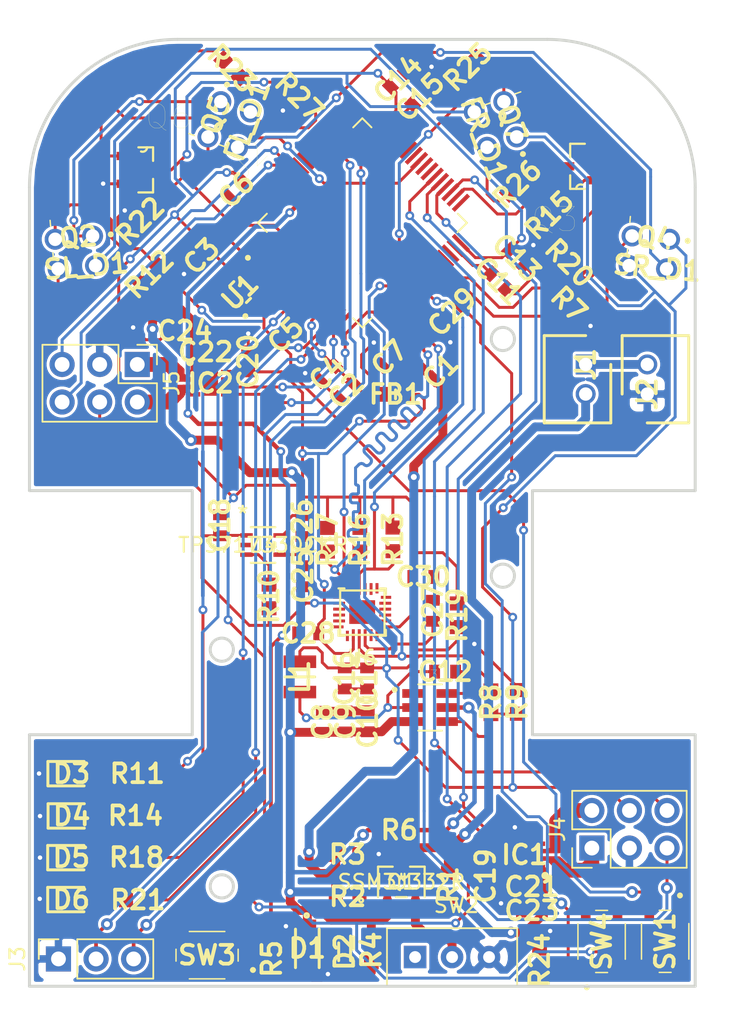
<source format=kicad_pcb>
(kicad_pcb (version 20171130) (host pcbnew "(5.1.9)-1")
  (layers (0 F.Cu signal) (31 B.Cu signal) (35 F.Paste user) (37 F.SilkS user hide) (38 B.Mask user) (39 F.Mask user) (44 Edge.Cuts user))
  (net 0 "")
  (net 1 EN)
  (net 2 GND)
  (net 3 +3V3)
  (net 4 PR-RCV-SL)
  (net 5 PR-RCV-FR)
  (net 6 PR-RCV-SR)
  (net 7 PR-RCV-FL)
  (net 8 USR3_BOOT)
  (net 9 BUTTON)
  (net 10 BAT-VOL)
  (net 11 "Net-(D2-Pad2)")
  (net 12 USART-TX)
  (net 13 USART-RX)
  (net 14 ENC-L-A)
  (net 15 ENC-L-B)
  (net 16 AOUT1_MT)
  (net 17 AOUT2_MT)
  (net 18 ENC-R-A)
  (net 19 ENC-R-B)
  (net 20 BOUT1_MT)
  (net 21 BOUT2_MT)
  (net 22 "Net-(Q1-Pad2)")
  (net 23 "Net-(J1-Pad2)")
  (net 24 PR-LED-SL-FR)
  (net 25 PR-LED-SR-FL)
  (net 26 "Net-(Q3-Pad3)")
  (net 27 NCS)
  (net 28 SCLK)
  (net 29 LED_4)
  (net 30 LED_3)
  (net 31 LED_2)
  (net 32 LED_1)
  (net 33 "Net-(U6-Pad7)")
  (net 34 "Net-(U6-Pad19)")
  (net 35 "Net-(U6-Pad21)")
  (net 36 MT-A-IN)
  (net 37 MT-A-ENBL)
  (net 38 MT-B-ENBL)
  (net 39 MT-B-IN)
  (net 40 "Net-(J1-Pad1)")
  (net 41 "Net-(IC1-Pad7)")
  (net 42 "Net-(IC1-Pad9)")
  (net 43 "Net-(IC2-Pad7)")
  (net 44 "Net-(IC2-Pad9)")
  (net 45 EN_Reg)
  (net 46 "Net-(C5-Pad1)")
  (net 47 "Net-(C2-Pad1)")
  (net 48 "Net-(C7-Pad1)")
  (net 49 "Net-(C11-Pad2)")
  (net 50 "Net-(C12-Pad1)")
  (net 51 "Net-(C12-Pad2)")
  (net 52 "Net-(C15-Pad2)")
  (net 53 "Net-(C25-Pad1)")
  (net 54 "Net-(C27-Pad1)")
  (net 55 "Net-(D3-Pad2)")
  (net 56 "Net-(D4-Pad2)")
  (net 57 "Net-(D5-Pad2)")
  (net 58 "Net-(D6-Pad2)")
  (net 59 "Net-(FL_D1-Pad2)")
  (net 60 "Net-(FL_D1-Pad1)")
  (net 61 "Net-(FR_D1-Pad2)")
  (net 62 "Net-(FR_D1-Pad1)")
  (net 63 "Net-(Q6-Pad3)")
  (net 64 "Net-(R6-Pad1)")
  (net 65 "Net-(R7-Pad1)")
  (net 66 "Net-(R10-Pad1)")
  (net 67 "Net-(SW2-Pad1)")
  (net 68 "Net-(U1-Pad1)")
  (net 69 "Net-(U1-Pad3)")
  (net 70 "Net-(U2-Pad49)")
  (net 71 "Net-(U2-Pad50)")
  (net 72 "Net-(U2-Pad53)")
  (net 73 "Net-(U2-Pad54)")
  (net 74 "Net-(U2-Pad55)")
  (net 75 "Net-(U2-Pad56)")
  (net 76 "Net-(U2-Pad57)")
  (net 77 "Net-(U2-Pad61)")
  (net 78 "Net-(U2-Pad62)")
  (net 79 "Net-(U2-Pad2)")
  (net 80 "Net-(U2-Pad3)")
  (net 81 "Net-(U2-Pad4)")
  (net 82 "Net-(U2-Pad6)")
  (net 83 "Net-(U2-Pad33)")
  (net 84 "Net-(U2-Pad39)")
  (net 85 "Net-(U2-Pad40)")
  (net 86 "Net-(U2-Pad42)")
  (net 87 "Net-(U2-Pad43)")
  (net 88 "Net-(U2-Pad44)")
  (net 89 "Net-(U2-Pad45)")
  (net 90 "Net-(U2-Pad46)")
  (net 91 "Net-(U6-Pad12)")
  (net 92 "Net-(U2-Pad29)")
  (net 93 "Net-(U2-Pad30)")
  (net 94 SDIO_P)
  (net 95 SDIO_N)
  (module Mouse_foot:CAPC1608X90N (layer F.Cu) (at 114.02256 55.814 45)
    (fp_text reference C14 (at 0 0 45) (layer F.SilkS) (effects (font (size 1.27 1.27) (thickness 0.254))))
    (fp_text value 0.1μ hide)
    (pad 1 smd rect (at -0.71 0 45) (size 0.73 0.94) (layers F.Cu F.Paste F.Mask) (net 3 +3V3))
    (pad 2 smd rect (at 0.71 0 45) (size 0.73 0.94) (layers F.Cu F.Paste F.Mask) (net 2 GND))
  )
  (module Mouse_foot:RESC1608X55N (layer F.Cu) (at 122.09412 62.92228 225)
    (fp_text reference R26 (at 0 0 45) (layer F.SilkS) (effects (font (size 1.27 1.27) (thickness 0.254))))
    (fp_text value 130 hide)
    (pad 1 smd rect (at -0.8 0 225) (size 0.95 1) (layers F.Cu F.Paste F.Mask) (net 26 "Net-(Q3-Pad3)"))
    (pad 2 smd rect (at 0.8 0 225) (size 0.95 1) (layers F.Cu F.Paste F.Mask) (net 62 "Net-(FR_D1-Pad1)"))
  )
  (module Mouse_foot:LTE209 (layer F.Cu) (at 130.9165 68.521 175)
    (fp_text reference SR_D1 (at -0.635 0 175) (layer F.SilkS) (effects (font (size 1.27 1.27) (thickness 0.254))))
    (fp_text value LTE-209 hide)
    (pad 2 thru_hole circle (at 1.27 0 175) (size 1.416 1.416) (drill 0.91) (layers *.Cu *.Mask) (net 45 EN_Reg))
    (pad 1 thru_hole circle (at -1.27 0 175) (size 1.416 1.416) (drill 0.91) (layers *.Cu *.Mask) (net 59 "Net-(FL_D1-Pad2)"))
  )
  (module Mouse_foot:LTE209 (layer F.Cu) (at 92.3165 68.521 185)
    (fp_text reference SL_D1 (at -0.635 0 5) (layer F.SilkS) (effects (font (size 1.27 1.27) (thickness 0.254))))
    (fp_text value LTE-209 hide)
    (pad 2 thru_hole circle (at 1.27 0 185) (size 1.416 1.416) (drill 0.91) (layers *.Cu *.Mask) (net 45 EN_Reg))
    (pad 1 thru_hole circle (at -1.27 0 185) (size 1.416 1.416) (drill 0.91) (layers *.Cu *.Mask) (net 61 "Net-(FR_D1-Pad2)"))
  )
  (module Mouse_foot:LTE209 (layer F.Cu) (at 119.6165 59.221 110)
    (fp_text reference FR_D1 (at -0.635 0 110) (layer F.SilkS) (effects (font (size 1.27 1.27) (thickness 0.254))))
    (fp_text value LTE-209 hide)
    (pad 2 thru_hole circle (at 1.27 0 110) (size 1.416 1.416) (drill 0.91) (layers *.Cu *.Mask) (net 61 "Net-(FR_D1-Pad2)"))
    (pad 1 thru_hole circle (at -1.27 0 110) (size 1.416 1.416) (drill 0.91) (layers *.Cu *.Mask) (net 62 "Net-(FR_D1-Pad1)"))
  )
  (module Mouse_foot:LTE209 (layer F.Cu) (at 103.6165 59.221 250)
    (fp_text reference FL_D1 (at -0.635 0 70) (layer F.SilkS) (effects (font (size 1.27 1.27) (thickness 0.254))))
    (fp_text value LTE-209 hide)
    (pad 2 thru_hole circle (at 1.27 0 250) (size 1.416 1.416) (drill 0.91) (layers *.Cu *.Mask) (net 59 "Net-(FL_D1-Pad2)"))
    (pad 1 thru_hole circle (at -1.27 0 250) (size 1.416 1.416) (drill 0.91) (layers *.Cu *.Mask) (net 60 "Net-(FL_D1-Pad1)"))
  )
  (module Mouse_foot:QFP50P1200X1200X160-64N (layer F.Cu) (at 111.6165 65.521 45)
    (fp_text reference U2 (at -2.613189 -8.47077 45) (layer F.SilkS) (effects (font (size 1.575055 1.575055) (thickness 0.015))))
    (fp_text value STM32F405RGT6)
    (pad 17 smd rect (at -3.75 5.67 45) (size 0.28 1.47) (layers F.Cu F.Paste F.Mask) (net 38 MT-B-ENBL))
    (pad 18 smd rect (at -3.25 5.67 45) (size 0.28 1.47) (layers F.Cu F.Paste F.Mask) (net 2 GND))
    (pad 19 smd rect (at -2.75 5.67 45) (size 0.28 1.47) (layers F.Cu F.Paste F.Mask) (net 48 "Net-(C7-Pad1)"))
    (pad 20 smd rect (at -2.25 5.67 45) (size 0.28 1.47) (layers F.Cu F.Paste F.Mask) (net 10 BAT-VOL))
    (pad 21 smd rect (at -1.75 5.67 45) (size 0.28 1.47) (layers F.Cu F.Paste F.Mask) (net 28 SCLK))
    (pad 22 smd rect (at -1.25 5.67 45) (size 0.28 1.47) (layers F.Cu F.Paste F.Mask) (net 94 SDIO_P))
    (pad 23 smd rect (at -0.75 5.67 45) (size 0.28 1.47) (layers F.Cu F.Paste F.Mask) (net 95 SDIO_N))
    (pad 24 smd rect (at -0.25 5.67 45) (size 0.28 1.47) (layers F.Cu F.Paste F.Mask) (net 27 NCS))
    (pad 25 smd rect (at 0.25 5.67 45) (size 0.28 1.47) (layers F.Cu F.Paste F.Mask) (net 9 BUTTON))
    (pad 26 smd rect (at 0.75 5.67 45) (size 0.28 1.47) (layers F.Cu F.Paste F.Mask) (net 5 PR-RCV-FR))
    (pad 27 smd rect (at 1.25 5.67 45) (size 0.28 1.47) (layers F.Cu F.Paste F.Mask) (net 6 PR-RCV-SR))
    (pad 28 smd rect (at 1.75 5.67 45) (size 0.28 1.47) (layers F.Cu F.Paste F.Mask) (net 65 "Net-(R7-Pad1)"))
    (pad 29 smd rect (at 2.25 5.67 45) (size 0.28 1.47) (layers F.Cu F.Paste F.Mask) (net 92 "Net-(U2-Pad29)"))
    (pad 30 smd rect (at 2.75 5.67 45) (size 0.28 1.47) (layers F.Cu F.Paste F.Mask) (net 93 "Net-(U2-Pad30)"))
    (pad 31 smd rect (at 3.25 5.67 45) (size 0.28 1.47) (layers F.Cu F.Paste F.Mask) (net 49 "Net-(C11-Pad2)"))
    (pad 32 smd rect (at 3.75 5.67 45) (size 0.28 1.47) (layers F.Cu F.Paste F.Mask) (net 3 +3V3))
    (pad 49 smd rect (at 3.75 -5.67 45) (size 0.28 1.47) (layers F.Cu F.Paste F.Mask) (net 70 "Net-(U2-Pad49)"))
    (pad 50 smd rect (at 3.25 -5.67 45) (size 0.28 1.47) (layers F.Cu F.Paste F.Mask) (net 71 "Net-(U2-Pad50)"))
    (pad 51 smd rect (at 2.75 -5.67 45) (size 0.28 1.47) (layers F.Cu F.Paste F.Mask) (net 12 USART-TX))
    (pad 52 smd rect (at 2.25 -5.67 45) (size 0.28 1.47) (layers F.Cu F.Paste F.Mask) (net 13 USART-RX))
    (pad 53 smd rect (at 1.75 -5.67 45) (size 0.28 1.47) (layers F.Cu F.Paste F.Mask) (net 72 "Net-(U2-Pad53)"))
    (pad 54 smd rect (at 1.25 -5.67 45) (size 0.28 1.47) (layers F.Cu F.Paste F.Mask) (net 73 "Net-(U2-Pad54)"))
    (pad 55 smd rect (at 0.75 -5.67 45) (size 0.28 1.47) (layers F.Cu F.Paste F.Mask) (net 74 "Net-(U2-Pad55)"))
    (pad 56 smd rect (at 0.25 -5.67 45) (size 0.28 1.47) (layers F.Cu F.Paste F.Mask) (net 75 "Net-(U2-Pad56)"))
    (pad 57 smd rect (at -0.25 -5.67 45) (size 0.28 1.47) (layers F.Cu F.Paste F.Mask) (net 76 "Net-(U2-Pad57)"))
    (pad 58 smd rect (at -0.75 -5.67 45) (size 0.28 1.47) (layers F.Cu F.Paste F.Mask) (net 15 ENC-L-B))
    (pad 59 smd rect (at -1.25 -5.67 45) (size 0.28 1.47) (layers F.Cu F.Paste F.Mask) (net 14 ENC-L-A))
    (pad 60 smd rect (at -1.75 -5.67 45) (size 0.28 1.47) (layers F.Cu F.Paste F.Mask) (net 8 USR3_BOOT))
    (pad 61 smd rect (at -2.25 -5.67 45) (size 0.28 1.47) (layers F.Cu F.Paste F.Mask) (net 77 "Net-(U2-Pad61)"))
    (pad 62 smd rect (at -2.75 -5.67 45) (size 0.28 1.47) (layers F.Cu F.Paste F.Mask) (net 78 "Net-(U2-Pad62)"))
    (pad 63 smd rect (at -3.25 -5.67 45) (size 0.28 1.47) (layers F.Cu F.Paste F.Mask) (net 2 GND))
    (pad 64 smd rect (at -3.75 -5.67 45) (size 0.28 1.47) (layers F.Cu F.Paste F.Mask) (net 3 +3V3))
    (pad 1 smd rect (at -5.67 -3.75 45) (size 1.47 0.28) (layers F.Cu F.Paste F.Mask) (net 3 +3V3))
    (pad 2 smd rect (at -5.67 -3.25 45) (size 1.47 0.28) (layers F.Cu F.Paste F.Mask) (net 79 "Net-(U2-Pad2)"))
    (pad 3 smd rect (at -5.67 -2.75 45) (size 1.47 0.28) (layers F.Cu F.Paste F.Mask) (net 80 "Net-(U2-Pad3)"))
    (pad 4 smd rect (at -5.67 -2.25 45) (size 1.47 0.28) (layers F.Cu F.Paste F.Mask) (net 81 "Net-(U2-Pad4)"))
    (pad 5 smd rect (at -5.67 -1.75 45) (size 1.47 0.28) (layers F.Cu F.Paste F.Mask) (net 69 "Net-(U1-Pad3)"))
    (pad 6 smd rect (at -5.67 -1.25 45) (size 1.47 0.28) (layers F.Cu F.Paste F.Mask) (net 82 "Net-(U2-Pad6)"))
    (pad 7 smd rect (at -5.67 -0.75 45) (size 1.47 0.28) (layers F.Cu F.Paste F.Mask) (net 46 "Net-(C5-Pad1)"))
    (pad 8 smd rect (at -5.67 -0.25 45) (size 1.47 0.28) (layers F.Cu F.Paste F.Mask) (net 7 PR-RCV-FL))
    (pad 9 smd rect (at -5.67 0.25 45) (size 1.47 0.28) (layers F.Cu F.Paste F.Mask) (net 4 PR-RCV-SL))
    (pad 10 smd rect (at -5.67 0.75 45) (size 1.47 0.28) (layers F.Cu F.Paste F.Mask) (net 30 LED_3))
    (pad 11 smd rect (at -5.67 1.25 45) (size 1.47 0.28) (layers F.Cu F.Paste F.Mask) (net 29 LED_4))
    (pad 12 smd rect (at -5.67 1.75 45) (size 1.47 0.28) (layers F.Cu F.Paste F.Mask) (net 2 GND))
    (pad 13 smd rect (at -5.67 2.25 45) (size 1.47 0.28) (layers F.Cu F.Paste F.Mask) (net 47 "Net-(C2-Pad1)"))
    (pad 14 smd rect (at -5.67 2.75 45) (size 1.47 0.28) (layers F.Cu F.Paste F.Mask) (net 31 LED_2))
    (pad 15 smd rect (at -5.67 3.25 45) (size 1.47 0.28) (layers F.Cu F.Paste F.Mask) (net 32 LED_1))
    (pad 16 smd rect (at -5.67 3.75 45) (size 1.47 0.28) (layers F.Cu F.Paste F.Mask) (net 39 MT-B-IN))
    (pad 33 smd rect (at 5.67 3.75 45) (size 1.47 0.28) (layers F.Cu F.Paste F.Mask) (net 83 "Net-(U2-Pad33)"))
    (pad 34 smd rect (at 5.67 3.25 45) (size 1.47 0.28) (layers F.Cu F.Paste F.Mask) (net 24 PR-LED-SL-FR))
    (pad 35 smd rect (at 5.67 2.75 45) (size 1.47 0.28) (layers F.Cu F.Paste F.Mask) (net 37 MT-A-ENBL))
    (pad 36 smd rect (at 5.67 2.25 45) (size 1.47 0.28) (layers F.Cu F.Paste F.Mask) (net 36 MT-A-IN))
    (pad 37 smd rect (at 5.67 1.75 45) (size 1.47 0.28) (layers F.Cu F.Paste F.Mask) (net 18 ENC-R-A))
    (pad 38 smd rect (at 5.67 1.25 45) (size 1.47 0.28) (layers F.Cu F.Paste F.Mask) (net 19 ENC-R-B))
    (pad 39 smd rect (at 5.67 0.75 45) (size 1.47 0.28) (layers F.Cu F.Paste F.Mask) (net 84 "Net-(U2-Pad39)"))
    (pad 40 smd rect (at 5.67 0.25 45) (size 1.47 0.28) (layers F.Cu F.Paste F.Mask) (net 85 "Net-(U2-Pad40)"))
    (pad 41 smd rect (at 5.67 -0.25 45) (size 1.47 0.28) (layers F.Cu F.Paste F.Mask) (net 25 PR-LED-SR-FL))
    (pad 42 smd rect (at 5.67 -0.75 45) (size 1.47 0.28) (layers F.Cu F.Paste F.Mask) (net 86 "Net-(U2-Pad42)"))
    (pad 43 smd rect (at 5.67 -1.25 45) (size 1.47 0.28) (layers F.Cu F.Paste F.Mask) (net 87 "Net-(U2-Pad43)"))
    (pad 44 smd rect (at 5.67 -1.75 45) (size 1.47 0.28) (layers F.Cu F.Paste F.Mask) (net 88 "Net-(U2-Pad44)"))
    (pad 45 smd rect (at 5.67 -2.25 45) (size 1.47 0.28) (layers F.Cu F.Paste F.Mask) (net 89 "Net-(U2-Pad45)"))
    (pad 46 smd rect (at 5.67 -2.75 45) (size 1.47 0.28) (layers F.Cu F.Paste F.Mask) (net 90 "Net-(U2-Pad46)"))
    (pad 47 smd rect (at 5.67 -3.25 45) (size 1.47 0.28) (layers F.Cu F.Paste F.Mask) (net 52 "Net-(C15-Pad2)"))
    (pad 48 smd rect (at 5.67 -3.75 45) (size 1.47 0.28) (layers F.Cu F.Paste F.Mask) (net 3 +3V3))
  )
  (module Mouse_foot:RESC1608X55N (layer F.Cu) (at 107.34688 57.02186 315)
    (fp_text reference R27 (at 0 0 135) (layer F.SilkS) (effects (font (size 1.27 1.27) (thickness 0.254))))
    (fp_text value 130 hide)
    (pad 1 smd rect (at -0.8 0 315) (size 0.95 1) (layers F.Cu F.Paste F.Mask) (net 63 "Net-(Q6-Pad3)"))
    (pad 2 smd rect (at 0.8 0 315) (size 0.95 1) (layers F.Cu F.Paste F.Mask) (net 60 "Net-(FL_D1-Pad1)"))
  )
  (module Mouse_foot:RESC1608X55N (layer F.Cu) (at 125.579 71.0325 315)
    (fp_text reference R7 (at 0 0 315) (layer F.SilkS) (effects (font (size 1.27 1.27) (thickness 0.254))))
    (fp_text value 10k hide)
    (pad 1 smd rect (at -0.8 0 315) (size 0.95 1) (layers F.Cu F.Paste F.Mask) (net 65 "Net-(R7-Pad1)"))
    (pad 2 smd rect (at 0.8 0 315) (size 0.95 1) (layers F.Cu F.Paste F.Mask) (net 2 GND))
  )
  (module Mouse_foot:PMDU (layer F.Cu) (at 107.89806 114.56302)
    (fp_text reference D1 (at 0 0) (layer F.SilkS) (effects (font (size 1.27 1.27) (thickness 0.254))))
    (fp_text value KDZVTR9.1B hide)
    (pad 1 smd rect (at 0 -1.525 90) (size 0.85 1.2) (layers F.Cu F.Paste F.Mask) (net 1 EN))
    (pad 2 smd rect (at 0 1.525 90) (size 0.85 1.2) (layers F.Cu F.Paste F.Mask) (net 2 GND))
  )
  (module Mouse_foot:SHDR2W50P0X200_1X2_590X450X600P (layer F.Cu) (at 130.878 77.0926 270)
    (fp_text reference J2 (at 0 0 90) (layer F.SilkS) (effects (font (size 1.27 1.27) (thickness 0.254))))
    (fp_text value PHR-2 hide)
    (pad 1 thru_hole rect (at 0 0 270) (size 1.35 1.35) (drill 0.9) (layers *.Cu *.Mask) (net 2 GND))
    (pad 2 thru_hole circle (at -2 0 270) (size 1.35 1.35) (drill 0.9) (layers *.Cu *.Mask) (net 40 "Net-(J1-Pad1)"))
  )
  (module Mouse_foot:SHDR2W50P0X200_1X2_590X450X600P (layer F.Cu) (at 126.712 75.0926 90)
    (fp_text reference J1 (at 0 0 90) (layer F.SilkS) (effects (font (size 1.27 1.27) (thickness 0.254))))
    (fp_text value PHR-2 hide)
    (pad 1 thru_hole rect (at 0 0 90) (size 1.35 1.35) (drill 0.9) (layers *.Cu *.Mask) (net 40 "Net-(J1-Pad1)"))
    (pad 2 thru_hole circle (at -2 0 90) (size 1.35 1.35) (drill 0.9) (layers *.Cu *.Mask) (net 23 "Net-(J1-Pad2)"))
  )
  (module Mouse_foot:CAPC1608X90N (layer F.Cu) (at 107.95704 93.26884 180)
    (fp_text reference C28 (at 0 0) (layer F.SilkS) (effects (font (size 1.27 1.27) (thickness 0.254))))
    (fp_text value 0.1μ hide)
    (pad 1 smd rect (at -0.71 0 180) (size 0.73 0.94) (layers F.Cu F.Paste F.Mask) (net 3 +3V3))
    (pad 2 smd rect (at 0.71 0 180) (size 0.73 0.94) (layers F.Cu F.Paste F.Mask) (net 2 GND))
  )
  (module Mouse_foot:SKRPABE010 (layer F.Cu) (at 127.7919 114.0943 90)
    (fp_text reference SW4 (at 0 0 90) (layer F.SilkS) (effects (font (size 1.27 1.27) (thickness 0.254))))
    (fp_text value SW_MEC_5G hide)
    (pad 1 smd rect (at -2.075 -1.075 180) (size 0.65 1.05) (layers F.Cu F.Paste F.Mask) (net 9 BUTTON))
    (pad 2 smd rect (at 2.075 -1.075 180) (size 0.65 1.05) (layers F.Cu F.Paste F.Mask) (net 9 BUTTON))
    (pad 3 smd rect (at -2.075 1.075 180) (size 0.65 1.05) (layers F.Cu F.Paste F.Mask) (net 3 +3V3))
    (pad 4 smd rect (at 2.075 1.075 180) (size 0.65 1.05) (layers F.Cu F.Paste F.Mask) (net 3 +3V3))
  )
  (module Mouse_foot:CAPC1608X90N (layer F.Cu) (at 110.5199 76.88584 225)
    (fp_text reference C2 (at 0 0 45) (layer F.SilkS) (effects (font (size 1.27 1.27) (thickness 0.254))))
    (fp_text value 1μ hide)
    (pad 1 smd rect (at -0.71 0 225) (size 0.73 0.94) (layers F.Cu F.Paste F.Mask) (net 47 "Net-(C2-Pad1)"))
    (pad 2 smd rect (at 0.71 0 225) (size 0.73 0.94) (layers F.Cu F.Paste F.Mask) (net 2 GND))
  )
  (module Mouse_foot:RESC1608X55N (layer F.Cu) (at 118.0256 92.0471 90)
    (fp_text reference R19 (at 0 0 270) (layer F.SilkS) (effects (font (size 1.27 1.27) (thickness 0.254))))
    (fp_text value 4.7k hide)
    (pad 1 smd rect (at -0.8 0 90) (size 0.95 1) (layers F.Cu F.Paste F.Mask) (net 95 SDIO_N))
    (pad 2 smd rect (at 0.8 0 90) (size 0.95 1) (layers F.Cu F.Paste F.Mask) (net 3 +3V3))
  )
  (module Mouse_foot:SKRPABE010 (layer F.Cu) (at 132.08704 114.08668 270)
    (fp_text reference SW1 (at 0 0 90) (layer F.SilkS) (effects (font (size 1.27 1.27) (thickness 0.254))))
    (fp_text value SW_MEC_5G hide)
    (pad 1 smd rect (at -2.075 -1.075) (size 0.65 1.05) (layers F.Cu F.Paste F.Mask) (net 2 GND))
    (pad 2 smd rect (at 2.075 -1.075) (size 0.65 1.05) (layers F.Cu F.Paste F.Mask) (net 2 GND))
    (pad 3 smd rect (at -2.075 1.075) (size 0.65 1.05) (layers F.Cu F.Paste F.Mask) (net 46 "Net-(C5-Pad1)"))
    (pad 4 smd rect (at 2.075 1.075) (size 0.65 1.05) (layers F.Cu F.Paste F.Mask) (net 46 "Net-(C5-Pad1)"))
  )
  (module Mouse_foot:CAPC1608X90N (layer F.Cu) (at 113.4409 74.6735 225)
    (fp_text reference C7 (at 0 0 45) (layer F.SilkS) (effects (font (size 1.27 1.27) (thickness 0.254))))
    (fp_text value 0.1μ hide)
    (pad 1 smd rect (at -0.71 0 225) (size 0.73 0.94) (layers F.Cu F.Paste F.Mask) (net 48 "Net-(C7-Pad1)"))
    (pad 2 smd rect (at 0.71 0 225) (size 0.73 0.94) (layers F.Cu F.Paste F.Mask) (net 2 GND))
  )
  (module Mouse_foot:RESC1608X55N (layer F.Cu) (at 110.6215 111.0717 180)
    (fp_text reference R2 (at 0 0) (layer F.SilkS) (effects (font (size 1.27 1.27) (thickness 0.254))))
    (fp_text value 20k hide)
    (pad 1 smd rect (at -0.8 0 180) (size 0.95 1) (layers F.Cu F.Paste F.Mask) (net 1 EN))
    (pad 2 smd rect (at 0.8 0 180) (size 0.95 1) (layers F.Cu F.Paste F.Mask) (net 10 BAT-VOL))
  )
  (module Mouse_foot:CAPC1608X90N (layer F.Cu) (at 117.6954 71.562 225)
    (fp_text reference C29 (at 0 0 45) (layer F.SilkS) (effects (font (size 1.27 1.27) (thickness 0.254))))
    (fp_text value 0.1μ hide)
    (pad 1 smd rect (at -0.71 0 225) (size 0.73 0.94) (layers F.Cu F.Paste F.Mask) (net 9 BUTTON))
    (pad 2 smd rect (at 0.71 0 225) (size 0.73 0.94) (layers F.Cu F.Paste F.Mask) (net 2 GND))
  )
  (module Mouse_foot:RESC1608X55N (layer F.Cu) (at 120.3116 97.9272 270)
    (fp_text reference R8 (at 0 0 270) (layer F.SilkS) (effects (font (size 1.27 1.27) (thickness 0.254))))
    (fp_text value 54.9k_1% hide)
    (pad 1 smd rect (at -0.8 0 270) (size 0.95 1) (layers F.Cu F.Paste F.Mask) (net 45 EN_Reg))
    (pad 2 smd rect (at 0.8 0 270) (size 0.95 1) (layers F.Cu F.Paste F.Mask) (net 50 "Net-(C12-Pad1)"))
  )
  (module Mouse_foot:CAPC1608X90N (layer F.Cu) (at 116.3873 91.7423 90)
    (fp_text reference C27 (at 0 0 90) (layer F.SilkS) (effects (font (size 1.27 1.27) (thickness 0.254))))
    (fp_text value 0.1μ hide)
    (pad 1 smd rect (at -0.71 0 90) (size 0.73 0.94) (layers F.Cu F.Paste F.Mask) (net 54 "Net-(C27-Pad1)"))
    (pad 2 smd rect (at 0.71 0 90) (size 0.73 0.94) (layers F.Cu F.Paste F.Mask) (net 2 GND))
  )
  (module Mouse_foot:SSM3J332R_LFT (layer F.Cu) (at 114.2537 110.0684)
    (fp_text reference Q1 (at 0 0 -180) (layer F.SilkS))
    (fp_text value SSM3J332R (at 0 0 -180) (layer F.SilkS))
    (fp_text user * (at 0 0 -180) (layer F.SilkS))
    (pad 1 smd rect (at -0.950001 1.1922) (size 0.508 0.5048) (layers F.Cu F.Paste F.Mask) (net 1 EN))
    (pad 2 smd rect (at 0.950001 1.1922) (size 0.508 0.5048) (layers F.Cu F.Paste F.Mask) (net 22 "Net-(Q1-Pad2)"))
    (pad 3 smd rect (at 0 -1.1922) (size 0.508 0.5048) (layers F.Cu F.Paste F.Mask) (net 23 "Net-(J1-Pad2)"))
  )
  (module Mouse_foot:SON50P200X200X80-9N (layer F.Cu) (at 122.5722 108.2396 180)
    (fp_text reference IC1 (at 0 0) (layer F.SilkS) (effects (font (size 1.27 1.27) (thickness 0.254))))
    (fp_text value DRV8838DSGT hide)
    (pad 1 smd rect (at -1.05 -0.75 270) (size 0.3 0.7) (layers F.Cu F.Paste F.Mask) (net 1 EN))
    (pad 2 smd rect (at -1.05 -0.25 270) (size 0.3 0.7) (layers F.Cu F.Paste F.Mask) (net 16 AOUT1_MT))
    (pad 3 smd rect (at -1.05 0.25 270) (size 0.3 0.7) (layers F.Cu F.Paste F.Mask) (net 17 AOUT2_MT))
    (pad 4 smd rect (at -1.05 0.75 270) (size 0.3 0.7) (layers F.Cu F.Paste F.Mask) (net 2 GND))
    (pad 5 smd rect (at 1.05 0.75 270) (size 0.3 0.7) (layers F.Cu F.Paste F.Mask) (net 37 MT-A-ENBL))
    (pad 6 smd rect (at 1.05 0.25 270) (size 0.3 0.7) (layers F.Cu F.Paste F.Mask) (net 36 MT-A-IN))
    (pad 7 smd rect (at 1.05 -0.25 270) (size 0.3 0.7) (layers F.Cu F.Paste F.Mask) (net 41 "Net-(IC1-Pad7)"))
    (pad 8 smd rect (at 1.05 -0.75 270) (size 0.3 0.7) (layers F.Cu F.Paste F.Mask) (net 3 +3V3))
    (pad 9 smd rect (at 0 0 180) (size 1 1.7) (layers F.Cu F.Paste F.Mask) (net 42 "Net-(IC1-Pad9)"))
  )
  (module Connector_PinHeader_2.54mm:PinHeader_2x03_P2.54mm_Vertical (layer F.Cu) (at 96.40258 75.0926 270)
    (fp_text reference J5 (at 1.27 -2.33 90) (layer F.SilkS))
    (fp_text value Conn_02x03_Odd_Even)
    (pad 6 thru_hole oval (at 2.54 5.08 270) (size 1.7 1.7) (drill 1) (layers *.Cu *.Mask) (net 14 ENC-L-A))
    (pad 5 thru_hole oval (at 0 5.08 270) (size 1.7 1.7) (drill 1) (layers *.Cu *.Mask) (net 15 ENC-L-B))
    (pad 4 thru_hole oval (at 2.54 2.54 270) (size 1.7 1.7) (drill 1) (layers *.Cu *.Mask) (net 45 EN_Reg))
    (pad 3 thru_hole oval (at 0 2.54 270) (size 1.7 1.7) (drill 1) (layers *.Cu *.Mask) (net 2 GND))
    (pad 2 thru_hole oval (at 2.54 0 270) (size 1.7 1.7) (drill 1) (layers *.Cu *.Mask) (net 21 BOUT2_MT))
    (pad 1 thru_hole rect (at 0 0 270) (size 1.7 1.7) (drill 1) (layers *.Cu *.Mask) (net 20 BOUT1_MT))
  )
  (module Mouse_foot:LTR4206E (layer F.Cu) (at 92.1165 66.521 185)
    (fp_text reference Q2 (at -0.3 0 5) (layer F.SilkS) (effects (font (size 1.27 1.27) (thickness 0.254))))
    (fp_text value LTR-4206-SL hide)
    (pad 1 thru_hole circle (at -1.27 0 185) (size 1.416 1.416) (drill 0.91) (layers *.Cu *.Mask) (net 45 EN_Reg))
    (pad 2 thru_hole circle (at 1.27 0 185) (size 1.416 1.416) (drill 0.91) (layers *.Cu *.Mask) (net 4 PR-RCV-SL))
  )
  (module Mouse_foot:LTR4206E (layer F.Cu) (at 131.1165 66.521 175)
    (fp_text reference Q4 (at -0.3 0 175) (layer F.SilkS) (effects (font (size 1.27 1.27) (thickness 0.254))))
    (fp_text value LTR-4206-SR hide)
    (pad 1 thru_hole circle (at -1.27 0 175) (size 1.416 1.416) (drill 0.91) (layers *.Cu *.Mask) (net 45 EN_Reg))
    (pad 2 thru_hole circle (at 1.27 0 175) (size 1.416 1.416) (drill 0.91) (layers *.Cu *.Mask) (net 6 PR-RCV-SR))
  )
  (module Mouse_foot:LTR4206E (layer F.Cu) (at 121.6165 58.521 110)
    (fp_text reference Q7 (at -0.3 0 110) (layer F.SilkS) (effects (font (size 1.27 1.27) (thickness 0.254))))
    (fp_text value LTR-4206-FR hide)
    (pad 1 thru_hole circle (at -1.27 0 110) (size 1.416 1.416) (drill 0.91) (layers *.Cu *.Mask) (net 45 EN_Reg))
    (pad 2 thru_hole circle (at 1.27 0 110) (size 1.416 1.416) (drill 0.91) (layers *.Cu *.Mask) (net 5 PR-RCV-FR))
  )
  (module Mouse_foot:LTR4206E (layer F.Cu) (at 101.6165 58.521 250)
    (fp_text reference Q5 (at -0.3 0 70) (layer F.SilkS) (effects (font (size 1.27 1.27) (thickness 0.254))))
    (fp_text value LTR-4206-FL hide)
    (pad 1 thru_hole circle (at -1.27 0 250) (size 1.416 1.416) (drill 0.91) (layers *.Cu *.Mask) (net 45 EN_Reg))
    (pad 2 thru_hole circle (at 1.27 0 250) (size 1.416 1.416) (drill 0.91) (layers *.Cu *.Mask) (net 7 PR-RCV-FL))
  )
  (module Footprint:ICM20648 (layer F.Cu) (at 111.6165 91.8716)
    (fp_text reference U6 (at -0.03 3.04) (layer F.SilkS))
    (fp_text value ICM-20648)
    (pad 23 smd rect (at -0.61 -1.6 90) (size 0.8 0.2) (layers F.Cu F.Paste F.Mask) (net 28 SCLK))
    (pad 9 smd rect (at -0.21 1.52 90) (size 0.8 0.2) (layers F.Cu F.Paste F.Mask) (net 95 SDIO_N))
    (pad "" smd rect (at -0.445 -0.44) (size 0.875 0.8) (layers F.Cu F.Paste F.Mask))
    (pad 16 smd rect (at 1.55 -0.24) (size 0.8 0.2) (layers F.Cu F.Paste F.Mask))
    (pad 11 smd rect (at 0.59 1.52 90) (size 0.8 0.2) (layers F.Cu F.Paste F.Mask) (net 2 GND))
    (pad 13 smd rect (at 1.6 0.96) (size 0.7 0.2) (layers F.Cu F.Paste F.Mask) (net 3 +3V3))
    (pad 1 smd rect (at -1.62 -1.04) (size 0.7 0.2) (layers F.Cu F.Paste F.Mask))
    (pad 6 smd rect (at -1.62 0.96) (size 0.7 0.2) (layers F.Cu F.Paste F.Mask))
    (pad 12 smd rect (at 0.99 1.57 90) (size 0.7 0.2) (layers F.Cu F.Paste F.Mask) (net 91 "Net-(U6-Pad12)"))
    (pad 5 smd rect (at -1.57 0.56) (size 0.8 0.2) (layers F.Cu F.Paste F.Mask))
    (pad 10 smd rect (at 0.19 1.52 90) (size 0.8 0.2) (layers F.Cu F.Paste F.Mask) (net 54 "Net-(C27-Pad1)"))
    (pad 17 smd rect (at 1.55 -0.64) (size 0.8 0.2) (layers F.Cu F.Paste F.Mask))
    (pad 24 smd rect (at -1.01 -1.65 90) (size 0.7 0.2) (layers F.Cu F.Paste F.Mask) (net 94 SDIO_P))
    (pad 4 smd rect (at -1.57 0.16) (size 0.8 0.2) (layers F.Cu F.Paste F.Mask))
    (pad 21 smd rect (at 0.19 -1.6 90) (size 0.8 0.2) (layers F.Cu F.Paste F.Mask) (net 35 "Net-(U6-Pad21)"))
    (pad 8 smd rect (at -0.61 1.52 90) (size 0.8 0.2) (layers F.Cu F.Paste F.Mask) (net 3 +3V3))
    (pad "" smd rect (at -0.445 0.36) (size 0.875 0.8) (layers F.Cu F.Paste F.Mask))
    (pad 2 smd rect (at -1.57 -0.64) (size 0.8 0.2) (layers F.Cu F.Paste F.Mask))
    (pad 7 smd rect (at -1.01 1.57 90) (size 0.7 0.2) (layers F.Cu F.Paste F.Mask) (net 33 "Net-(U6-Pad7)"))
    (pad 20 smd rect (at 0.59 -1.6 90) (size 0.8 0.2) (layers F.Cu F.Paste F.Mask) (net 2 GND))
    (pad 15 smd rect (at 1.55 0.16) (size 0.8 0.2) (layers F.Cu F.Paste F.Mask))
    (pad 14 smd rect (at 1.55 0.56) (size 0.8 0.2) (layers F.Cu F.Paste F.Mask))
    (pad 18 smd rect (at 1.6 -1.04) (size 0.7 0.2) (layers F.Cu F.Paste F.Mask) (net 2 GND))
    (pad 22 smd rect (at -0.21 -1.6 90) (size 0.8 0.2) (layers F.Cu F.Paste F.Mask) (net 27 NCS))
    (pad 3 smd rect (at -1.57 -0.24) (size 0.8 0.2) (layers F.Cu F.Paste F.Mask))
    (pad 19 smd rect (at 0.99 -1.65 90) (size 0.7 0.2) (layers F.Cu F.Paste F.Mask) (net 34 "Net-(U6-Pad19)"))
    (pad "" smd rect (at 0.425 -0.44) (size 0.875 0.8) (layers F.Cu F.Paste F.Mask))
    (pad "" smd rect (at 0.425 0.36) (size 0.875 0.8) (layers F.Cu F.Paste F.Mask))
  )
  (module Mouse_foot:CAPC1608X90N (layer F.Cu) (at 117.2128 95.8571 180)
    (fp_text reference C12 (at 0 0) (layer F.SilkS) (effects (font (size 1.27 1.27) (thickness 0.254))))
    (fp_text value 0.1μ hide)
    (pad 1 smd rect (at -0.71 0 180) (size 0.73 0.94) (layers F.Cu F.Paste F.Mask) (net 50 "Net-(C12-Pad1)"))
    (pad 2 smd rect (at 0.71 0 180) (size 0.73 0.94) (layers F.Cu F.Paste F.Mask) (net 51 "Net-(C12-Pad2)"))
  )
  (module Mouse_foot:RESC1608X55N (layer F.Cu) (at 122.0896 97.9018 90)
    (fp_text reference R9 (at 0 0 270) (layer F.SilkS) (effects (font (size 1.27 1.27) (thickness 0.254))))
    (fp_text value 10k_1% hide)
    (pad 1 smd rect (at -0.8 0 90) (size 0.95 1) (layers F.Cu F.Paste F.Mask) (net 50 "Net-(C12-Pad1)"))
    (pad 2 smd rect (at 0.8 0 90) (size 0.95 1) (layers F.Cu F.Paste F.Mask) (net 2 GND))
  )
  (module Mouse_foot:CAPC1608X90N (layer F.Cu) (at 111.9804 99.2111 90)
    (fp_text reference C10 (at 0 0 90) (layer F.SilkS) (effects (font (size 1.27 1.27) (thickness 0.254))))
    (fp_text value 0.1μ hide)
    (pad 1 smd rect (at -0.71 0 90) (size 0.73 0.94) (layers F.Cu F.Paste F.Mask) (net 1 EN))
    (pad 2 smd rect (at 0.71 0 90) (size 0.73 0.94) (layers F.Cu F.Paste F.Mask) (net 2 GND))
  )
  (module Mouse_foot:CAPC1608X90N (layer F.Cu) (at 111.9423 96.3143 270)
    (fp_text reference C17 (at 0 0 90) (layer F.SilkS) (effects (font (size 1.27 1.27) (thickness 0.254))))
    (fp_text value 22μ hide)
    (pad 1 smd rect (at -0.71 0 270) (size 0.73 0.94) (layers F.Cu F.Paste F.Mask) (net 45 EN_Reg))
    (pad 2 smd rect (at 0.71 0 270) (size 0.73 0.94) (layers F.Cu F.Paste F.Mask) (net 2 GND))
  )
  (module Mouse_foot:CAPC1608X90N (layer F.Cu) (at 110.431 96.3143 270)
    (fp_text reference C16 (at 0 0 90) (layer F.SilkS) (effects (font (size 1.27 1.27) (thickness 0.254))))
    (fp_text value 22μ hide)
    (pad 1 smd rect (at -0.71 0 270) (size 0.73 0.94) (layers F.Cu F.Paste F.Mask) (net 45 EN_Reg))
    (pad 2 smd rect (at 0.71 0 270) (size 0.73 0.94) (layers F.Cu F.Paste F.Mask) (net 2 GND))
  )
  (module Mouse_foot:DFE2HCAH1R0MJ0L (layer F.Cu) (at 107.3957 96.2127 90)
    (fp_text reference L1 (at 0 0 270) (layer F.SilkS) (effects (font (size 1.27 1.27) (thickness 0.254))))
    (fp_text value 10μ hide)
    (pad 1 smd rect (at -1.025 0 90) (size 0.85 2.2) (layers F.Cu F.Paste F.Mask) (net 51 "Net-(C12-Pad2)"))
    (pad 2 smd rect (at 1.025 0 90) (size 0.85 2.2) (layers F.Cu F.Paste F.Mask) (net 45 EN_Reg))
  )
  (module Mouse_foot:SKRPABE010 (layer F.Cu) (at 101.1219 115.0214 180)
    (fp_text reference SW3 (at 0 0 180) (layer F.SilkS) (effects (font (size 1.27 1.27) (thickness 0.254))))
    (fp_text value SW_MEC_5G hide)
    (pad 1 smd rect (at -2.075 -1.075 270) (size 0.65 1.05) (layers F.Cu F.Paste F.Mask) (net 8 USR3_BOOT))
    (pad 2 smd rect (at 2.075 -1.075 270) (size 0.65 1.05) (layers F.Cu F.Paste F.Mask) (net 8 USR3_BOOT))
    (pad 3 smd rect (at -2.075 1.075 270) (size 0.65 1.05) (layers F.Cu F.Paste F.Mask) (net 3 +3V3))
    (pad 4 smd rect (at 2.075 1.075 270) (size 0.65 1.05) (layers F.Cu F.Paste F.Mask) (net 3 +3V3))
  )
  (module Mouse_foot:SW_SS12D01G4 (layer F.Cu) (at 117.6827 115.1484)
    (fp_text reference SW2 (at 0.28956 -3.49758) (layer F.SilkS))
    (fp_text value SS12D01G4)
    (pad 3 thru_hole circle (at 2.5 0) (size 1.524 1.524) (drill 0.8) (layers *.Cu *.Mask) (net 2 GND))
    (pad 2 thru_hole circle (at 0 0) (size 1.524 1.524) (drill 0.8) (layers *.Cu *.Mask) (net 22 "Net-(Q1-Pad2)"))
    (pad 1 thru_hole rect (at -2.5 0) (size 1.524 1.524) (drill 0.8) (layers *.Cu *.Mask) (net 67 "Net-(SW2-Pad1)"))
  )
  (module Mouse_foot:CAPC1608X90N (layer F.Cu) (at 99.6106 72.82692 180)
    (fp_text reference C24 (at 0 0) (layer F.SilkS) (effects (font (size 1.27 1.27) (thickness 0.254))))
    (fp_text value 10μ hide)
    (pad 1 smd rect (at -0.71 0 180) (size 0.73 0.94) (layers F.Cu F.Paste F.Mask) (net 1 EN))
    (pad 2 smd rect (at 0.71 0 180) (size 0.73 0.94) (layers F.Cu F.Paste F.Mask) (net 2 GND))
  )
  (module Mouse_foot:SON50P200X200X80-9N (layer F.Cu) (at 101.3632 76.36006)
    (fp_text reference IC2 (at 0 0) (layer F.SilkS) (effects (font (size 1.27 1.27) (thickness 0.254))))
    (fp_text value DRV8838DSGT hide)
    (pad 1 smd rect (at -1.05 -0.75 90) (size 0.3 0.7) (layers F.Cu F.Paste F.Mask) (net 1 EN))
    (pad 2 smd rect (at -1.05 -0.25 90) (size 0.3 0.7) (layers F.Cu F.Paste F.Mask) (net 20 BOUT1_MT))
    (pad 3 smd rect (at -1.05 0.25 90) (size 0.3 0.7) (layers F.Cu F.Paste F.Mask) (net 21 BOUT2_MT))
    (pad 4 smd rect (at -1.05 0.75 90) (size 0.3 0.7) (layers F.Cu F.Paste F.Mask) (net 2 GND))
    (pad 5 smd rect (at 1.05 0.75 90) (size 0.3 0.7) (layers F.Cu F.Paste F.Mask) (net 38 MT-B-ENBL))
    (pad 6 smd rect (at 1.05 0.25 90) (size 0.3 0.7) (layers F.Cu F.Paste F.Mask) (net 39 MT-B-IN))
    (pad 7 smd rect (at 1.05 -0.25 90) (size 0.3 0.7) (layers F.Cu F.Paste F.Mask) (net 43 "Net-(IC2-Pad7)"))
    (pad 8 smd rect (at 1.05 -0.75 90) (size 0.3 0.7) (layers F.Cu F.Paste F.Mask) (net 3 +3V3))
    (pad 9 smd rect (at 0 0) (size 1 1.7) (layers F.Cu F.Paste F.Mask) (net 44 "Net-(IC2-Pad9)"))
  )
  (module Mouse_foot:CAPC1608X90N (layer F.Cu) (at 115.51608 57.02812 225)
    (fp_text reference C15 (at 0 0 45) (layer F.SilkS) (effects (font (size 1.27 1.27) (thickness 0.254))))
    (fp_text value 2.2μ hide)
    (pad 1 smd rect (at -0.71 0 225) (size 0.73 0.94) (layers F.Cu F.Paste F.Mask) (net 2 GND))
    (pad 2 smd rect (at 0.71 0 225) (size 0.73 0.94) (layers F.Cu F.Paste F.Mask) (net 52 "Net-(C15-Pad2)"))
  )
  (module Mouse_foot:CAPC1608X90N (layer F.Cu) (at 122.0388 67.89424 315)
    (fp_text reference C13 (at 0 0 135) (layer F.SilkS) (effects (font (size 1.27 1.27) (thickness 0.254))))
    (fp_text value 0.1μ hide)
    (pad 1 smd rect (at -0.71 0 315) (size 0.73 0.94) (layers F.Cu F.Paste F.Mask) (net 3 +3V3))
    (pad 2 smd rect (at 0.71 0 315) (size 0.73 0.94) (layers F.Cu F.Paste F.Mask) (net 2 GND))
  )
  (module Mouse_foot:CAPC1608X90N (layer F.Cu) (at 120.8165 69.4577 135)
    (fp_text reference C11 (at 0 0 135) (layer F.SilkS) (effects (font (size 1.27 1.27) (thickness 0.254))))
    (fp_text value 2.2μ hide)
    (pad 1 smd rect (at -0.71 0 135) (size 0.73 0.94) (layers F.Cu F.Paste F.Mask) (net 2 GND))
    (pad 2 smd rect (at 0.71 0 135) (size 0.73 0.94) (layers F.Cu F.Paste F.Mask) (net 49 "Net-(C11-Pad2)"))
  )
  (module Mouse_foot:CAPC1608X90N (layer F.Cu) (at 110.4818 99.2238 90)
    (fp_text reference C9 (at 0 0 90) (layer F.SilkS) (effects (font (size 1.27 1.27) (thickness 0.254))))
    (fp_text value 10μ hide)
    (pad 1 smd rect (at -0.71 0 90) (size 0.73 0.94) (layers F.Cu F.Paste F.Mask) (net 1 EN))
    (pad 2 smd rect (at 0.71 0 90) (size 0.73 0.94) (layers F.Cu F.Paste F.Mask) (net 2 GND))
  )
  (module Mouse_foot:CAPC1608X90N (layer F.Cu) (at 108.9451 99.248 90)
    (fp_text reference C8 (at 0 0 90) (layer F.SilkS) (effects (font (size 1.27 1.27) (thickness 0.254))))
    (fp_text value 10μ hide)
    (pad 1 smd rect (at -0.71 0 90) (size 0.73 0.94) (layers F.Cu F.Paste F.Mask) (net 1 EN))
    (pad 2 smd rect (at 0.71 0 90) (size 0.73 0.94) (layers F.Cu F.Paste F.Mask) (net 2 GND))
  )
  (module Mouse_foot:CAPC1608X90N (layer F.Cu) (at 103.11072 63.31716 225)
    (fp_text reference C6 (at 0 0 45) (layer F.SilkS) (effects (font (size 1.27 1.27) (thickness 0.254))))
    (fp_text value 0.1μ hide)
    (pad 1 smd rect (at -0.71 0 225) (size 0.73 0.94) (layers F.Cu F.Paste F.Mask) (net 3 +3V3))
    (pad 2 smd rect (at 0.71 0 225) (size 0.73 0.94) (layers F.Cu F.Paste F.Mask) (net 2 GND))
  )
  (module Mouse_foot:CAPC1608X90N (layer F.Cu) (at 106.43812 73.12156 45)
    (fp_text reference C5 (at 0 0 45) (layer F.SilkS) (effects (font (size 1.27 1.27) (thickness 0.254))))
    (fp_text value 0.1μ hide)
    (pad 1 smd rect (at -0.71 0 45) (size 0.73 0.94) (layers F.Cu F.Paste F.Mask) (net 46 "Net-(C5-Pad1)"))
    (pad 2 smd rect (at 0.71 0 45) (size 0.73 0.94) (layers F.Cu F.Paste F.Mask) (net 2 GND))
  )
  (module Mouse_foot:CAPC1608X90N (layer F.Cu) (at 109.24482 75.68188 225)
    (fp_text reference C4 (at 0 0 45) (layer F.SilkS) (effects (font (size 1.27 1.27) (thickness 0.254))))
    (fp_text value 0.1μ hide)
    (pad 1 smd rect (at -0.71 0 225) (size 0.73 0.94) (layers F.Cu F.Paste F.Mask) (net 47 "Net-(C2-Pad1)"))
    (pad 2 smd rect (at 0.71 0 225) (size 0.73 0.94) (layers F.Cu F.Paste F.Mask) (net 2 GND))
  )
  (module Mouse_foot:RESC1608X55N (layer F.Cu) (at 105.31036 90.77456 270)
    (fp_text reference R10 (at 0 0 90) (layer F.SilkS) (effects (font (size 1.27 1.27) (thickness 0.254))))
    (fp_text value 10k hide)
    (pad 1 smd rect (at -0.8 0 270) (size 0.95 1) (layers F.Cu F.Paste F.Mask) (net 66 "Net-(R10-Pad1)"))
    (pad 2 smd rect (at 0.8 0 270) (size 0.95 1) (layers F.Cu F.Paste F.Mask) (net 45 EN_Reg))
  )
  (module Mouse_foot:CAPC1608X90N (layer F.Cu) (at 107.5735 86.0146 270)
    (fp_text reference C26 (at 0 0 90) (layer F.SilkS) (effects (font (size 1.27 1.27) (thickness 0.254))))
    (fp_text value 1μ hide)
    (pad 1 smd rect (at -0.71 0 270) (size 0.73 0.94) (layers F.Cu F.Paste F.Mask) (net 3 +3V3))
    (pad 2 smd rect (at 0.71 0 270) (size 0.73 0.94) (layers F.Cu F.Paste F.Mask) (net 2 GND))
  )
  (module Mouse_foot:CAPC1608X90N (layer F.Cu) (at 107.60652 89.40804 270)
    (fp_text reference C25 (at 0 0 90) (layer F.SilkS) (effects (font (size 1.27 1.27) (thickness 0.254))))
    (fp_text value 0.01μ hide)
    (pad 1 smd rect (at -0.71 0 270) (size 0.73 0.94) (layers F.Cu F.Paste F.Mask) (net 53 "Net-(C25-Pad1)"))
    (pad 2 smd rect (at 0.71 0 270) (size 0.73 0.94) (layers F.Cu F.Paste F.Mask) (net 2 GND))
  )
  (module Mouse_foot:CAPC1608X90N (layer F.Cu) (at 101.9982 85.9638 90)
    (fp_text reference C18 (at 0 0 90) (layer F.SilkS) (effects (font (size 1.27 1.27) (thickness 0.254))))
    (fp_text value 1μ hide)
    (pad 1 smd rect (at -0.71 0 90) (size 0.73 0.94) (layers F.Cu F.Paste F.Mask) (net 45 EN_Reg))
    (pad 2 smd rect (at 0.71 0 90) (size 0.73 0.94) (layers F.Cu F.Paste F.Mask) (net 2 GND))
  )
  (module Mouse_foot:TPS71733DCKR (layer F.Cu) (at 104.9065 87.2973)
    (fp_text reference U4 (at 0 0) (layer F.SilkS))
    (fp_text value TPS71733DCKR (at 0 0) (layer F.SilkS))
    (fp_text user * (at -1.37515 -2.0978) (layer F.SilkS))
    (fp_text user * (at -1.37515 -2.0978) (layer F.SilkS))
    (pad 1 smd rect (at -1.121151 -0.649999) (size 0.845299 0.3048) (layers F.Cu F.Paste F.Mask) (net 45 EN_Reg))
    (pad 2 smd rect (at -1.121151 0) (size 0.845299 0.3048) (layers F.Cu F.Paste F.Mask) (net 2 GND))
    (pad 3 smd rect (at -1.121151 0.649999) (size 0.845299 0.3048) (layers F.Cu F.Paste F.Mask) (net 66 "Net-(R10-Pad1)"))
    (pad 4 smd rect (at 1.121151 0.649999) (size 0.845299 0.3048) (layers F.Cu F.Paste F.Mask) (net 53 "Net-(C25-Pad1)"))
    (pad 5 smd rect (at 1.121151 -0.649999) (size 0.845299 0.3048) (layers F.Cu F.Paste F.Mask) (net 3 +3V3))
  )
  (module Mouse_foot:CAPC1608X90N (layer F.Cu) (at 123.0802 112.0115 180)
    (fp_text reference C23 (at 0 0 180) (layer F.SilkS) (effects (font (size 1.27 1.27) (thickness 0.254))))
    (fp_text value 10μ hide)
    (pad 1 smd rect (at -0.71 0 180) (size 0.73 0.94) (layers F.Cu F.Paste F.Mask) (net 1 EN))
    (pad 2 smd rect (at 0.71 0 180) (size 0.73 0.94) (layers F.Cu F.Paste F.Mask) (net 2 GND))
  )
  (module Mouse_foot:CAPC1608X90N (layer F.Cu) (at 101.01776 74.24932)
    (fp_text reference C22 (at 0 0) (layer F.SilkS) (effects (font (size 1.27 1.27) (thickness 0.254))))
    (fp_text value 0.1μ hide)
    (pad 1 smd rect (at -0.71 0) (size 0.73 0.94) (layers F.Cu F.Paste F.Mask) (net 1 EN))
    (pad 2 smd rect (at 0.71 0) (size 0.73 0.94) (layers F.Cu F.Paste F.Mask) (net 2 GND))
  )
  (module Mouse_foot:CAPC1608X90N (layer F.Cu) (at 123.0802 110.3986 180)
    (fp_text reference C21 (at 0 0 180) (layer F.SilkS) (effects (font (size 1.27 1.27) (thickness 0.254))))
    (fp_text value 0.1μ hide)
    (pad 1 smd rect (at -0.71 0 180) (size 0.73 0.94) (layers F.Cu F.Paste F.Mask) (net 1 EN))
    (pad 2 smd rect (at 0.71 0 180) (size 0.73 0.94) (layers F.Cu F.Paste F.Mask) (net 2 GND))
  )
  (module Mouse_foot:CAPC1608X90N (layer F.Cu) (at 103.9032 74.88432 90)
    (fp_text reference C20 (at 0 0 90) (layer F.SilkS) (effects (font (size 1.27 1.27) (thickness 0.254))))
    (fp_text value 0.1μ hide)
    (pad 1 smd rect (at -0.71 0 90) (size 0.73 0.94) (layers F.Cu F.Paste F.Mask) (net 3 +3V3))
    (pad 2 smd rect (at 0.71 0 90) (size 0.73 0.94) (layers F.Cu F.Paste F.Mask) (net 2 GND))
  )
  (module Mouse_foot:CAPC1608X90N (layer F.Cu) (at 119.9433 109.6747 270)
    (fp_text reference C19 (at 0 0 270) (layer F.SilkS) (effects (font (size 1.27 1.27) (thickness 0.254))))
    (fp_text value 0.1μ hide)
    (pad 1 smd rect (at -0.71 0 270) (size 0.73 0.94) (layers F.Cu F.Paste F.Mask) (net 3 +3V3))
    (pad 2 smd rect (at 0.71 0 270) (size 0.73 0.94) (layers F.Cu F.Paste F.Mask) (net 2 GND))
  )
  (module Mouse_foot:RESC1608X55N (layer F.Cu) (at 118.7591 54.9924 45)
    (fp_text reference R25 (at 0 0 225) (layer F.SilkS) (effects (font (size 1.27 1.27) (thickness 0.254))))
    (fp_text value 698 hide)
    (pad 1 smd rect (at -0.8 0 45) (size 0.95 1) (layers F.Cu F.Paste F.Mask) (net 2 GND))
    (pad 2 smd rect (at 0.8 0 45) (size 0.95 1) (layers F.Cu F.Paste F.Mask) (net 5 PR-RCV-FR))
  )
  (module Mouse_foot:RESC1608X55N (layer F.Cu) (at 96.59252 65.41656 45)
    (fp_text reference R22 (at 0 0 45) (layer F.SilkS) (effects (font (size 1.27 1.27) (thickness 0.254))))
    (fp_text value 698 hide)
    (pad 1 smd rect (at -0.8 0 45) (size 0.95 1) (layers F.Cu F.Paste F.Mask) (net 2 GND))
    (pad 2 smd rect (at 0.8 0 45) (size 0.95 1) (layers F.Cu F.Paste F.Mask) (net 7 PR-RCV-FL))
  )
  (module Mouse_foot:RESC1608X55N (layer F.Cu) (at 125.6044 68.2512 315)
    (fp_text reference R20 (at 0 0 135) (layer F.SilkS) (effects (font (size 1.27 1.27) (thickness 0.254))))
    (fp_text value 698 hide)
    (pad 1 smd rect (at -0.8 0 315) (size 0.95 1) (layers F.Cu F.Paste F.Mask) (net 2 GND))
    (pad 2 smd rect (at 0.8 0 315) (size 0.95 1) (layers F.Cu F.Paste F.Mask) (net 6 PR-RCV-SR))
  )
  (module Mouse_foot:RESC1608X55N (layer F.Cu) (at 97.2199 69.0005 45)
    (fp_text reference R12 (at 0 0 45) (layer F.SilkS) (effects (font (size 1.27 1.27) (thickness 0.254))))
    (fp_text value 698 hide)
    (pad 1 smd rect (at -0.8 0 45) (size 0.95 1) (layers F.Cu F.Paste F.Mask) (net 2 GND))
    (pad 2 smd rect (at 0.8 0 45) (size 0.95 1) (layers F.Cu F.Paste F.Mask) (net 4 PR-RCV-SL))
  )
  (module Connector_PinSocket_2.54mm:PinSocket_1x03_P2.54mm_Vertical (layer F.Cu) (at 91.0762 115.2754 90)
    (fp_text reference J3 (at 0 -2.77 90) (layer F.SilkS))
    (fp_text value Conn_01x03_Male)
    (pad 3 thru_hole oval (at 0 5.08 90) (size 1.7 1.7) (drill 1) (layers *.Cu *.Mask) (net 12 USART-TX))
    (pad 2 thru_hole oval (at 0 2.54 90) (size 1.7 1.7) (drill 1) (layers *.Cu *.Mask) (net 13 USART-RX))
    (pad 1 thru_hole rect (at 0 0 90) (size 1.7 1.7) (drill 1) (layers *.Cu *.Mask) (net 2 GND))
  )
  (module Connector_PinHeader_2.54mm:PinHeader_2x03_P2.54mm_Vertical (layer F.Cu) (at 127.1315 107.7824 90)
    (fp_text reference J4 (at 1.27 -2.33 90) (layer F.SilkS))
    (fp_text value Conn_02x03_Odd_Even)
    (pad 6 thru_hole oval (at 2.54 5.08 90) (size 1.7 1.7) (drill 1) (layers *.Cu *.Mask) (net 18 ENC-R-A))
    (pad 5 thru_hole oval (at 0 5.08 90) (size 1.7 1.7) (drill 1) (layers *.Cu *.Mask) (net 19 ENC-R-B))
    (pad 4 thru_hole oval (at 2.54 2.54 90) (size 1.7 1.7) (drill 1) (layers *.Cu *.Mask) (net 45 EN_Reg))
    (pad 3 thru_hole oval (at 0 2.54 90) (size 1.7 1.7) (drill 1) (layers *.Cu *.Mask) (net 2 GND))
    (pad 2 thru_hole oval (at 2.54 0 90) (size 1.7 1.7) (drill 1) (layers *.Cu *.Mask) (net 17 AOUT2_MT))
    (pad 1 thru_hole rect (at 0 0 90) (size 1.7 1.7) (drill 1) (layers *.Cu *.Mask) (net 16 AOUT1_MT))
  )
  (module Mouse_foot:TG2016SMN260000MMCGNNM (layer F.Cu) (at 103.35456 70.20056 225)
    (fp_text reference U1 (at 0 0 225) (layer F.SilkS) (effects (font (size 1.27 1.27) (thickness 0.254))))
    (fp_text value TG2016SMN hide)
    (pad 1 smd rect (at 0.825 -0.565 225) (size 0.6 0.75) (layers F.Cu F.Paste F.Mask) (net 68 "Net-(U1-Pad1)"))
    (pad 2 smd rect (at -0.825 -0.565 225) (size 0.6 0.75) (layers F.Cu F.Paste F.Mask) (net 2 GND))
    (pad 3 smd rect (at -0.825 0.565 225) (size 0.6 0.75) (layers F.Cu F.Paste F.Mask) (net 69 "Net-(U1-Pad3)"))
    (pad 4 smd rect (at 0.825 0.565 225) (size 0.6 0.75) (layers F.Cu F.Paste F.Mask) (net 3 +3V3))
  )
  (module Mouse_foot:SOT95P280X110-6N (layer F.Cu) (at 116.1968 98.2828)
    (fp_text reference U3 (at -0.068 -2.2064) (layer F.SilkS) (effects (font (size 0.64 0.64) (thickness 0.015))))
    (fp_text value TPS562200DDCR)
    (pad 1 smd rect (at -1.155 -0.95) (size 1.45 0.59) (layers F.Cu F.Paste F.Mask) (net 2 GND))
    (pad 2 smd rect (at -1.155 0) (size 1.45 0.59) (layers F.Cu F.Paste F.Mask) (net 51 "Net-(C12-Pad2)"))
    (pad 3 smd rect (at -1.155 0.95) (size 1.45 0.59) (layers F.Cu F.Paste F.Mask) (net 1 EN))
    (pad 4 smd rect (at 1.155 0.95) (size 1.45 0.59) (layers F.Cu F.Paste F.Mask) (net 50 "Net-(C12-Pad1)"))
    (pad 5 smd rect (at 1.155 0) (size 1.45 0.59) (layers F.Cu F.Paste F.Mask) (net 64 "Net-(R6-Pad1)"))
    (pad 6 smd rect (at 1.155 -0.95) (size 1.45 0.59) (layers F.Cu F.Paste F.Mask) (net 50 "Net-(C12-Pad1)"))
  )
  (module Mouse_foot:RESC1608X55N (layer F.Cu) (at 105.49268 115.26914 270)
    (fp_text reference R5 (at 0 0 90) (layer F.SilkS) (effects (font (size 1.27 1.27) (thickness 0.254))))
    (fp_text value 10k hide)
    (pad 1 smd rect (at -0.8 0 270) (size 0.95 1) (layers F.Cu F.Paste F.Mask) (net 2 GND))
    (pad 2 smd rect (at 0.8 0 270) (size 0.95 1) (layers F.Cu F.Paste F.Mask) (net 8 USR3_BOOT))
  )
  (module Mouse_foot:RESC1608X55N (layer F.Cu) (at 123.59836 115.377 270)
    (fp_text reference R24 (at 0 0 270) (layer F.SilkS) (effects (font (size 1.27 1.27) (thickness 0.254))))
    (fp_text value 10k hide)
    (pad 1 smd rect (at -0.8 0 270) (size 0.95 1) (layers F.Cu F.Paste F.Mask) (net 2 GND))
    (pad 2 smd rect (at 0.8 0 270) (size 0.95 1) (layers F.Cu F.Paste F.Mask) (net 9 BUTTON))
  )
  (module Mouse_foot:RESC1608X55N (layer F.Cu) (at 96.44322 111.2876)
    (fp_text reference R21 (at 0 0 180) (layer F.SilkS) (effects (font (size 1.27 1.27) (thickness 0.254))))
    (fp_text value 330 hide)
    (pad 1 smd rect (at -0.8 0) (size 0.95 1) (layers F.Cu F.Paste F.Mask) (net 58 "Net-(D6-Pad2)"))
    (pad 2 smd rect (at 0.8 0) (size 0.95 1) (layers F.Cu F.Paste F.Mask) (net 32 LED_1))
  )
  (module Mouse_foot:RESC1608X55N (layer F.Cu) (at 96.35178 108.41486)
    (fp_text reference R18 (at 0 0) (layer F.SilkS) (effects (font (size 1.27 1.27) (thickness 0.254))))
    (fp_text value 330 hide)
    (pad 1 smd rect (at -0.8 0) (size 0.95 1) (layers F.Cu F.Paste F.Mask) (net 57 "Net-(D5-Pad2)"))
    (pad 2 smd rect (at 0.8 0) (size 0.95 1) (layers F.Cu F.Paste F.Mask) (net 31 LED_2))
  )
  (module Mouse_foot:RESC1608X55N (layer F.Cu) (at 96.27558 105.59546)
    (fp_text reference R14 (at 0 0 180) (layer F.SilkS) (effects (font (size 1.27 1.27) (thickness 0.254))))
    (fp_text value 330 hide)
    (pad 1 smd rect (at -0.8 0) (size 0.95 1) (layers F.Cu F.Paste F.Mask) (net 56 "Net-(D4-Pad2)"))
    (pad 2 smd rect (at 0.8 0) (size 0.95 1) (layers F.Cu F.Paste F.Mask) (net 30 LED_3))
  )
  (module Mouse_foot:RESC1608X55N (layer F.Cu) (at 96.40512 102.7532)
    (fp_text reference R11 (at 0 0 180) (layer F.SilkS) (effects (font (size 1.27 1.27) (thickness 0.254))))
    (fp_text value 330 hide)
    (pad 1 smd rect (at -0.8 0) (size 0.95 1) (layers F.Cu F.Paste F.Mask) (net 55 "Net-(D3-Pad2)"))
    (pad 2 smd rect (at 0.8 0) (size 0.95 1) (layers F.Cu F.Paste F.Mask) (net 29 LED_4))
  )
  (module Mouse_foot:RESC1608X55N (layer F.Cu) (at 109.2626 86.9417 90)
    (fp_text reference R17 (at 0 0 270) (layer F.SilkS) (effects (font (size 1.27 1.27) (thickness 0.254))))
    (fp_text value 4.7k hide)
    (pad 1 smd rect (at -0.8 0 90) (size 0.95 1) (layers F.Cu F.Paste F.Mask) (net 94 SDIO_P))
    (pad 2 smd rect (at 0.8 0 90) (size 0.95 1) (layers F.Cu F.Paste F.Mask) (net 3 +3V3))
  )
  (module Mouse_foot:RESC1608X55N (layer F.Cu) (at 111.447 86.9417 90)
    (fp_text reference R16 (at 0 0 270) (layer F.SilkS) (effects (font (size 1.27 1.27) (thickness 0.254))))
    (fp_text value 4.7k hide)
    (pad 1 smd rect (at -0.8 0 90) (size 0.95 1) (layers F.Cu F.Paste F.Mask) (net 28 SCLK))
    (pad 2 smd rect (at 0.8 0 90) (size 0.95 1) (layers F.Cu F.Paste F.Mask) (net 3 +3V3))
  )
  (module Mouse_foot:RESC1608X55N (layer F.Cu) (at 113.6822 86.9163 90)
    (fp_text reference R13 (at 0 0 270) (layer F.SilkS) (effects (font (size 1.27 1.27) (thickness 0.254))))
    (fp_text value 4.7k hide)
    (pad 1 smd rect (at -0.8 0 90) (size 0.95 1) (layers F.Cu F.Paste F.Mask) (net 27 NCS))
    (pad 2 smd rect (at 0.8 0 90) (size 0.95 1) (layers F.Cu F.Paste F.Mask) (net 3 +3V3))
  )
  (module Mouse_foot:RESC1608X55N (layer F.Cu) (at 102.78504 55.09146 315)
    (fp_text reference R23 (at 0 0 135) (layer F.SilkS) (effects (font (size 1.27 1.27) (thickness 0.254))))
    (fp_text value 10k hide)
    (pad 1 smd rect (at -0.8 0 315) (size 0.95 1) (layers F.Cu F.Paste F.Mask) (net 25 PR-LED-SR-FL))
    (pad 2 smd rect (at 0.8 0 315) (size 0.95 1) (layers F.Cu F.Paste F.Mask) (net 2 GND))
  )
  (module Mouse_foot:RESC1608X55N (layer F.Cu) (at 124.2582 65.01524 225)
    (fp_text reference R15 (at 0 0 225) (layer F.SilkS) (effects (font (size 1.27 1.27) (thickness 0.254))))
    (fp_text value 10k hide)
    (pad 1 smd rect (at -0.8 0 225) (size 0.95 1) (layers F.Cu F.Paste F.Mask) (net 24 PR-LED-SL-FR))
    (pad 2 smd rect (at 0.8 0 225) (size 0.95 1) (layers F.Cu F.Paste F.Mask) (net 2 GND))
  )
  (module Mouse_foot:RESC1608X55N (layer F.Cu) (at 114.114 106.56828 180)
    (fp_text reference R6 (at 0 0 180) (layer F.SilkS) (effects (font (size 1.27 1.27) (thickness 0.254))))
    (fp_text value 10k hide)
    (pad 1 smd rect (at -0.8 0 180) (size 0.95 1) (layers F.Cu F.Paste F.Mask) (net 64 "Net-(R6-Pad1)"))
    (pad 2 smd rect (at 0.8 0 180) (size 0.95 1) (layers F.Cu F.Paste F.Mask) (net 1 EN))
  )
  (module Mouse_foot:RESC1608X55N (layer F.Cu) (at 112.2217 114.6912 270)
    (fp_text reference R4 (at 0 0 270) (layer F.SilkS) (effects (font (size 1.27 1.27) (thickness 0.254))))
    (fp_text value 1k hide)
    (pad 1 smd rect (at -0.8 0 270) (size 0.95 1) (layers F.Cu F.Paste F.Mask) (net 1 EN))
    (pad 2 smd rect (at 0.8 0 270) (size 0.95 1) (layers F.Cu F.Paste F.Mask) (net 11 "Net-(D2-Pad2)"))
  )
  (module Mouse_foot:RESC1608X55N (layer F.Cu) (at 110.6088 108.2142)
    (fp_text reference R3 (at 0 0 180) (layer F.SilkS) (effects (font (size 1.27 1.27) (thickness 0.254))))
    (fp_text value 10k hide)
    (pad 1 smd rect (at -0.8 0) (size 0.95 1) (layers F.Cu F.Paste F.Mask) (net 10 BAT-VOL))
    (pad 2 smd rect (at 0.8 0) (size 0.95 1) (layers F.Cu F.Paste F.Mask) (net 2 GND))
  )
  (module Mouse_foot:RESC1608X55N (layer F.Cu) (at 117.4287 110.2716 270)
    (fp_text reference R1 (at 0 0 90) (layer F.SilkS) (effects (font (size 1.27 1.27) (thickness 0.254))))
    (fp_text value 10k hide)
    (pad 1 smd rect (at -0.8 0 270) (size 0.95 1) (layers F.Cu F.Paste F.Mask) (net 23 "Net-(J1-Pad2)"))
    (pad 2 smd rect (at 0.8 0 270) (size 0.95 1) (layers F.Cu F.Paste F.Mask) (net 22 "Net-(Q1-Pad2)"))
  )
  (module Mouse_foot:IRFML8244 (layer F.Cu) (at 96.76016 61.94184)
    (fp_text reference Q6 (at 1.755825 -3.587985 180) (layer F.SilkS) (effects (font (size 1.643016 1.643016) (thickness 0.015))))
    (fp_text value IRFML8244)
    (pad 1 smd rect (at -1.0922 -0.9398) (size 1.3208 0.5588) (layers F.Cu F.Paste F.Mask) (net 25 PR-LED-SR-FL))
    (pad 2 smd rect (at -1.0922 0.9398) (size 1.3208 0.5588) (layers F.Cu F.Paste F.Mask) (net 2 GND))
    (pad 3 smd rect (at 1.0922 0) (size 1.3208 0.5588) (layers F.Cu F.Paste F.Mask) (net 63 "Net-(Q6-Pad3)"))
  )
  (module Mouse_foot:IRFML8244 (layer F.Cu) (at 126.37656 61.70054 180)
    (fp_text reference Q3 (at 1.755825 -3.587985) (layer F.SilkS) (effects (font (size 1.643016 1.643016) (thickness 0.015))))
    (fp_text value IRFML8244)
    (pad 1 smd rect (at -1.0922 -0.9398 180) (size 1.3208 0.5588) (layers F.Cu F.Paste F.Mask) (net 24 PR-LED-SL-FR))
    (pad 2 smd rect (at -1.0922 0.9398 180) (size 1.3208 0.5588) (layers F.Cu F.Paste F.Mask) (net 2 GND))
    (pad 3 smd rect (at 1.0922 0 180) (size 1.3208 0.5588) (layers F.Cu F.Paste F.Mask) (net 26 "Net-(Q3-Pad3)"))
  )
  (module Mouse_foot:BEADC1608X100N (layer F.Cu) (at 113.86 77.1119 180)
    (fp_text reference FB1 (at 0 0) (layer F.SilkS) (effects (font (size 1.27 1.27) (thickness 0.254))))
    (fp_text value Ferrite_Bead hide)
    (pad 1 smd rect (at -0.8 0 180) (size 0.95 1) (layers F.Cu F.Paste F.Mask) (net 3 +3V3))
    (pad 2 smd rect (at 0.8 0 180) (size 0.95 1) (layers F.Cu F.Paste F.Mask) (net 47 "Net-(C2-Pad1)"))
  )
  (module Mouse_foot:LEDC1608X45N (layer F.Cu) (at 91.94742 111.2622)
    (fp_text reference D6 (at 0 0) (layer F.SilkS) (effects (font (size 1.27 1.27) (thickness 0.254))))
    (fp_text value LED_OSBL1608 hide)
    (pad 1 smd rect (at -0.85 0) (size 0.8 0.95) (layers F.Cu F.Paste F.Mask) (net 2 GND))
    (pad 2 smd rect (at 0.85 0) (size 0.8 0.95) (layers F.Cu F.Paste F.Mask) (net 58 "Net-(D6-Pad2)"))
  )
  (module Mouse_foot:LEDC1608X45N (layer F.Cu) (at 91.94742 108.4301)
    (fp_text reference D5 (at 0 0) (layer F.SilkS) (effects (font (size 1.27 1.27) (thickness 0.254))))
    (fp_text value LED_OSHR1608 hide)
    (pad 1 smd rect (at -0.85 0) (size 0.8 0.95) (layers F.Cu F.Paste F.Mask) (net 2 GND))
    (pad 2 smd rect (at 0.85 0) (size 0.8 0.95) (layers F.Cu F.Paste F.Mask) (net 57 "Net-(D5-Pad2)"))
  )
  (module Mouse_foot:LEDC1608X45N (layer F.Cu) (at 91.97282 105.6107)
    (fp_text reference D4 (at 0 0) (layer F.SilkS) (effects (font (size 1.27 1.27) (thickness 0.254))))
    (fp_text value LED_OSTG1608 hide)
    (pad 1 smd rect (at -0.85 0) (size 0.8 0.95) (layers F.Cu F.Paste F.Mask) (net 2 GND))
    (pad 2 smd rect (at 0.85 0) (size 0.8 0.95) (layers F.Cu F.Paste F.Mask) (net 56 "Net-(D4-Pad2)"))
  )
  (module Mouse_foot:LEDC1608X45N (layer F.Cu) (at 91.96012 102.7532)
    (fp_text reference D3 (at 0 0 180) (layer F.SilkS) (effects (font (size 1.27 1.27) (thickness 0.254))))
    (fp_text value LED_OSWT1608 hide)
    (pad 1 smd rect (at -0.85 0) (size 0.8 0.95) (layers F.Cu F.Paste F.Mask) (net 2 GND))
    (pad 2 smd rect (at 0.85 0) (size 0.8 0.95) (layers F.Cu F.Paste F.Mask) (net 55 "Net-(D3-Pad2)"))
  )
  (module Mouse_foot:SODFL1608X75N (layer F.Cu) (at 110.4183 114.7928 270)
    (fp_text reference D2 (at 0 0 270) (layer F.SilkS) (effects (font (size 1.27 1.27) (thickness 0.254))))
    (fp_text value OSO50402C1C hide)
    (pad 1 smd rect (at -0.7 0) (size 0.4 0.73) (layers F.Cu F.Paste F.Mask) (net 2 GND))
    (pad 2 smd rect (at 0.7 0) (size 0.4 0.73) (layers F.Cu F.Paste F.Mask) (net 11 "Net-(D2-Pad2)"))
  )
  (module Mouse_foot:CAPC1608X90N (layer F.Cu) (at 100.74852 67.79264 225)
    (fp_text reference C3 (at 0 0 45) (layer F.SilkS) (effects (font (size 1.27 1.27) (thickness 0.254))))
    (fp_text value 0.1μ hide)
    (pad 1 smd rect (at -0.71 0 225) (size 0.73 0.94) (layers F.Cu F.Paste F.Mask) (net 3 +3V3))
    (pad 2 smd rect (at 0.71 0 225) (size 0.73 0.94) (layers F.Cu F.Paste F.Mask) (net 2 GND))
  )
  (module Mouse_foot:CAPC1608X90N (layer F.Cu) (at 116.915 75.552 45)
    (fp_text reference C1 (at 0 0 225) (layer F.SilkS) (effects (font (size 1.27 1.27) (thickness 0.254))))
    (fp_text value 0.1μ hide)
    (pad 1 smd rect (at -0.71 0 45) (size 0.73 0.94) (layers F.Cu F.Paste F.Mask) (net 10 BAT-VOL))
    (pad 2 smd rect (at 0.71 0 45) (size 0.73 0.94) (layers F.Cu F.Paste F.Mask) (net 2 GND))
  )
  (module Mouse_foot:CAPC1608X90N (layer F.Cu) (at 115.7396 89.4563)
    (fp_text reference C30 (at 0 0) (layer F.SilkS) (effects (font (size 1.27 1.27) (thickness 0.254))))
    (fp_text value 0.1μ hide)
    (pad 1 smd rect (at -0.71 0) (size 0.73 0.94) (layers F.Cu F.Paste F.Mask) (net 3 +3V3))
    (pad 2 smd rect (at 0.71 0) (size 0.73 0.94) (layers F.Cu F.Paste F.Mask) (net 2 GND))
  )
  (gr_circle (center 121.1165 89.3716) (end 121.1165 88.5881) (layer Edge.Cuts) (width 0.2))
  (gr_circle (center 102.1165 110.3716) (end 102.1165 109.5881) (layer Edge.Cuts) (width 0.2))
  (gr_circle (center 102.1165 94.3716) (end 102.1165 93.5881) (layer Edge.Cuts) (width 0.2))
  (gr_circle (center 121.1165 73.3716) (end 121.1165 72.5881) (layer Edge.Cuts) (width 0.2))
  (gr_line (start 124.1165 53.1216) (end 99.1165 53.1216) (layer Edge.Cuts) (width 0.2))
  (gr_arc (start 124.1165 63.1216) (end 134.1165 63.1216) (angle -90) (layer Edge.Cuts) (width 0.2))
  (gr_line (start 134.1165 83.6216) (end 134.1165 63.1216) (layer Edge.Cuts) (width 0.2))
  (gr_line (start 123.116501 83.6216) (end 134.1165 83.6216) (layer Edge.Cuts) (width 0.2))
  (gr_line (start 123.116501 100.1216) (end 123.116501 83.6216) (layer Edge.Cuts) (width 0.2))
  (gr_line (start 134.1165 100.1216) (end 123.116501 100.1216) (layer Edge.Cuts) (width 0.2))
  (gr_line (start 134.1165 117.1216) (end 134.1165 100.1216) (layer Edge.Cuts) (width 0.2))
  (gr_line (start 89.1165 117.1216) (end 134.1165 117.1216) (layer Edge.Cuts) (width 0.2))
  (gr_line (start 89.1165 100.1216) (end 89.1165 117.1216) (layer Edge.Cuts) (width 0.2))
  (gr_line (start 100.1165 100.1216) (end 89.1165 100.1216) (layer Edge.Cuts) (width 0.2))
  (gr_line (start 100.1165 83.6216) (end 100.1165 100.1216) (layer Edge.Cuts) (width 0.2))
  (gr_line (start 89.116501 83.6216) (end 100.1165 83.6216) (layer Edge.Cuts) (width 0.2))
  (gr_line (start 89.116501 63.1216) (end 89.116501 83.6216) (layer Edge.Cuts) (width 0.2))
  (gr_arc (start 99.1165 63.1216) (end 99.1165 53.1216) (angle -90) (layer Edge.Cuts) (width 0.2))
  (segment (start 123.68414 110.39098) (end 123.49302 110.39098) (width 0.2) (layer F.Cu) (net 1))
  (segment (start 112.0287 99.9694) (end 111.9804 99.9211) (width 0.2) (layer F.Cu) (net 1))
  (segment (start 110.4945 99.9211) (end 110.4818 99.9338) (width 0.2) (layer F.Cu) (net 1))
  (segment (start 108.9693 99.9338) (end 108.9451 99.958) (width 0.2) (layer F.Cu) (net 1))
  (segment (start 123.6222 108.9896) (end 123.627 108.9896) (width 0.25) (layer F.Cu) (net 1))
  (segment (start 123.627 108.9896) (end 123.69622 109.05882) (width 0.25) (layer F.Cu) (net 1))
  (segment (start 123.6222 110.2618) (end 123.49302 110.39098) (width 0.25) (layer F.Cu) (net 1))
  (segment (start 113.303699 111.2606) (end 113.303699 112.377301) (width 0.6) (layer F.Cu) (net 1))
  (segment (start 113.0218 112.6592) (end 112.2217 112.6592) (width 0.6) (layer F.Cu) (net 1))
  (segment (start 112.2217 112.6592) (end 111.9296 112.6592) (width 0.6) (layer F.Cu) (net 1))
  (segment (start 111.9296 112.6592) (end 111.4216 112.6592) (width 0.6) (layer F.Cu) (net 1))
  (segment (start 113.303699 112.377301) (end 113.0218 112.6592) (width 0.6) (layer F.Cu) (net 1))
  (segment (start 111.4216 112.6592) (end 111.4216 111.0718) (width 0.6) (layer F.Cu) (net 1))
  (segment (start 111.4216 111.0718) (end 111.4215 111.0717) (width 0.6) (layer F.Cu) (net 1))
  (segment (start 112.2217 112.6592) (end 112.2217 113.8912) (width 0.6) (layer F.Cu) (net 1))
  (segment (start 110.4576 99.958) (end 110.4818 99.9338) (width 0.6) (layer F.Cu) (net 1))
  (segment (start 108.9451 99.958) (end 110.4576 99.958) (width 0.6) (layer F.Cu) (net 1))
  (segment (start 111.9677 99.9338) (end 111.9804 99.9211) (width 0.6) (layer F.Cu) (net 1))
  (segment (start 110.4818 99.9338) (end 111.9677 99.9338) (width 0.6) (layer F.Cu) (net 1))
  (segment (start 111.9804 99.9211) (end 112.9202 99.9211) (width 0.6) (layer F.Cu) (net 1))
  (segment (start 113.6085 99.2328) (end 115.0418 99.2328) (width 0.6) (layer F.Cu) (net 1))
  (segment (start 112.9202 99.9211) (end 113.6085 99.2328) (width 0.6) (layer F.Cu) (net 1))
  (via (at 106.74292 110.74404) (size 0.8) (drill 0.4) (layers F.Cu B.Cu) (net 1))
  (segment (start 106.69212 110.79484) (end 106.74292 110.74404) (width 0.6) (layer F.Cu) (net 1))
  (via (at 111.66544 106.8934) (size 0.8) (drill 0.4) (layers F.Cu B.Cu) (net 1))
  (segment (start 100.3132 74.25476) (end 100.30776 74.24932) (width 0.2) (layer F.Cu) (net 1))
  (segment (start 100.30776 72.83976) (end 100.3206 72.82692) (width 0.6) (layer F.Cu) (net 1))
  (segment (start 100.30776 74.24932) (end 100.30776 72.83976) (width 0.6) (layer F.Cu) (net 1))
  (segment (start 100.30776 75.45461) (end 100.3132 75.46005) (width 0.6) (layer F.Cu) (net 1))
  (segment (start 100.30776 74.24932) (end 100.30776 75.45461) (width 0.6) (layer F.Cu) (net 1))
  (segment (start 100.3206 72.82692) (end 100.3206 72.3482) (width 0.6) (layer F.Cu) (net 1))
  (segment (start 100.3206 72.3482) (end 99.3566 71.3842) (width 0.6) (layer F.Cu) (net 1))
  (segment (start 99.3566 71.3842) (end 98.1755 71.3842) (width 0.6) (layer F.Cu) (net 1))
  (segment (start 98.1755 71.3842) (end 97.4389 72.1208) (width 0.6) (layer F.Cu) (net 1))
  (segment (start 97.4389 72.6923) (end 97.4389 72.6923) (width 0.6) (layer B.Cu) (net 1))
  (segment (start 97.4389 73.4035) (end 98.8232 74.7878) (width 0.6) (layer B.Cu) (net 1))
  (segment (start 98.8232 79.0042) (end 100.0297 80.2107) (width 0.6) (layer B.Cu) (net 1))
  (segment (start 98.8232 74.7878) (end 98.8232 79.0042) (width 0.6) (layer B.Cu) (net 1))
  (via (at 121.6578 113.4974) (size 0.8) (drill 0.4) (layers F.Cu B.Cu) (net 1))
  (segment (start 117.63444 110.74404) (end 106.74292 110.74404) (width 0.6) (layer B.Cu) (net 1))
  (segment (start 120.3878 113.4974) (end 117.63444 110.74404) (width 0.6) (layer B.Cu) (net 1))
  (segment (start 121.6578 113.4974) (end 120.3878 113.4974) (width 0.6) (layer B.Cu) (net 1))
  (segment (start 122.6103 113.4974) (end 121.6578 113.4974) (width 0.6) (layer F.Cu) (net 1))
  (segment (start 123.7902 112.3175) (end 122.6103 113.4974) (width 0.6) (layer F.Cu) (net 1))
  (segment (start 123.7902 112.0115) (end 123.7902 112.3175) (width 0.6) (layer F.Cu) (net 1))
  (segment (start 123.7902 110.3986) (end 123.7902 112.0115) (width 0.6) (layer F.Cu) (net 1))
  (segment (start 123.7902 109.30761) (end 123.6222 109.13961) (width 0.6) (layer F.Cu) (net 1))
  (segment (start 123.7902 110.3986) (end 123.7902 109.30761) (width 0.6) (layer F.Cu) (net 1))
  (segment (start 106.74292 94.30008) (end 107.4465 93.5965) (width 0.6) (layer B.Cu) (net 1))
  (segment (start 101.8077 80.2107) (end 104.0048 82.4078) (width 0.6) (layer F.Cu) (net 1))
  (via (at 106.8496 82.3824) (size 0.8) (drill 0.4) (layers F.Cu B.Cu) (net 1))
  (segment (start 106.8242 82.4078) (end 106.8496 82.3824) (width 0.6) (layer F.Cu) (net 1))
  (segment (start 104.0048 82.4078) (end 106.8242 82.4078) (width 0.6) (layer F.Cu) (net 1))
  (segment (start 107.4465 82.9793) (end 107.4465 93.5965) (width 0.6) (layer B.Cu) (net 1))
  (segment (start 106.8496 82.3824) (end 107.4465 82.9793) (width 0.6) (layer B.Cu) (net 1))
  (segment (start 106.74934 99.958) (end 106.74292 99.95158) (width 0.6) (layer F.Cu) (net 1))
  (segment (start 108.9451 99.958) (end 106.74934 99.958) (width 0.6) (layer F.Cu) (net 1))
  (via (at 106.74292 99.95158) (size 0.8) (drill 0.4) (layers F.Cu B.Cu) (net 1))
  (segment (start 106.74292 99.95158) (end 106.74292 94.30008) (width 0.6) (layer B.Cu) (net 1))
  (segment (start 107.308 111.998) (end 106.74292 111.43292) (width 0.6) (layer F.Cu) (net 1))
  (segment (start 106.74292 111.43292) (end 106.74292 110.74404) (width 0.6) (layer F.Cu) (net 1))
  (segment (start 109.5212 112.6592) (end 108.86 111.998) (width 0.6) (layer F.Cu) (net 1))
  (segment (start 108.147 112.007) (end 108.138 111.998) (width 0.6) (layer F.Cu) (net 1))
  (segment (start 108.86 111.998) (end 108.138 111.998) (width 0.6) (layer F.Cu) (net 1))
  (segment (start 97.4389 72.6923) (end 97.4389 72.6923) (width 0.6) (layer B.Cu) (net 1))
  (segment (start 97.4389 72.6923) (end 97.4389 73.4035) (width 0.6) (layer B.Cu) (net 1))
  (via (at 97.4389 72.6923) (size 0.8) (drill 0.4) (layers F.Cu B.Cu) (net 1))
  (segment (start 97.4389 72.6923) (end 97.4389 72.1208) (width 0.6) (layer F.Cu) (net 1))
  (segment (start 100.0297 80.2107) (end 100.0297 80.2107) (width 0.6) (layer B.Cu) (net 1))
  (via (at 100.0297 80.2107) (size 0.8) (drill 0.4) (layers F.Cu B.Cu) (net 1))
  (segment (start 100.0297 80.2107) (end 101.8077 80.2107) (width 0.6) (layer F.Cu) (net 1))
  (segment (start 111.99056 106.56828) (end 111.66544 106.8934) (width 0.3) (layer F.Cu) (net 1))
  (segment (start 113.314 106.56828) (end 111.99056 106.56828) (width 0.3) (layer F.Cu) (net 1))
  (segment (start 111.66544 106.8934) (end 109.1444 109.41444) (width 0.3) (layer B.Cu) (net 1))
  (segment (start 106.75618 109.41444) (end 106.74292 109.4277) (width 0.3) (layer B.Cu) (net 1))
  (segment (start 106.74292 109.4277) (end 106.74292 99.95158) (width 0.6) (layer B.Cu) (net 1))
  (segment (start 109.1444 109.41444) (end 106.75618 109.41444) (width 0.3) (layer B.Cu) (net 1))
  (segment (start 106.74292 110.74404) (end 106.74292 109.4277) (width 0.6) (layer B.Cu) (net 1))
  (segment (start 111.4216 112.6592) (end 109.5212 112.6592) (width 0.6) (layer F.Cu) (net 1))
  (segment (start 107.89806 112.04588) (end 107.85018 111.998) (width 0.6) (layer F.Cu) (net 1))
  (segment (start 107.89806 113.03802) (end 107.89806 112.04588) (width 0.6) (layer F.Cu) (net 1))
  (segment (start 107.85018 111.998) (end 107.308 111.998) (width 0.6) (layer F.Cu) (net 1))
  (segment (start 108.138 111.998) (end 107.85018 111.998) (width 0.6) (layer F.Cu) (net 1))
  (segment (start 123.692515 65.580925) (end 123.17616 66.09728) (width 0.2) (layer F.Cu) (net 2))
  (via (at 123.17616 67.02438) (size 0.6) (drill 0.3) (layers F.Cu B.Cu) (net 2))
  (segment (start 123.17616 66.09728) (end 123.17616 67.02438) (width 0.2) (layer F.Cu) (net 2))
  (segment (start 124.37758 67.02438) (end 125.038715 67.685515) (width 0.2) (layer F.Cu) (net 2))
  (segment (start 123.17616 67.02438) (end 124.37758 67.02438) (width 0.2) (layer F.Cu) (net 2))
  (segment (start 121.318546 69.959746) (end 121.67502 70.31622) (width 0.2) (layer F.Cu) (net 2))
  (segment (start 121.67502 70.31622) (end 122.00014 70.31622) (width 0.2) (layer F.Cu) (net 2))
  (segment (start 122.00014 70.31622) (end 123.0263 69.29006) (width 0.2) (layer F.Cu) (net 2))
  (segment (start 123.0263 68.88174) (end 122.540846 68.396286) (width 0.2) (layer F.Cu) (net 2))
  (segment (start 123.0263 69.29006) (end 123.0263 68.88174) (width 0.2) (layer F.Cu) (net 2))
  (segment (start 123.17616 67.760972) (end 122.540846 68.396286) (width 0.2) (layer F.Cu) (net 2))
  (segment (start 123.17616 67.02438) (end 123.17616 67.760972) (width 0.2) (layer F.Cu) (net 2))
  (segment (start 127.46876 60.76074) (end 128.3222 60.76074) (width 0.2) (layer F.Cu) (net 2))
  (segment (start 128.3222 60.76074) (end 128.74384 61.18238) (width 0.2) (layer F.Cu) (net 2))
  (segment (start 128.74384 61.18238) (end 128.74384 63.18136) (width 0.2) (layer F.Cu) (net 2))
  (segment (start 128.74384 63.18136) (end 125.61202 66.31318) (width 0.2) (layer F.Cu) (net 2))
  (segment (start 124.42477 66.31318) (end 123.692515 65.580925) (width 0.2) (layer F.Cu) (net 2))
  (segment (start 125.61202 66.31318) (end 124.42477 66.31318) (width 0.2) (layer F.Cu) (net 2))
  (via (at 127.04204 72.49046) (size 0.6) (drill 0.3) (layers F.Cu B.Cu) (net 2))
  (segment (start 126.149765 71.598185) (end 127.04204 72.49046) (width 0.2) (layer F.Cu) (net 2))
  (segment (start 126.144685 71.598185) (end 126.149765 71.598185) (width 0.2) (layer F.Cu) (net 2))
  (segment (start 109.946734 77.387886) (end 108.742774 76.183926) (width 0.2) (layer F.Cu) (net 2))
  (segment (start 110.017854 77.387886) (end 109.946734 77.387886) (width 0.2) (layer F.Cu) (net 2))
  (segment (start 112.938854 75.175546) (end 112.39306 75.72134) (width 0.2) (layer F.Cu) (net 2))
  (segment (start 112.39306 75.72134) (end 112.0027 75.72134) (width 0.2) (layer F.Cu) (net 2))
  (segment (start 112.0027 75.72134) (end 111.56836 75.287) (width 0.2) (layer F.Cu) (net 2))
  (via (at 112.39386 73.61314) (size 0.6) (drill 0.3) (layers F.Cu B.Cu) (net 2))
  (segment (start 111.56836 74.43864) (end 112.39386 73.61314) (width 0.2) (layer F.Cu) (net 2))
  (segment (start 111.56836 75.287) (end 111.56836 74.43864) (width 0.2) (layer F.Cu) (net 2))
  (segment (start 108.742774 76.183926) (end 108.262408 75.70356) (width 0.2) (layer F.Cu) (net 2))
  (via (at 107.75328 75.6807) (size 0.6) (drill 0.3) (layers F.Cu B.Cu) (net 2))
  (segment (start 107.77614 75.70356) (end 107.75328 75.6807) (width 0.2) (layer F.Cu) (net 2))
  (segment (start 108.262408 75.70356) (end 107.77614 75.70356) (width 0.2) (layer F.Cu) (net 2))
  (segment (start 102.608674 63.819206) (end 103.964728 65.17526) (width 0.2) (layer F.Cu) (net 2))
  (segment (start 103.964728 65.17526) (end 105.55618 65.17526) (width 0.2) (layer F.Cu) (net 2))
  (segment (start 105.55618 65.17526) (end 105.9448 64.78664) (width 0.2) (layer F.Cu) (net 2))
  (segment (start 105.9448 64.445494) (end 105.309108 63.809802) (width 0.2) (layer F.Cu) (net 2))
  (segment (start 105.9448 64.78664) (end 105.9448 64.445494) (width 0.2) (layer F.Cu) (net 2))
  (segment (start 101.72776 74.24932) (end 102.16918 74.24932) (width 0.2) (layer F.Cu) (net 2))
  (via (at 103.90264 73.00608) (size 0.6) (drill 0.3) (layers F.Cu B.Cu) (net 2))
  (segment (start 103.41242 73.00608) (end 103.90264 73.00608) (width 0.2) (layer F.Cu) (net 2))
  (segment (start 102.16918 74.24932) (end 103.41242 73.00608) (width 0.2) (layer F.Cu) (net 2))
  (segment (start 103.9032 73.00664) (end 103.90264 73.00608) (width 0.2) (layer F.Cu) (net 2))
  (segment (start 103.9032 74.17432) (end 103.9032 73.00664) (width 0.2) (layer F.Cu) (net 2))
  (segment (start 98.9006 72.82692) (end 98.53952 72.82692) (width 0.2) (layer F.Cu) (net 2))
  (segment (start 98.53952 72.82692) (end 97.9438 73.42264) (width 0.2) (layer F.Cu) (net 2))
  (via (at 96.12262 72.59206) (size 0.6) (drill 0.3) (layers F.Cu B.Cu) (net 2))
  (segment (start 96.9532 73.42264) (end 96.12262 72.59206) (width 0.2) (layer F.Cu) (net 2))
  (segment (start 97.9438 73.42264) (end 96.9532 73.42264) (width 0.2) (layer F.Cu) (net 2))
  (segment (start 96.12262 70.09778) (end 96.654215 69.566185) (width 0.2) (layer F.Cu) (net 2))
  (segment (start 96.12262 72.59206) (end 96.12262 70.09778) (width 0.2) (layer F.Cu) (net 2))
  (segment (start 100.246474 68.294686) (end 99.56098 68.98018) (width 0.2) (layer F.Cu) (net 2))
  (segment (start 99.56098 68.98018) (end 99.56098 68.98018) (width 0.2) (layer F.Cu) (net 2))
  (via (at 99.56098 68.98018) (size 0.6) (drill 0.3) (layers F.Cu B.Cu) (net 2))
  (segment (start 94.10586 62.88164) (end 94.0957 62.87148) (width 0.2) (layer F.Cu) (net 2))
  (via (at 94.0957 62.87148) (size 0.6) (drill 0.3) (layers F.Cu B.Cu) (net 2))
  (segment (start 95.66796 62.88164) (end 94.10586 62.88164) (width 0.2) (layer F.Cu) (net 2))
  (segment (start 96.026835 65.982245) (end 95.68066 66.32842) (width 0.2) (layer F.Cu) (net 2))
  (segment (start 95.68066 66.32842) (end 95.38602 66.32842) (width 0.2) (layer F.Cu) (net 2))
  (segment (start 95.38602 66.32842) (end 95.09392 66.03632) (width 0.2) (layer F.Cu) (net 2))
  (via (at 95.5562 64.68504) (size 0.6) (drill 0.3) (layers F.Cu B.Cu) (net 2))
  (segment (start 95.09392 65.14732) (end 95.5562 64.68504) (width 0.2) (layer F.Cu) (net 2))
  (segment (start 95.09392 66.03632) (end 95.09392 65.14732) (width 0.2) (layer F.Cu) (net 2))
  (segment (start 103.350725 55.657145) (end 104.54018 56.8466) (width 0.2) (layer F.Cu) (net 2))
  (segment (start 104.54018 56.8466) (end 105.13962 56.8466) (width 0.2) (layer F.Cu) (net 2))
  (via (at 106.24706 57.93118) (size 0.6) (drill 0.3) (layers F.Cu B.Cu) (net 2))
  (segment (start 106.2242 57.93118) (end 106.24706 57.93118) (width 0.2) (layer F.Cu) (net 2))
  (segment (start 105.13962 56.8466) (end 106.2242 57.93118) (width 0.2) (layer F.Cu) (net 2))
  (segment (start 118.193415 55.558085) (end 117.82692 55.92458) (width 0.2) (layer F.Cu) (net 2))
  (segment (start 117.82692 55.92458) (end 117.29098 55.92458) (width 0.2) (layer F.Cu) (net 2))
  (via (at 116.29276 54.97208) (size 0.6) (drill 0.3) (layers F.Cu B.Cu) (net 2))
  (segment (start 116.33848 54.97208) (end 116.29276 54.97208) (width 0.2) (layer F.Cu) (net 2))
  (segment (start 117.29098 55.92458) (end 116.33848 54.97208) (width 0.2) (layer F.Cu) (net 2))
  (segment (start 114.86448 54.97208) (end 114.524606 55.311954) (width 0.2) (layer F.Cu) (net 2))
  (segment (start 116.29276 54.97208) (end 114.86448 54.97208) (width 0.2) (layer F.Cu) (net 2))
  (segment (start 116.29276 56.25144) (end 116.018126 56.526074) (width 0.2) (layer F.Cu) (net 2))
  (segment (start 116.29276 54.97208) (end 116.29276 56.25144) (width 0.2) (layer F.Cu) (net 2))
  (segment (start 117.193354 72.064046) (end 116.9049 72.3525) (width 0.2) (layer F.Cu) (net 2))
  (via (at 117.5653 73.59282) (size 0.6) (drill 0.3) (layers F.Cu B.Cu) (net 2))
  (segment (start 116.9049 72.93242) (end 117.5653 73.59282) (width 0.2) (layer F.Cu) (net 2))
  (segment (start 116.9049 72.3525) (end 116.9049 72.93242) (width 0.2) (layer F.Cu) (net 2))
  (segment (start 117.5653 73.59282) (end 117.94122 73.96874) (width 0.2) (layer F.Cu) (net 2))
  (segment (start 117.94122 74.52578) (end 117.417046 75.049954) (width 0.2) (layer F.Cu) (net 2))
  (segment (start 117.94122 73.96874) (end 117.94122 74.52578) (width 0.2) (layer F.Cu) (net 2))
  (segment (start 91.11012 105.598) (end 91.12282 105.6107) (width 0.2) (layer F.Cu) (net 2))
  (segment (start 91.09742 105.6361) (end 91.12282 105.6107) (width 0.2) (layer F.Cu) (net 2))
  (segment (start 89.77126 102.7532) (end 89.76246 102.7444) (width 0.2) (layer F.Cu) (net 2))
  (via (at 89.76246 102.7444) (size 0.6) (drill 0.3) (layers F.Cu B.Cu) (net 2))
  (segment (start 91.11012 102.7532) (end 89.77126 102.7532) (width 0.2) (layer F.Cu) (net 2))
  (via (at 89.8285 105.61968) (size 0.6) (drill 0.3) (layers F.Cu B.Cu) (net 2))
  (segment (start 89.83748 105.6107) (end 89.8285 105.61968) (width 0.2) (layer F.Cu) (net 2))
  (segment (start 91.12282 105.6107) (end 89.83748 105.6107) (width 0.2) (layer F.Cu) (net 2))
  (via (at 89.8285 108.42892) (size 0.6) (drill 0.3) (layers F.Cu B.Cu) (net 2))
  (segment (start 89.82968 108.4301) (end 89.8285 108.42892) (width 0.2) (layer F.Cu) (net 2))
  (segment (start 91.09742 108.4301) (end 89.82968 108.4301) (width 0.2) (layer F.Cu) (net 2))
  (via (at 89.80818 111.21276) (size 0.6) (drill 0.3) (layers F.Cu B.Cu) (net 2))
  (segment (start 89.85762 111.2622) (end 89.80818 111.21276) (width 0.2) (layer F.Cu) (net 2))
  (segment (start 91.09742 111.2622) (end 89.85762 111.2622) (width 0.2) (layer F.Cu) (net 2))
  (via (at 106.45026 113.06442) (size 0.6) (drill 0.3) (layers F.Cu B.Cu) (net 2))
  (segment (start 105.983 113.53168) (end 106.45026 113.06442) (width 0.2) (layer F.Cu) (net 2))
  (segment (start 122.3702 110.3986) (end 122.3702 112.0115) (width 0.2) (layer F.Cu) (net 2))
  (segment (start 119.9433 110.3847) (end 119.9433 111.16506) (width 0.2) (layer F.Cu) (net 2))
  (via (at 112.7266 108.18508) (size 0.6) (drill 0.3) (layers F.Cu B.Cu) (net 2))
  (segment (start 112.69748 108.2142) (end 112.7266 108.18508) (width 0.2) (layer F.Cu) (net 2))
  (segment (start 111.4088 108.2142) (end 112.69748 108.2142) (width 0.2) (layer F.Cu) (net 2))
  (via (at 124.31408 113.38446) (size 0.6) (drill 0.3) (layers F.Cu B.Cu) (net 2))
  (segment (start 123.59836 114.10018) (end 124.31408 113.38446) (width 0.2) (layer F.Cu) (net 2))
  (segment (start 123.59836 114.577) (end 123.59836 114.10018) (width 0.2) (layer F.Cu) (net 2))
  (segment (start 123.6222 107.4896) (end 123.6222 106.77946) (width 0.2) (layer F.Cu) (net 2))
  (via (at 121.92648 106.37914) (size 0.6) (drill 0.3) (layers F.Cu B.Cu) (net 2))
  (segment (start 123.22188 106.37914) (end 121.92648 106.37914) (width 0.2) (layer F.Cu) (net 2))
  (segment (start 123.6222 106.77946) (end 123.22188 106.37914) (width 0.2) (layer F.Cu) (net 2))
  (via (at 120.99176 111.51756) (size 0.6) (drill 0.3) (layers F.Cu B.Cu) (net 2))
  (segment (start 120.2958 111.51756) (end 119.9433 111.16506) (width 0.2) (layer F.Cu) (net 2))
  (segment (start 120.99176 111.51756) (end 120.2958 111.51756) (width 0.2) (layer F.Cu) (net 2))
  (segment (start 121.4857 112.0115) (end 120.99176 111.51756) (width 0.2) (layer F.Cu) (net 2))
  (segment (start 122.3702 112.0115) (end 121.4857 112.0115) (width 0.2) (layer F.Cu) (net 2))
  (segment (start 107.89806 116.08802) (end 107.89806 116.45278) (width 0.2) (layer F.Cu) (net 2))
  (segment (start 107.89806 116.08802) (end 107.89806 116.3969) (width 0.2) (layer F.Cu) (net 2))
  (segment (start 107.89806 116.3969) (end 108.22064 116.71948) (width 0.2) (layer F.Cu) (net 2))
  (via (at 109.28998 116.30038) (size 0.6) (drill 0.3) (layers F.Cu B.Cu) (net 2))
  (segment (start 108.87088 116.71948) (end 109.28998 116.30038) (width 0.2) (layer F.Cu) (net 2))
  (segment (start 108.22064 116.71948) (end 108.87088 116.71948) (width 0.2) (layer F.Cu) (net 2))
  (segment (start 109.28998 113.68672) (end 109.28998 116.30038) (width 0.2) (layer F.Cu) (net 2))
  (segment (start 109.52366 113.45304) (end 109.28998 113.68672) (width 0.2) (layer F.Cu) (net 2))
  (segment (start 110.19168 113.45304) (end 109.52366 113.45304) (width 0.2) (layer F.Cu) (net 2))
  (segment (start 110.4183 113.67966) (end 110.19168 113.45304) (width 0.2) (layer F.Cu) (net 2))
  (segment (start 110.4183 114.0928) (end 110.4183 113.67966) (width 0.2) (layer F.Cu) (net 2))
  (segment (start 105.49268 114.022) (end 105.983 113.53168) (width 0.2) (layer F.Cu) (net 2))
  (segment (start 105.49268 114.46914) (end 105.49268 114.022) (width 0.2) (layer F.Cu) (net 2))
  (segment (start 110.4576 98.538) (end 110.4818 98.5138) (width 0.6) (layer F.Cu) (net 2))
  (segment (start 108.9451 98.538) (end 110.4576 98.538) (width 0.6) (layer F.Cu) (net 2))
  (segment (start 111.9677 98.5138) (end 111.9804 98.5011) (width 0.6) (layer F.Cu) (net 2))
  (segment (start 110.4818 98.5138) (end 111.9677 98.5138) (width 0.6) (layer F.Cu) (net 2))
  (segment (start 111.9423 97.0243) (end 110.431 97.0243) (width 0.2) (layer F.Cu) (net 2))
  (via (at 119.18836 93.98648) (size 0.6) (drill 0.3) (layers F.Cu B.Cu) (net 2))
  (segment (start 122.0896 96.88772) (end 119.18836 93.98648) (width 0.2) (layer F.Cu) (net 2))
  (segment (start 122.0896 97.1018) (end 122.0896 96.88772) (width 0.2) (layer F.Cu) (net 2))
  (segment (start 108.791948 70.767732) (end 108.844641 70.767732) (width 0.2) (layer F.Cu) (net 2))
  (segment (start 106.940166 72.619514) (end 108.791948 70.767732) (width 0.2) (layer F.Cu) (net 2))
  (segment (start 113.2165 92.8316) (end 114.1296 92.8316) (width 0.2) (layer F.Cu) (net 3))
  (segment (start 115.0296 91.9316) (end 115.0296 89.4563) (width 0.2) (layer F.Cu) (net 3))
  (segment (start 114.1296 92.8316) (end 115.0296 91.9316) (width 0.2) (layer F.Cu) (net 3))
  (segment (start 111.0065 94.33926) (end 111.0065 93.3916) (width 0.2) (layer F.Cu) (net 3))
  (segment (start 110.72056 94.6252) (end 111.0065 94.33926) (width 0.2) (layer F.Cu) (net 3))
  (segment (start 109.7452 94.6252) (end 110.72056 94.6252) (width 0.2) (layer F.Cu) (net 3))
  (segment (start 107.5735 85.3046) (end 107.5735 84.0588) (width 0.2) (layer F.Cu) (net 3))
  (segment (start 114.5839 84.0588) (end 115.0296 84.5045) (width 0.2) (layer F.Cu) (net 3))
  (segment (start 109.2626 84.0842) (end 109.288 84.0588) (width 0.2) (layer F.Cu) (net 3))
  (segment (start 109.2626 86.1417) (end 109.2626 84.0842) (width 0.2) (layer F.Cu) (net 3))
  (segment (start 107.5735 84.0588) (end 109.288 84.0588) (width 0.2) (layer F.Cu) (net 3))
  (segment (start 111.447 84.0842) (end 111.4724 84.0588) (width 0.2) (layer F.Cu) (net 3))
  (segment (start 111.447 86.1417) (end 111.447 84.0842) (width 0.2) (layer F.Cu) (net 3))
  (segment (start 109.288 84.0588) (end 111.4724 84.0588) (width 0.2) (layer F.Cu) (net 3))
  (segment (start 113.6822 84.0715) (end 113.6949 84.0588) (width 0.2) (layer F.Cu) (net 3))
  (segment (start 113.6822 86.1163) (end 113.6822 84.0715) (width 0.2) (layer F.Cu) (net 3))
  (segment (start 113.6949 84.0588) (end 114.5839 84.0588) (width 0.2) (layer F.Cu) (net 3))
  (segment (start 111.4724 84.0588) (end 113.6949 84.0588) (width 0.2) (layer F.Cu) (net 3))
  (segment (start 115.0296 87.8168) (end 117.0592 87.8168) (width 0.2) (layer F.Cu) (net 3))
  (segment (start 115.0296 84.5045) (end 115.0296 87.8168) (width 0.2) (layer F.Cu) (net 3))
  (segment (start 115.0296 87.8168) (end 115.0296 89.4563) (width 0.2) (layer F.Cu) (net 3))
  (segment (start 118.0256 88.7832) (end 118.0256 91.2471) (width 0.2) (layer F.Cu) (net 3))
  (segment (start 117.0592 87.8168) (end 118.0256 88.7832) (width 0.2) (layer F.Cu) (net 3))
  (segment (start 108.66704 93.54704) (end 109.7452 94.6252) (width 0.2) (layer F.Cu) (net 3))
  (segment (start 108.66704 93.26884) (end 108.66704 93.54704) (width 0.2) (layer F.Cu) (net 3))
  (segment (start 106.027651 86.647301) (end 106.232139 86.647301) (width 0.2) (layer F.Cu) (net 3))
  (segment (start 106.232139 86.647301) (end 106.63624 86.2432) (width 0.2) (layer F.Cu) (net 3))
  (segment (start 106.63624 86.2432) (end 106.63624 85.56248) (width 0.2) (layer F.Cu) (net 3))
  (segment (start 106.89412 85.3046) (end 107.5735 85.3046) (width 0.2) (layer F.Cu) (net 3))
  (segment (start 106.63624 85.56248) (end 106.89412 85.3046) (width 0.2) (layer F.Cu) (net 3))
  (via (at 102.54176 92.35444) (size 0.6) (drill 0.3) (layers F.Cu B.Cu) (net 3))
  (segment (start 102.54176 84.48044) (end 102.9126 84.1096) (width 0.2) (layer B.Cu) (net 3))
  (via (at 102.9126 84.1096) (size 0.6) (drill 0.3) (layers F.Cu B.Cu) (net 3))
  (segment (start 102.54176 92.35444) (end 102.54176 84.48044) (width 0.2) (layer B.Cu) (net 3))
  (segment (start 103.7635 83.2587) (end 107.5735 83.2587) (width 0.2) (layer F.Cu) (net 3))
  (segment (start 102.9126 84.1096) (end 103.7635 83.2587) (width 0.2) (layer F.Cu) (net 3))
  (segment (start 107.5735 84.0588) (end 107.5735 83.2587) (width 0.2) (layer F.Cu) (net 3))
  (via (at 117.91892 112.85732) (size 0.6) (drill 0.3) (layers F.Cu B.Cu) (net 3))
  (via (at 127.0172 114.7928) (size 0.6) (drill 0.3) (layers F.Cu B.Cu) (net 3))
  (segment (start 103.88746 75.61006) (end 103.9032 75.59432) (width 0.2) (layer F.Cu) (net 3))
  (segment (start 102.4132 75.61006) (end 103.88746 75.61006) (width 0.2) (layer F.Cu) (net 3))
  (segment (start 104.39038 67.443819) (end 103.407059 67.443819) (width 0.2) (layer F.Cu) (net 3))
  (segment (start 104.955554 66.878645) (end 104.39038 67.443819) (width 0.2) (layer F.Cu) (net 3))
  (segment (start 103.407059 67.443819) (end 101.80008 65.83684) (width 0.2) (layer F.Cu) (net 3))
  (segment (start 101.250566 67.297536) (end 101.250566 67.290594) (width 0.2) (layer F.Cu) (net 3))
  (segment (start 103.170712 69.217682) (end 101.250566 67.297536) (width 0.2) (layer F.Cu) (net 3))
  (segment (start 118.277446 66.878645) (end 118.277446 66.914978) (width 0.2) (layer F.Cu) (net 3))
  (segment (start 104.955554 64.157902) (end 103.612766 62.815114) (width 0.2) (layer F.Cu) (net 3))
  (segment (start 104.955554 64.163355) (end 104.955554 64.157902) (width 0.2) (layer F.Cu) (net 3))
  (segment (start 113.520514 56.316046) (end 113.89048 56.686012) (width 0.2) (layer F.Cu) (net 3))
  (segment (start 113.89048 57.943719) (end 112.974145 58.860054) (width 0.2) (layer F.Cu) (net 3))
  (segment (start 113.89048 56.686012) (end 113.89048 57.943719) (width 0.2) (layer F.Cu) (net 3))
  (segment (start 118.277446 66.904818) (end 118.277446 66.878645) (width 0.2) (layer F.Cu) (net 3))
  (segment (start 118.277446 66.878645) (end 118.277446 66.896406) (width 0.2) (layer F.Cu) (net 3))
  (segment (start 118.277446 66.896406) (end 119.25496 67.87392) (width 0.2) (layer F.Cu) (net 3))
  (segment (start 121.055028 67.87392) (end 121.536754 67.392194) (width 0.2) (layer F.Cu) (net 3))
  (segment (start 119.25496 67.87392) (end 121.055028 67.87392) (width 0.2) (layer F.Cu) (net 3))
  (segment (start 103.9032 75.59432) (end 106.160782 75.59432) (width 0.2) (layer F.Cu) (net 3))
  (segment (start 107.5735 77.007038) (end 107.5735 78.3057) (width 0.2) (layer F.Cu) (net 3))
  (segment (start 106.160782 75.59432) (end 107.5735 77.007038) (width 0.2) (layer F.Cu) (net 3))
  (via (at 107.5735 81.1124) (size 0.6) (drill 0.3) (layers F.Cu B.Cu) (net 3))
  (segment (start 107.5735 81.1124) (end 107.5735 83.2587) (width 0.2) (layer F.Cu) (net 3))
  (segment (start 107.5989 81.087) (end 107.5735 81.1124) (width 0.2) (layer B.Cu) (net 3))
  (segment (start 107.5735 78.3057) (end 107.5735 81.1124) (width 0.2) (layer F.Cu) (net 3))
  (segment (start 114.66 77.1119) (end 115.4475 77.1119) (width 0.2) (layer F.Cu) (net 3))
  (segment (start 115.4475 77.1119) (end 115.8031 77.4675) (width 0.2) (layer F.Cu) (net 3))
  (segment (start 115.8031 77.4675) (end 115.8031 78.0517) (width 0.2) (layer F.Cu) (net 3))
  (segment (start 114.9268 78.928) (end 111.4216 78.928) (width 0.2) (layer F.Cu) (net 3))
  (via (at 111.4216 78.928) (size 0.6) (drill 0.3) (layers F.Cu B.Cu) (net 3))
  (segment (start 115.8031 78.0517) (end 114.9268 78.928) (width 0.2) (layer F.Cu) (net 3))
  (segment (start 109.2372 81.1124) (end 111.4216 78.928) (width 0.2) (layer B.Cu) (net 3))
  (segment (start 108.66704 93.26884) (end 108.66704 92.65536) (width 0.2) (layer F.Cu) (net 3))
  (via (at 109.0467 89.9516) (size 0.6) (drill 0.3) (layers F.Cu B.Cu) (net 3))
  (segment (start 109.0467 92.2757) (end 109.0467 89.9516) (width 0.2) (layer F.Cu) (net 3))
  (segment (start 108.66704 92.65536) (end 109.0467 92.2757) (width 0.2) (layer F.Cu) (net 3))
  (segment (start 108.653 89.5579) (end 108.653 81.1124) (width 0.2) (layer B.Cu) (net 3))
  (segment (start 109.0467 89.9516) (end 108.653 89.5579) (width 0.2) (layer B.Cu) (net 3))
  (segment (start 108.653 81.1124) (end 109.2372 81.1124) (width 0.2) (layer B.Cu) (net 3))
  (segment (start 107.5735 81.1124) (end 108.653 81.1124) (width 0.2) (layer B.Cu) (net 3))
  (segment (start 103.612766 62.815114) (end 102.927452 62.1298) (width 0.25) (layer F.Cu) (net 3))
  (segment (start 102.927452 62.1298) (end 102.465 62.1298) (width 0.25) (layer F.Cu) (net 3))
  (segment (start 102.465 62.1298) (end 102.4523 62.1171) (width 0.25) (layer F.Cu) (net 3))
  (via (at 102.4523 62.1171) (size 0.6) (drill 0.3) (layers F.Cu B.Cu) (net 3))
  (segment (start 102.4523 62.1171) (end 101.7792 62.1171) (width 0.2) (layer B.Cu) (net 3))
  (via (at 95.932035 67.966635) (size 0.6) (drill 0.3) (layers F.Cu B.Cu) (net 3))
  (segment (start 95.932035 67.964265) (end 95.932035 67.966635) (width 0.2) (layer B.Cu) (net 3))
  (segment (start 101.6592 82.8562) (end 102.9126 84.1096) (width 0.2) (layer F.Cu) (net 3))
  (segment (start 96.9532 80.494) (end 99.297 80.494) (width 0.2) (layer F.Cu) (net 3))
  (segment (start 95.1498 78.6906) (end 96.9532 80.494) (width 0.2) (layer F.Cu) (net 3))
  (segment (start 99.297 80.494) (end 101.6592 82.8562) (width 0.2) (layer F.Cu) (net 3))
  (segment (start 95.1498 68.74887) (end 95.1498 78.6906) (width 0.2) (layer F.Cu) (net 3))
  (segment (start 95.932035 67.966635) (end 95.1498 68.74887) (width 0.2) (layer F.Cu) (net 3))
  (via (at 98.92805 64.96825) (size 0.6) (drill 0.3) (layers F.Cu B.Cu) (net 3))
  (segment (start 98.928222 64.96825) (end 98.92805 64.96825) (width 0.2) (layer F.Cu) (net 3))
  (segment (start 98.92805 64.96825) (end 95.932035 67.964265) (width 0.2) (layer B.Cu) (net 3))
  (segment (start 101.80008 65.83684) (end 100.57406 65.83684) (width 0.2) (layer F.Cu) (net 3))
  (segment (start 100.185436 66.225464) (end 98.928222 64.96825) (width 0.2) (layer F.Cu) (net 3))
  (segment (start 101.250566 67.290594) (end 100.185436 66.225464) (width 0.2) (layer F.Cu) (net 3))
  (via (at 112.6631 55.4115) (size 0.6) (drill 0.3) (layers F.Cu B.Cu) (net 3))
  (segment (start 113.520514 56.268914) (end 112.6631 55.4115) (width 0.2) (layer F.Cu) (net 3))
  (segment (start 113.520514 56.316046) (end 113.520514 56.268914) (width 0.2) (layer F.Cu) (net 3))
  (segment (start 100.17265 63.72365) (end 98.92805 64.96825) (width 0.2) (layer B.Cu) (net 3))
  (segment (start 101.7792 62.1171) (end 100.17265 63.72365) (width 0.2) (layer B.Cu) (net 3))
  (segment (start 112.6631 55.4115) (end 111.1518 55.4115) (width 0.2) (layer B.Cu) (net 3))
  (segment (start 121.536754 67.392194) (end 122.379548 66.5494) (width 0.2) (layer F.Cu) (net 3))
  (segment (start 122.379548 66.5494) (end 122.379548 66.5494) (width 0.2) (layer F.Cu) (net 3))
  (via (at 122.379548 66.5494) (size 0.6) (drill 0.3) (layers F.Cu B.Cu) (net 3))
  (segment (start 100.57406 65.83684) (end 100.185436 66.225464) (width 0.2) (layer F.Cu) (net 3))
  (segment (start 100.0266 55.4115) (end 101.3601 55.4115) (width 0.2) (layer B.Cu) (net 3))
  (segment (start 98.9725 56.4656) (end 100.0266 55.4115) (width 0.2) (layer B.Cu) (net 3))
  (segment (start 98.9725 62.5235) (end 98.9725 56.4656) (width 0.2) (layer B.Cu) (net 3))
  (segment (start 100.17265 63.72365) (end 98.9725 62.5235) (width 0.2) (layer B.Cu) (net 3))
  (segment (start 110.5803 56.08968) (end 110.5803 55.4115) (width 0.2) (layer B.Cu) (net 3))
  (segment (start 112.1551 57.66448) (end 110.5803 56.08968) (width 0.2) (layer B.Cu) (net 3))
  (segment (start 115.34788 57.66448) (end 112.1551 57.66448) (width 0.2) (layer B.Cu) (net 3))
  (segment (start 122.379548 64.696148) (end 115.34788 57.66448) (width 0.2) (layer B.Cu) (net 3))
  (segment (start 122.379548 66.5494) (end 122.379548 64.696148) (width 0.2) (layer B.Cu) (net 3))
  (segment (start 110.5803 55.4115) (end 111.1518 55.4115) (width 0.2) (layer B.Cu) (net 3))
  (segment (start 101.3601 55.4115) (end 110.5803 55.4115) (width 0.2) (layer B.Cu) (net 3))
  (via (at 104.63162 111.76394) (size 0.6) (drill 0.3) (layers F.Cu B.Cu) (net 3))
  (segment (start 104.63924 111.75632) (end 104.63162 111.76394) (width 0.25) (layer B.Cu) (net 3))
  (segment (start 102.54176 92.40524) (end 102.54176 92.35444) (width 0.2) (layer F.Cu) (net 3))
  (segment (start 105.006121 109.752879) (end 105.006121 94.869601) (width 0.2) (layer F.Cu) (net 3))
  (segment (start 105.006121 94.869601) (end 102.54176 92.40524) (width 0.2) (layer F.Cu) (net 3))
  (segment (start 103.1969 113.9464) (end 103.1969 111.5621) (width 0.2) (layer F.Cu) (net 3))
  (segment (start 103.82223 110.95455) (end 103.82223 110.93677) (width 0.2) (layer F.Cu) (net 3))
  (segment (start 104.63162 111.76394) (end 103.82223 110.95455) (width 0.2) (layer F.Cu) (net 3))
  (segment (start 103.82223 110.93677) (end 105.006121 109.752879) (width 0.2) (layer F.Cu) (net 3))
  (segment (start 103.1969 111.5621) (end 103.82223 110.93677) (width 0.2) (layer F.Cu) (net 3))
  (segment (start 119.9682 108.9896) (end 119.9433 108.9647) (width 0.2) (layer F.Cu) (net 3))
  (segment (start 121.5222 108.9896) (end 119.9682 108.9896) (width 0.2) (layer F.Cu) (net 3))
  (segment (start 119.9433 108.9647) (end 119.34092 108.9647) (width 0.2) (layer F.Cu) (net 3))
  (segment (start 119.34092 108.9647) (end 118.77942 109.5262) (width 0.2) (layer F.Cu) (net 3))
  (segment (start 118.77942 111.99682) (end 117.91892 112.85732) (width 0.2) (layer F.Cu) (net 3))
  (segment (start 118.77942 109.5262) (end 118.77942 111.99682) (width 0.2) (layer F.Cu) (net 3))
  (segment (start 107.19448 111.76394) (end 104.63162 111.76394) (width 0.2) (layer B.Cu) (net 3))
  (segment (start 108.28786 112.85732) (end 107.19448 111.76394) (width 0.2) (layer B.Cu) (net 3))
  (segment (start 128.8669 116.1693) (end 128.8669 115.57) (width 0.2) (layer F.Cu) (net 3))
  (segment (start 128.0897 114.7928) (end 127.0172 114.7928) (width 0.2) (layer F.Cu) (net 3))
  (segment (start 128.8669 115.57) (end 128.0897 114.7928) (width 0.2) (layer F.Cu) (net 3))
  (segment (start 127.0172 114.7928) (end 123.34262 114.7928) (width 0.2) (layer B.Cu) (net 3))
  (segment (start 123.34262 114.7928) (end 121.56326 116.57216) (width 0.2) (layer B.Cu) (net 3))
  (segment (start 121.56326 116.57216) (end 113.12284 116.57216) (width 0.2) (layer B.Cu) (net 3))
  (segment (start 111.23426 114.68358) (end 111.23426 112.85732) (width 0.2) (layer B.Cu) (net 3))
  (segment (start 113.12284 116.57216) (end 111.23426 114.68358) (width 0.2) (layer B.Cu) (net 3))
  (segment (start 111.23426 112.85732) (end 108.28786 112.85732) (width 0.2) (layer B.Cu) (net 3))
  (segment (start 117.91892 112.85732) (end 111.23426 112.85732) (width 0.2) (layer B.Cu) (net 3))
  (via (at 100.7632 71.4262) (size 0.6) (drill 0.3) (layers F.Cu B.Cu) (net 4))
  (segment (start 101.5125 72.1755) (end 100.7632 71.4262) (width 0.2) (layer B.Cu) (net 4))
  (segment (start 104.8018 72.1755) (end 101.5125 72.1755) (width 0.2) (layer B.Cu) (net 4))
  (segment (start 97.785585 68.448585) (end 97.785585 68.434815) (width 0.2) (layer F.Cu) (net 4))
  (segment (start 100.7632 71.4262) (end 97.785585 68.448585) (width 0.2) (layer F.Cu) (net 4))
  (segment (start 97.785585 68.434815) (end 96.61899 67.26822) (width 0.2) (layer F.Cu) (net 4))
  (segment (start 96.61899 67.26822) (end 95.40634 67.26822) (width 0.2) (layer F.Cu) (net 4))
  (segment (start 95.40634 67.26822) (end 94.65196 66.51384) (width 0.2) (layer F.Cu) (net 4))
  (segment (start 94.65196 66.51384) (end 94.65196 65.3302) (width 0.2) (layer F.Cu) (net 4))
  (segment (start 94.65196 65.3302) (end 93.6258 64.30404) (width 0.2) (layer F.Cu) (net 4))
  (segment (start 90.851333 66.631688) (end 90.851333 65.338607) (width 0.2) (layer F.Cu) (net 4))
  (segment (start 91.8859 64.30404) (end 93.6258 64.30404) (width 0.2) (layer F.Cu) (net 4))
  (segment (start 90.851333 65.338607) (end 91.8859 64.30404) (width 0.2) (layer F.Cu) (net 4))
  (segment (start 121.182134 57.32759) (end 121.182134 56.284064) (width 0.2) (layer F.Cu) (net 5))
  (segment (start 114.115701 66.249401) (end 114.115701 66.249401) (width 0.2) (layer B.Cu) (net 5))
  (via (at 116.0794 59.539) (size 0.6) (drill 0.3) (layers F.Cu B.Cu) (net 5))
  (segment (start 114.115701 61.502699) (end 116.0794 59.539) (width 0.2) (layer B.Cu) (net 5))
  (segment (start 116.0794 59.539) (end 120.258235 55.360165) (width 0.2) (layer F.Cu) (net 5))
  (segment (start 120.258235 55.360165) (end 119.324785 54.426715) (width 0.2) (layer F.Cu) (net 5))
  (segment (start 121.182134 56.284064) (end 120.258235 55.360165) (width 0.2) (layer F.Cu) (net 5))
  (segment (start 116.505179 69.378812) (end 116.540912 69.378812) (width 0.25) (layer F.Cu) (net 5))
  (segment (start 116.162857 68.999965) (end 116.156126 68.999965) (width 0.2) (layer F.Cu) (net 5))
  (segment (start 116.156126 68.999965) (end 116.156126 69.018634) (width 0.2) (layer F.Cu) (net 5))
  (segment (start 116.156126 68.999965) (end 116.156126 69.001026) (width 0.2) (layer F.Cu) (net 5))
  (segment (start 114.115701 66.249401) (end 114.115701 61.502699) (width 0.2) (layer B.Cu) (net 5))
  (via (at 114.115701 66.249401) (size 0.6) (drill 0.3) (layers F.Cu B.Cu) (net 5))
  (segment (start 114.115701 66.95954) (end 116.156126 68.999965) (width 0.2) (layer F.Cu) (net 5))
  (segment (start 114.115701 66.249401) (end 114.115701 66.95954) (width 0.2) (layer F.Cu) (net 5))
  (segment (start 130.29634 65.965305) (end 129.851333 66.410312) (width 0.2) (layer F.Cu) (net 6))
  (segment (start 126.170085 68.816885) (end 126.6077 69.2545) (width 0.2) (layer F.Cu) (net 6))
  (segment (start 126.6077 69.2545) (end 127.007145 69.2545) (width 0.2) (layer F.Cu) (net 6))
  (segment (start 127.886922 68.374722) (end 129.851333 66.410312) (width 0.2) (layer F.Cu) (net 6))
  (segment (start 127.007145 69.2545) (end 127.886922 68.374722) (width 0.2) (layer F.Cu) (net 6))
  (segment (start 128.1571 68.6449) (end 127.886922 68.374722) (width 0.2) (layer F.Cu) (net 6))
  (segment (start 127.3189 73.53694) (end 128.1571 72.69874) (width 0.2) (layer F.Cu) (net 6))
  (segment (start 126.087 73.53694) (end 127.3189 73.53694) (width 0.2) (layer F.Cu) (net 6))
  (segment (start 124.38266 71.8326) (end 126.087 73.53694) (width 0.2) (layer F.Cu) (net 6))
  (segment (start 120.4863 71.8326) (end 124.38266 71.8326) (width 0.2) (layer F.Cu) (net 6))
  (segment (start 128.1571 72.69874) (end 128.1571 68.6449) (width 0.2) (layer F.Cu) (net 6))
  (segment (start 118.4416 69.7879) (end 120.4863 71.8326) (width 0.2) (layer F.Cu) (net 6))
  (segment (start 117.651167 69.7879) (end 118.4416 69.7879) (width 0.2) (layer F.Cu) (net 6))
  (segment (start 116.509679 68.646412) (end 117.651167 69.7879) (width 0.2) (layer F.Cu) (net 6))
  (segment (start 107.995602 68.703505) (end 107.995602 68.041402) (width 0.2) (layer F.Cu) (net 7))
  (segment (start 107.430428 69.268679) (end 107.995602 68.703505) (width 0.2) (layer F.Cu) (net 7))
  (segment (start 107.430428 69.353519) (end 107.430428 69.268679) (width 0.2) (layer F.Cu) (net 7))
  (segment (start 107.995602 68.041402) (end 105.64 65.6858) (width 0.2) (layer F.Cu) (net 7))
  (segment (start 97.158205 64.739602) (end 97.158205 64.850875) (width 0.2) (layer F.Cu) (net 7))
  (segment (start 101.182134 59.71441) (end 101.182134 60.715673) (width 0.2) (layer F.Cu) (net 7))
  (segment (start 102.8714 65.6858) (end 99.541703 62.356103) (width 0.2) (layer F.Cu) (net 7))
  (segment (start 105.64 65.6858) (end 102.8714 65.6858) (width 0.2) (layer F.Cu) (net 7))
  (segment (start 99.541703 62.356103) (end 97.158205 64.739602) (width 0.2) (layer F.Cu) (net 7))
  (segment (start 101.182134 60.715673) (end 99.541703 62.356103) (width 0.2) (layer F.Cu) (net 7))
  (via (at 106.19936 93.406) (size 0.6) (drill 0.3) (layers F.Cu B.Cu) (net 8))
  (via (at 99.8265 78.3946) (size 0.6) (drill 0.3) (layers F.Cu B.Cu) (net 8))
  (segment (start 100.5377 79.1058) (end 99.8265 78.3946) (width 0.3) (layer F.Cu) (net 8))
  (segment (start 102.8364 79.1058) (end 100.5377 79.1058) (width 0.3) (layer F.Cu) (net 8))
  (via (at 106.7099 64.831) (size 0.6) (drill 0.3) (layers F.Cu B.Cu) (net 8))
  (segment (start 106.6972 64.831) (end 106.7099 64.831) (width 0.3) (layer B.Cu) (net 8))
  (segment (start 105.7574 65.7708) (end 106.6972 64.831) (width 0.3) (layer B.Cu) (net 8))
  (segment (start 106.7099 64.831) (end 107.0655 64.4754) (width 0.3) (layer F.Cu) (net 8))
  (segment (start 107.0655 63.444873) (end 106.369768 62.749141) (width 0.3) (layer F.Cu) (net 8))
  (segment (start 107.0655 64.4754) (end 107.0655 63.444873) (width 0.3) (layer F.Cu) (net 8))
  (segment (start 102.8364 79.1058) (end 103.9667 79.1058) (width 0.3) (layer F.Cu) (net 8))
  (segment (start 106.19936 93.406) (end 106.5956 93.00976) (width 0.3) (layer B.Cu) (net 8))
  (segment (start 106.5956 93.00976) (end 106.5956 83.246) (width 0.3) (layer B.Cu) (net 8))
  (segment (start 106.099599 82.749999) (end 106.099599 80.973401) (width 0.3) (layer B.Cu) (net 8))
  (segment (start 106.5956 83.246) (end 106.099599 82.749999) (width 0.3) (layer B.Cu) (net 8))
  (via (at 106.099599 80.973401) (size 0.6) (drill 0.3) (layers F.Cu B.Cu) (net 8))
  (segment (start 104.231998 79.1058) (end 103.9667 79.1058) (width 0.3) (layer F.Cu) (net 8))
  (segment (start 106.099599 80.973401) (end 104.231998 79.1058) (width 0.3) (layer F.Cu) (net 8))
  (segment (start 103.1969 116.0964) (end 104.3436 116.0964) (width 0.25) (layer F.Cu) (net 8))
  (segment (start 105.43736 94.168) (end 106.19936 93.406) (width 0.25) (layer F.Cu) (net 8))
  (segment (start 105.43736 112.334522) (end 105.43736 94.168) (width 0.25) (layer F.Cu) (net 8))
  (segment (start 104.3436 113.428282) (end 105.43736 112.334522) (width 0.25) (layer F.Cu) (net 8))
  (segment (start 104.3436 113.428282) (end 104.3436 116.0964) (width 0.25) (layer F.Cu) (net 8))
  (segment (start 105.9686 116.0964) (end 105.983 116.082) (width 0.25) (layer F.Cu) (net 8))
  (segment (start 104.4055 65.7708) (end 99.8265 70.3498) (width 0.3) (layer B.Cu) (net 8))
  (segment (start 105.7574 65.7708) (end 104.4055 65.7708) (width 0.3) (layer B.Cu) (net 8))
  (segment (start 99.8265 78.3946) (end 99.8265 70.3498) (width 0.3) (layer B.Cu) (net 8))
  (via (at 125.07112 111.517801) (size 0.8) (drill 0.4) (layers F.Cu B.Cu) (net 9))
  (segment (start 125.07112 111.517801) (end 125.5313 111.977981) (width 0.2) (layer F.Cu) (net 9))
  (segment (start 125.5313 111.977981) (end 125.5313 116.1615) (width 0.2) (layer F.Cu) (net 9))
  (segment (start 123.60606 116.1693) (end 123.59836 116.177) (width 0.2) (layer F.Cu) (net 9))
  (segment (start 126.7169 116.1693) (end 123.60606 116.1693) (width 0.2) (layer F.Cu) (net 9))
  (via (at 121.711 82.703) (size 0.6) (drill 0.3) (layers F.Cu B.Cu) (net 9))
  (segment (start 119.6131 72.475608) (end 118.197446 71.059954) (width 0.2) (layer F.Cu) (net 9))
  (segment (start 119.6131 73.6067) (end 119.6131 72.475608) (width 0.2) (layer F.Cu) (net 9))
  (segment (start 121.711 75.7046) (end 119.6131 73.6067) (width 0.2) (layer F.Cu) (net 9))
  (segment (start 121.711 82.703) (end 121.711 75.7046) (width 0.2) (layer F.Cu) (net 9))
  (segment (start 118.197446 71.059954) (end 117.356204 70.218712) (width 0.2) (layer F.Cu) (net 9))
  (segment (start 116.667765 70.218712) (end 115.802572 69.353519) (width 0.2) (layer F.Cu) (net 9))
  (segment (start 117.356204 70.218712) (end 116.667765 70.218712) (width 0.2) (layer F.Cu) (net 9))
  (segment (start 124.12612 110.572801) (end 125.07112 111.517801) (width 0.2) (layer B.Cu) (net 9))
  (segment (start 124.12612 106.21404) (end 124.12612 110.572801) (width 0.2) (layer B.Cu) (net 9))
  (segment (start 123.57494 105.66286) (end 124.12612 106.21404) (width 0.2) (layer B.Cu) (net 9))
  (segment (start 122.77738 105.66286) (end 123.57494 105.66286) (width 0.2) (layer B.Cu) (net 9))
  (segment (start 121.06852 91.053778) (end 121.06852 103.954) (width 0.2) (layer B.Cu) (net 9))
  (segment (start 121.06852 103.954) (end 122.77738 105.66286) (width 0.2) (layer B.Cu) (net 9))
  (segment (start 119.932874 89.918132) (end 121.06852 91.053778) (width 0.2) (layer B.Cu) (net 9))
  (segment (start 119.932874 84.482126) (end 119.932874 89.918132) (width 0.2) (layer B.Cu) (net 9))
  (segment (start 121.711 82.704) (end 119.932874 84.482126) (width 0.2) (layer B.Cu) (net 9))
  (segment (start 121.711 82.703) (end 121.711 82.704) (width 0.2) (layer B.Cu) (net 9))
  (segment (start 109.8215 108.2269) (end 109.8088 108.2142) (width 0.6) (layer F.Cu) (net 10))
  (segment (start 109.8215 109.4968) (end 108.6529 109.4968) (width 0.6) (layer F.Cu) (net 10))
  (segment (start 109.8215 111.0717) (end 109.8215 109.4968) (width 0.6) (layer F.Cu) (net 10))
  (segment (start 109.8215 109.4968) (end 109.8215 108.2269) (width 0.6) (layer F.Cu) (net 10))
  (segment (start 108.6529 109.4968) (end 108.018 108.8619) (width 0.6) (layer F.Cu) (net 10))
  (segment (start 108.018 108.8619) (end 108.018 108.0364) (width 0.6) (layer F.Cu) (net 10))
  (segment (start 117.0604 79.97646) (end 115.0919 81.94496) (width 0.6) (layer F.Cu) (net 10))
  (segment (start 117.0604 79.97646) (end 117.0604 76.701492) (width 0.6) (layer F.Cu) (net 10))
  (segment (start 116.412954 76.054046) (end 115.152 74.793092) (width 0.6) (layer F.Cu) (net 10))
  (segment (start 115.152 74.793092) (end 115.152 72.939) (width 0.6) (layer F.Cu) (net 10))
  (segment (start 115.152 72.939) (end 115.152 72.238481) (width 0.4) (layer F.Cu) (net 10))
  (segment (start 117.0604 76.701492) (end 116.412954 76.054046) (width 0.6) (layer F.Cu) (net 10))
  (via (at 115.09548 82.70126) (size 0.8) (drill 0.4) (layers F.Cu B.Cu) (net 10))
  (segment (start 115.0919 82.69768) (end 115.09548 82.70126) (width 0.6) (layer F.Cu) (net 10))
  (segment (start 115.0919 81.94496) (end 115.0919 82.69768) (width 0.6) (layer F.Cu) (net 10))
  (segment (start 114.034805 71.121286) (end 115.152 72.238481) (width 0.3) (layer F.Cu) (net 10))
  (segment (start 108.018 108.0364) (end 108.018 108.0364) (width 0.6) (layer F.Cu) (net 10))
  (via (at 108.018 108.0364) (size 0.8) (drill 0.4) (layers F.Cu B.Cu) (net 10))
  (segment (start 115.09548 101.23832) (end 115.09548 82.70126) (width 0.6) (layer B.Cu) (net 10))
  (segment (start 113.7457 102.5881) (end 115.09548 101.23832) (width 0.6) (layer B.Cu) (net 10))
  (segment (start 111.8153 102.5881) (end 113.7457 102.5881) (width 0.6) (layer B.Cu) (net 10))
  (segment (start 108.018 106.3854) (end 111.8153 102.5881) (width 0.6) (layer B.Cu) (net 10))
  (segment (start 108.018 108.0364) (end 108.018 106.3854) (width 0.6) (layer B.Cu) (net 10))
  (segment (start 112.2217 115.4912) (end 112.2217 116.1644) (width 0.6) (layer F.Cu) (net 11))
  (segment (start 110.4183 116.0374) (end 110.4183 115.4928) (width 0.6) (layer F.Cu) (net 11))
  (segment (start 110.8247 116.4438) (end 110.4183 116.0374) (width 0.6) (layer F.Cu) (net 11))
  (segment (start 111.9423 116.4438) (end 110.8247 116.4438) (width 0.6) (layer F.Cu) (net 11))
  (segment (start 112.2217 116.1644) (end 111.9423 116.4438) (width 0.6) (layer F.Cu) (net 11))
  (segment (start 96.1562 115.2754) (end 96.1562 113.83268) (width 0.25) (layer F.Cu) (net 12))
  (segment (start 96.1562 113.83268) (end 96.99948 112.9894) (width 0.25) (layer F.Cu) (net 12))
  (via (at 97.0198 112.96908) (size 0.8) (drill 0.4) (layers F.Cu B.Cu) (net 12))
  (segment (start 96.99948 112.9894) (end 97.0198 112.96908) (width 0.25) (layer F.Cu) (net 12))
  (via (at 111.519 62.184) (size 0.6) (drill 0.3) (layers F.Cu B.Cu) (net 12))
  (segment (start 111.519 61.483798) (end 111.519 62.184) (width 0.2) (layer F.Cu) (net 12))
  (segment (start 109.602363 59.567161) (end 111.519 61.483798) (width 0.2) (layer F.Cu) (net 12))
  (segment (start 109.551748 59.567161) (end 109.602363 59.567161) (width 0.2) (layer F.Cu) (net 12))
  (segment (start 111.519 68.9543) (end 111.519 62.184) (width 0.2) (layer B.Cu) (net 12))
  (segment (start 111.5232 68.9585) (end 111.519 68.9543) (width 0.2) (layer B.Cu) (net 12))
  (segment (start 111.5232 73.2073) (end 111.5232 68.9585) (width 0.2) (layer B.Cu) (net 12))
  (segment (start 111.70806 73.39216) (end 111.5232 73.2073) (width 0.2) (layer B.Cu) (net 12))
  (segment (start 106.7861 78.9788) (end 109.05258 78.9788) (width 0.2) (layer B.Cu) (net 12))
  (segment (start 105.406131 80.358769) (end 106.7861 78.9788) (width 0.2) (layer B.Cu) (net 12))
  (segment (start 105.406131 104.582749) (end 105.406131 80.358769) (width 0.2) (layer B.Cu) (net 12))
  (segment (start 111.70806 76.32332) (end 111.70806 73.39216) (width 0.2) (layer B.Cu) (net 12))
  (segment (start 109.05258 78.9788) (end 111.70806 76.32332) (width 0.2) (layer B.Cu) (net 12))
  (segment (start 97.0198 112.96908) (end 105.406131 104.582749) (width 0.2) (layer B.Cu) (net 12))
  (via (at 94.3528 112.92336) (size 0.8) (drill 0.4) (layers F.Cu B.Cu) (net 13))
  (segment (start 93.6162 113.65996) (end 94.3528 112.92336) (width 0.25) (layer F.Cu) (net 13))
  (segment (start 93.6162 115.2754) (end 93.6162 113.65996) (width 0.25) (layer F.Cu) (net 13))
  (via (at 110.7866 61.6394) (size 0.6) (drill 0.3) (layers F.Cu B.Cu) (net 13))
  (segment (start 110.7866 61.509119) (end 110.7866 61.6394) (width 0.2) (layer F.Cu) (net 13))
  (segment (start 109.198195 59.920714) (end 110.7866 61.509119) (width 0.2) (layer F.Cu) (net 13))
  (segment (start 110.7866 61.6394) (end 110.7866 61.4546) (width 0.2) (layer B.Cu) (net 13))
  (segment (start 105.006121 79.895179) (end 105.006121 102.270039) (width 0.2) (layer B.Cu) (net 13))
  (segment (start 106.42415 78.47715) (end 105.006121 79.895179) (width 0.2) (layer B.Cu) (net 13))
  (segment (start 105.006121 102.270039) (end 94.3528 112.92336) (width 0.2) (layer B.Cu) (net 13))
  (segment (start 108.58315 78.47715) (end 106.42415 78.47715) (width 0.2) (layer B.Cu) (net 13))
  (segment (start 111.12386 75.93644) (end 108.58315 78.47715) (width 0.2) (layer B.Cu) (net 13))
  (segment (start 111.12386 73.6233) (end 111.12386 75.93644) (width 0.2) (layer B.Cu) (net 13))
  (segment (start 110.7866 73.28604) (end 111.12386 73.6233) (width 0.2) (layer B.Cu) (net 13))
  (segment (start 110.7866 61.6394) (end 110.7866 73.28604) (width 0.2) (layer B.Cu) (net 13))
  (segment (start 92.609048 76.346132) (end 92.609048 72.950952) (width 0.2) (layer B.Cu) (net 14))
  (segment (start 91.32258 77.6326) (end 92.609048 76.346132) (width 0.2) (layer B.Cu) (net 14))
  (segment (start 106.723321 62.395588) (end 105.949533 61.6218) (width 0.2) (layer F.Cu) (net 14))
  (segment (start 105.2463 61.6218) (end 105.2463 61.6218) (width 0.2) (layer B.Cu) (net 14))
  (segment (start 100.3187 65.254) (end 100.31235 65.24765) (width 0.2) (layer B.Cu) (net 14))
  (segment (start 101.6141 65.254) (end 100.3187 65.254) (width 0.2) (layer B.Cu) (net 14))
  (segment (start 92.609048 72.950952) (end 100.31235 65.24765) (width 0.2) (layer B.Cu) (net 14))
  (segment (start 105.2463 61.6218) (end 101.6141 65.254) (width 0.2) (layer B.Cu) (net 14))
  (via (at 105.2463 61.6218) (size 0.6) (drill 0.3) (layers F.Cu B.Cu) (net 14))
  (segment (start 105.2463 61.6218) (end 105.949533 61.6218) (width 0.2) (layer F.Cu) (net 14))
  (segment (start 91.32258 75.0926) (end 91.32258 73.6321) (width 0.2) (layer B.Cu) (net 15))
  (segment (start 91.32258 73.6321) (end 91.32258 73.42462) (width 0.2) (layer B.Cu) (net 15))
  (segment (start 91.32258 73.42462) (end 100.052 64.6952) (width 0.2) (layer B.Cu) (net 15))
  (segment (start 100.052 64.6952) (end 100.9537 64.6952) (width 0.2) (layer B.Cu) (net 15))
  (segment (start 105.0177 60.6312) (end 105.6654 60.6312) (width 0.2) (layer B.Cu) (net 15))
  (segment (start 100.9537 64.6952) (end 105.0177 60.6312) (width 0.2) (layer B.Cu) (net 15))
  (segment (start 105.6654 60.6312) (end 105.6654 60.6312) (width 0.2) (layer B.Cu) (net 15))
  (via (at 105.6654 60.6312) (size 0.6) (drill 0.3) (layers F.Cu B.Cu) (net 15))
  (segment (start 105.666039 60.6312) (end 107.076874 62.042035) (width 0.2) (layer F.Cu) (net 15))
  (segment (start 105.6654 60.6312) (end 105.666039 60.6312) (width 0.2) (layer F.Cu) (net 15))
  (segment (start 127.1315 107.7824) (end 127.1315 108.837798) (width 1) (layer F.Cu) (net 16))
  (segment (start 125.5059 109.281) (end 124.9344 108.7095) (width 0.6) (layer F.Cu) (net 16))
  (segment (start 126.688298 109.281) (end 125.5059 109.281) (width 1) (layer F.Cu) (net 16))
  (segment (start 127.1315 108.837798) (end 126.688298 109.281) (width 1) (layer F.Cu) (net 16))
  (segment (start 124.7145 108.4896) (end 123.6222 108.4896) (width 0.3) (layer F.Cu) (net 16))
  (segment (start 124.7145 108.4896) (end 124.9344 108.7095) (width 0.3) (layer F.Cu) (net 16))
  (segment (start 127.1315 105.2424) (end 125.4932 105.2424) (width 1) (layer F.Cu) (net 17))
  (segment (start 124.7566 107.633998) (end 124.7566 107.1093) (width 0.3) (layer F.Cu) (net 17))
  (segment (start 124.400998 107.9896) (end 124.7566 107.633998) (width 0.3) (layer F.Cu) (net 17))
  (segment (start 124.400998 107.9896) (end 123.6222 107.9896) (width 0.3) (layer F.Cu) (net 17))
  (segment (start 125.4932 105.2424) (end 124.7566 105.979) (width 1) (layer F.Cu) (net 17))
  (segment (start 124.7566 105.979) (end 124.7566 107.1093) (width 1) (layer F.Cu) (net 17))
  (segment (start 130.22522 103.25612) (end 132.2115 105.2424) (width 0.2) (layer F.Cu) (net 18))
  (segment (start 129.604899 102.635799) (end 130.22522 103.25612) (width 0.2) (layer F.Cu) (net 18))
  (segment (start 119.086759 102.635799) (end 129.604899 102.635799) (width 0.2) (layer F.Cu) (net 18))
  (segment (start 118.460879 102.635799) (end 116.49548 100.6704) (width 0.2) (layer F.Cu) (net 18))
  (segment (start 119.086759 102.635799) (end 118.460879 102.635799) (width 0.2) (layer F.Cu) (net 18))
  (segment (start 116.49548 100.6704) (end 116.49548 100.6704) (width 0.2) (layer B.Cu) (net 18))
  (segment (start 116.49548 84.01204) (end 116.49548 81.66152) (width 0.2) (layer B.Cu) (net 18))
  (segment (start 116.49548 81.66152) (end 119.788 78.369) (width 0.2) (layer B.Cu) (net 18))
  (segment (start 119.788 78.369) (end 119.788 70.982) (width 0.2) (layer B.Cu) (net 18))
  (segment (start 119.788 70.982) (end 119.788 69.0007) (width 0.2) (layer B.Cu) (net 18))
  (via (at 116.0032 65.1778) (size 0.6) (drill 0.3) (layers F.Cu B.Cu) (net 18))
  (segment (start 116.0032 65.2159) (end 116.0032 65.1778) (width 0.2) (layer B.Cu) (net 18))
  (segment (start 119.788 69.0007) (end 116.0032 65.2159) (width 0.2) (layer B.Cu) (net 18))
  (segment (start 116.0032 63.609173) (end 116.863232 62.749141) (width 0.2) (layer F.Cu) (net 18))
  (segment (start 116.0032 65.1778) (end 116.0032 63.609173) (width 0.2) (layer F.Cu) (net 18))
  (segment (start 116.49548 100.6704) (end 116.49548 84.01204) (width 0.2) (layer B.Cu) (net 18))
  (via (at 116.49548 100.6704) (size 0.6) (drill 0.3) (layers F.Cu B.Cu) (net 18))
  (via (at 132.20388 110.47988) (size 0.8) (drill 0.4) (layers F.Cu B.Cu) (net 19))
  (segment (start 132.2115 110.47226) (end 132.20388 110.47988) (width 0.2) (layer F.Cu) (net 19))
  (segment (start 132.2115 107.7824) (end 132.2115 110.47226) (width 0.2) (layer F.Cu) (net 19))
  (segment (start 115.79548 105.321322) (end 115.79548 105.26272) (width 0.2) (layer B.Cu) (net 19))
  (segment (start 115.79548 105.26272) (end 115.79548 83.9572) (width 0.2) (layer B.Cu) (net 19))
  (segment (start 115.79548 83.9572) (end 115.79548 81.51752) (width 0.2) (layer B.Cu) (net 19))
  (segment (start 115.79548 81.51752) (end 119.176 78.137) (width 0.2) (layer B.Cu) (net 19))
  (segment (start 119.176 78.137) (end 119.176 71.35) (width 0.2) (layer B.Cu) (net 19))
  (segment (start 119.176 71.35) (end 119.176 69.4555) (width 0.2) (layer B.Cu) (net 19))
  (via (at 114.8221 65.0381) (size 0.6) (drill 0.3) (layers F.Cu B.Cu) (net 19))
  (segment (start 114.8221 65.1016) (end 114.8221 65.0381) (width 0.2) (layer B.Cu) (net 19))
  (segment (start 119.176 69.4555) (end 114.8221 65.1016) (width 0.2) (layer B.Cu) (net 19))
  (segment (start 114.8221 64.083167) (end 116.509679 62.395588) (width 0.2) (layer F.Cu) (net 19))
  (segment (start 114.8221 65.0381) (end 114.8221 64.083167) (width 0.2) (layer F.Cu) (net 19))
  (segment (start 120.74538 112.61738) (end 115.79548 107.66748) (width 0.2) (layer B.Cu) (net 19))
  (segment (start 131.54546 112.61738) (end 120.74538 112.61738) (width 0.2) (layer B.Cu) (net 19))
  (segment (start 115.79548 107.66748) (end 115.79548 105.26272) (width 0.2) (layer B.Cu) (net 19))
  (segment (start 132.20388 111.95896) (end 131.54546 112.61738) (width 0.2) (layer B.Cu) (net 19))
  (segment (start 132.20388 110.47988) (end 132.20388 111.95896) (width 0.2) (layer B.Cu) (net 19))
  (segment (start 100.3132 76.11006) (end 99.58666 76.11006) (width 0.3) (layer F.Cu) (net 20))
  (segment (start 98.5692 75.0926) (end 98.9375 75.4609) (width 1) (layer F.Cu) (net 20))
  (segment (start 98.5692 75.0926) (end 96.40258 75.0926) (width 1) (layer F.Cu) (net 20))
  (segment (start 99.58666 76.11006) (end 98.9375 75.4609) (width 0.3) (layer F.Cu) (net 20))
  (segment (start 100.3132 76.61006) (end 99.52824 76.61006) (width 0.3) (layer F.Cu) (net 21))
  (segment (start 98.5057 77.6326) (end 98.8359 77.3024) (width 1) (layer F.Cu) (net 21))
  (segment (start 98.5057 77.6326) (end 96.40258 77.6326) (width 1) (layer F.Cu) (net 21))
  (segment (start 99.52824 76.61006) (end 98.8359 77.3024) (width 0.3) (layer F.Cu) (net 21))
  (segment (start 115.203701 112.910701) (end 116.0571 113.7641) (width 0.6) (layer F.Cu) (net 22))
  (segment (start 116.0571 113.7641) (end 117.2509 113.7641) (width 0.6) (layer F.Cu) (net 22))
  (segment (start 117.6827 114.1959) (end 117.6827 115.1484) (width 0.6) (layer F.Cu) (net 22))
  (segment (start 117.2509 113.7641) (end 117.6827 114.1959) (width 0.6) (layer F.Cu) (net 22))
  (segment (start 117.4287 111.0716) (end 117.4287 111.8591) (width 0.6) (layer F.Cu) (net 22))
  (segment (start 117.062899 112.224901) (end 115.203701 112.224901) (width 0.6) (layer F.Cu) (net 22))
  (segment (start 117.4287 111.8591) (end 117.062899 112.224901) (width 0.6) (layer F.Cu) (net 22))
  (segment (start 115.203701 112.224901) (end 115.203701 112.910701) (width 0.6) (layer F.Cu) (net 22))
  (segment (start 115.203701 111.2606) (end 115.203701 112.224901) (width 0.6) (layer F.Cu) (net 22))
  (segment (start 126.712 78.746) (end 126.712 77.0926) (width 0.6) (layer B.Cu) (net 23))
  (segment (start 126.14392 79.31408) (end 126.712 78.746) (width 0.6) (layer B.Cu) (net 23))
  (segment (start 120.15666 92.18966) (end 119.00604 91.03904) (width 0.6) (layer B.Cu) (net 23))
  (segment (start 119.00604 91.03904) (end 119.00604 83.60596) (width 0.6) (layer B.Cu) (net 23))
  (segment (start 123.29792 79.31408) (end 126.14392 79.31408) (width 0.6) (layer B.Cu) (net 23))
  (segment (start 119.00604 83.60596) (end 123.29792 79.31408) (width 0.6) (layer B.Cu) (net 23))
  (segment (start 120.15666 105.23224) (end 120.15666 92.18966) (width 0.6) (layer B.Cu) (net 23))
  (segment (start 120.15666 105.23224) (end 118.56058 106.82832) (width 0.6) (layer B.Cu) (net 23))
  (via (at 118.56058 106.82832) (size 0.8) (drill 0.4) (layers F.Cu B.Cu) (net 23))
  (segment (start 114.2537 108.2142) (end 114.7109 107.757) (width 0.6) (layer F.Cu) (net 23))
  (segment (start 114.2537 108.8762) (end 114.2537 108.2142) (width 0.6) (layer F.Cu) (net 23))
  (segment (start 117.4287 109.4716) (end 117.4287 108.39138) (width 0.6) (layer F.Cu) (net 23))
  (segment (start 116.79432 107.757) (end 114.7109 107.757) (width 0.6) (layer F.Cu) (net 23))
  (segment (start 117.23684 108.15206) (end 117.18938 108.15206) (width 0.6) (layer F.Cu) (net 23))
  (segment (start 118.56058 106.82832) (end 117.23684 108.15206) (width 0.6) (layer F.Cu) (net 23))
  (segment (start 117.18938 108.15206) (end 116.79432 107.757) (width 0.6) (layer F.Cu) (net 23))
  (segment (start 117.4287 108.39138) (end 117.18938 108.15206) (width 0.6) (layer F.Cu) (net 23))
  (segment (start 127.46876 62.64034) (end 126.6331 62.64034) (width 0.2) (layer F.Cu) (net 24))
  (segment (start 118.489067 63.244627) (end 119.066207 63.244627) (width 0.2) (layer F.Cu) (net 24))
  (segment (start 117.923892 63.809802) (end 118.489067 63.244627) (width 0.2) (layer F.Cu) (net 24))
  (segment (start 119.066207 63.244627) (end 120.74538 64.9238) (width 0.2) (layer F.Cu) (net 24))
  (segment (start 120.74538 64.9238) (end 122.00014 64.9238) (width 0.2) (layer F.Cu) (net 24))
  (segment (start 122.00014 64.9238) (end 124.00166 62.92228) (width 0.2) (layer F.Cu) (net 24))
  (segment (start 124.99988 62.92228) (end 125.67552 63.59792) (width 0.2) (layer F.Cu) (net 24))
  (segment (start 124.00166 62.92228) (end 124.99988 62.92228) (width 0.2) (layer F.Cu) (net 24))
  (segment (start 125.67552 63.59792) (end 124.823885 64.449555) (width 0.2) (layer F.Cu) (net 24))
  (segment (start 126.6331 62.64034) (end 125.67552 63.59792) (width 0.2) (layer F.Cu) (net 24))
  (segment (start 102.219355 54.525775) (end 101.5887 53.89512) (width 0.2) (layer F.Cu) (net 25))
  (segment (start 101.5887 53.89512) (end 98.6423 53.89512) (width 0.2) (layer F.Cu) (net 25))
  (segment (start 93.95854 58.57888) (end 93.95854 60.43054) (width 0.2) (layer F.Cu) (net 25))
  (segment (start 94.53004 61.00204) (end 95.66796 61.00204) (width 0.2) (layer F.Cu) (net 25))
  (segment (start 93.95854 60.43054) (end 94.53004 61.00204) (width 0.2) (layer F.Cu) (net 25))
  (segment (start 115.449019 61.419766) (end 114.025245 62.84354) (width 0.2) (layer F.Cu) (net 25))
  (segment (start 115.449019 61.334928) (end 115.449019 61.419766) (width 0.2) (layer F.Cu) (net 25))
  (via (at 108.71086 62.5362) (size 0.6) (drill 0.3) (layers F.Cu B.Cu) (net 25))
  (segment (start 109.0182 62.84354) (end 108.71086 62.5362) (width 0.2) (layer F.Cu) (net 25))
  (segment (start 114.025245 62.84354) (end 109.0182 62.84354) (width 0.2) (layer F.Cu) (net 25))
  (via (at 106.56202 60.33148) (size 0.6) (drill 0.3) (layers F.Cu B.Cu) (net 25))
  (segment (start 106.56202 60.38736) (end 106.56202 60.33148) (width 0.2) (layer B.Cu) (net 25))
  (segment (start 108.71086 62.5362) (end 106.56202 60.38736) (width 0.2) (layer B.Cu) (net 25))
  (segment (start 95.56636 58.4341) (end 94.83484 57.70258) (width 0.2) (layer F.Cu) (net 25))
  (segment (start 104.1922 59.77522) (end 102.85108 58.4341) (width 0.2) (layer F.Cu) (net 25))
  (segment (start 106.00576 59.77522) (end 104.1922 59.77522) (width 0.2) (layer F.Cu) (net 25))
  (segment (start 106.56202 60.33148) (end 106.00576 59.77522) (width 0.2) (layer F.Cu) (net 25))
  (segment (start 102.85108 58.4341) (end 95.56636 58.4341) (width 0.2) (layer F.Cu) (net 25))
  (segment (start 94.83484 57.70258) (end 93.95854 58.57888) (width 0.2) (layer F.Cu) (net 25))
  (segment (start 98.6423 53.89512) (end 94.83484 57.70258) (width 0.2) (layer F.Cu) (net 25))
  (segment (start 122.659805 62.356595) (end 123.34888 61.66752) (width 0.2) (layer F.Cu) (net 26))
  (segment (start 125.25134 61.66752) (end 125.28436 61.70054) (width 0.2) (layer F.Cu) (net 26))
  (segment (start 123.34888 61.66752) (end 125.25134 61.66752) (width 0.2) (layer F.Cu) (net 26))
  (segment (start 113.6822 88.6181) (end 113.6822 87.7163) (width 0.2) (layer F.Cu) (net 27))
  (segment (start 113.3774 88.9229) (end 113.6822 88.6181) (width 0.2) (layer F.Cu) (net 27))
  (segment (start 111.4065 89.249699) (end 111.733299 88.9229) (width 0.2) (layer F.Cu) (net 27))
  (segment (start 111.4065 90.2716) (end 111.4065 89.249699) (width 0.2) (layer F.Cu) (net 27))
  (segment (start 112.4376 88.9229) (end 112.4376 85.0621) (width 0.2) (layer F.Cu) (net 27))
  (segment (start 111.733299 88.9229) (end 112.4376 88.9229) (width 0.2) (layer F.Cu) (net 27))
  (segment (start 112.4376 88.9229) (end 113.3774 88.9229) (width 0.2) (layer F.Cu) (net 27))
  (via (at 112.4376 84.7192) (size 0.6) (drill 0.3) (layers F.Cu B.Cu) (net 27))
  (segment (start 112.4376 84.7192) (end 112.4376 85.0621) (width 0.2) (layer F.Cu) (net 27))
  (segment (start 112.4376 83.750718) (end 118.4066 77.781718) (width 0.2) (layer B.Cu) (net 27))
  (segment (start 112.4376 84.7192) (end 112.4376 83.750718) (width 0.2) (layer B.Cu) (net 27))
  (via (at 116.657121 70.818713) (size 0.6) (drill 0.3) (layers F.Cu B.Cu) (net 27))
  (segment (start 116.56066 70.818713) (end 116.657121 70.818713) (width 0.2) (layer F.Cu) (net 27))
  (segment (start 115.449019 69.707072) (end 116.56066 70.818713) (width 0.2) (layer F.Cu) (net 27))
  (segment (start 118.4066 72.568192) (end 118.4066 72.5915) (width 0.2) (layer B.Cu) (net 27))
  (segment (start 118.4066 77.781718) (end 118.4066 72.5915) (width 0.2) (layer B.Cu) (net 27))
  (segment (start 116.657121 70.818713) (end 117.262613 70.818713) (width 0.2) (layer B.Cu) (net 27))
  (segment (start 118.4066 71.9627) (end 118.4066 72.5915) (width 0.2) (layer B.Cu) (net 27))
  (segment (start 117.262613 70.818713) (end 118.4066 71.9627) (width 0.2) (layer B.Cu) (net 27))
  (segment (start 111.447 87.7417) (end 111.447 88.6435) (width 0.2) (layer F.Cu) (net 28))
  (segment (start 111.447 88.6435) (end 111.0065 89.084) (width 0.2) (layer F.Cu) (net 28))
  (segment (start 111.0065 89.2237) (end 110.6683 89.2237) (width 0.2) (layer F.Cu) (net 28))
  (segment (start 111.0065 89.084) (end 111.0065 89.2237) (width 0.2) (layer F.Cu) (net 28))
  (segment (start 111.0065 89.2237) (end 111.0065 90.2716) (width 0.2) (layer F.Cu) (net 28))
  (segment (start 110.6683 89.2237) (end 110.3802 88.9356) (width 0.2) (layer F.Cu) (net 28))
  (segment (start 110.3802 88.9356) (end 110.3802 85.0875) (width 0.2) (layer F.Cu) (net 28))
  (segment (start 114.383859 70.767732) (end 114.383992 70.767732) (width 0.2) (layer F.Cu) (net 28))
  (segment (start 114.383859 70.767732) (end 114.383859 70.772679) (width 0.2) (layer F.Cu) (net 28))
  (via (at 110.3802 85.0621) (size 0.6) (drill 0.3) (layers F.Cu B.Cu) (net 28))
  (segment (start 110.3802 85.0875) (end 110.3802 85.0621) (width 0.2) (layer F.Cu) (net 28))
  (via (at 112.8059 69.784) (size 0.6) (drill 0.3) (layers F.Cu B.Cu) (net 28))
  (segment (start 113.404627 69.784) (end 114.388359 70.767732) (width 0.2) (layer F.Cu) (net 28))
  (segment (start 112.8059 69.784) (end 113.404627 69.784) (width 0.2) (layer F.Cu) (net 28))
  (segment (start 112.082 70.5079) (end 112.8059 69.784) (width 0.2) (layer B.Cu) (net 28))
  (segment (start 112.082 71.9049) (end 112.082 70.5079) (width 0.2) (layer B.Cu) (net 28))
  (segment (start 113.098 72.9209) (end 112.082 71.9049) (width 0.2) (layer B.Cu) (net 28))
  (segment (start 113.098 78.4708) (end 113.098 72.9209) (width 0.2) (layer B.Cu) (net 28))
  (segment (start 110.3802 81.1886) (end 113.098 78.4708) (width 0.2) (layer B.Cu) (net 28))
  (segment (start 110.3802 85.0621) (end 110.3802 81.1886) (width 0.2) (layer B.Cu) (net 28))
  (via (at 99.8011 101.915) (size 0.6) (drill 0.3) (layers F.Cu B.Cu) (net 29))
  (segment (start 98.98576 102.73034) (end 99.8011 101.915) (width 0.2) (layer F.Cu) (net 29))
  (segment (start 108.491088 70.414179) (end 108.491088 70.415812) (width 0.2) (layer F.Cu) (net 29))
  (segment (start 100.8044 100.9117) (end 99.8011 101.915) (width 0.2) (layer B.Cu) (net 29))
  (segment (start 100.8044 93.203798) (end 100.8044 100.9117) (width 0.2) (layer B.Cu) (net 29))
  (segment (start 101.8585 92.149698) (end 100.8044 93.203798) (width 0.2) (layer B.Cu) (net 29))
  (segment (start 101.8585 77.0484) (end 101.8585 92.149698) (width 0.2) (layer B.Cu) (net 29))
  (segment (start 98.9629 102.7532) (end 98.98576 102.73034) (width 0.2) (layer F.Cu) (net 29))
  (segment (start 97.20512 102.7532) (end 98.9629 102.7532) (width 0.2) (layer F.Cu) (net 29))
  (segment (start 100.83488 90.73392) (end 100.83488 80.97016) (width 0.25) (layer B.Cu) (net 30))
  (via (at 100.8425 91.6788) (size 0.6) (drill 0.3) (layers F.Cu B.Cu) (net 30))
  (segment (start 100.8425 102.5373) (end 100.8425 91.6788) (width 0.2) (layer F.Cu) (net 30))
  (segment (start 100.8425 90.74154) (end 100.83488 90.73392) (width 0.2) (layer B.Cu) (net 30))
  (segment (start 100.8425 91.6788) (end 100.8425 90.74154) (width 0.2) (layer B.Cu) (net 30))
  (segment (start 100.83488 76.99252) (end 100.83488 80.97016) (width 0.2) (layer B.Cu) (net 30))
  (segment (start 97.07558 105.59546) (end 99.07038 105.59546) (width 0.2) (layer F.Cu) (net 30))
  (segment (start 100.8425 103.82334) (end 100.8425 102.5373) (width 0.2) (layer F.Cu) (net 30))
  (segment (start 99.07038 105.59546) (end 100.8425 103.82334) (width 0.2) (layer F.Cu) (net 30))
  (segment (start 107.2016 70.6258) (end 105.6015 72.2259) (width 0.2) (layer F.Cu) (net 30))
  (segment (start 107.572361 70.6258) (end 107.2016 70.6258) (width 0.2) (layer F.Cu) (net 30))
  (segment (start 108.137535 70.060626) (end 107.572361 70.6258) (width 0.2) (layer F.Cu) (net 30))
  (via (at 105.6015 72.2259) (size 0.6) (drill 0.3) (layers F.Cu B.Cu) (net 30))
  (segment (start 105.6015 72.2259) (end 100.83488 76.99252) (width 0.2) (layer B.Cu) (net 30))
  (segment (start 106.113 71.7144) (end 105.6015 72.2259) (width 0.2) (layer B.Cu) (net 30))
  (via (at 103.5603 94.5744) (size 0.6) (drill 0.3) (layers F.Cu B.Cu) (net 31))
  (segment (start 109.551748 71.474839) (end 109.551748 71.476052) (width 0.2) (layer F.Cu) (net 31))
  (via (at 107.2941 73.9623) (size 0.6) (drill 0.3) (layers F.Cu B.Cu) (net 31))
  (segment (start 103.5603 81.1886) (end 103.5603 81.0362) (width 0.2) (layer B.Cu) (net 31))
  (segment (start 103.5603 94.5744) (end 103.5603 81.1886) (width 0.2) (layer B.Cu) (net 31))
  (segment (start 109.551748 71.474839) (end 109.489461 71.474839) (width 0.2) (layer F.Cu) (net 31))
  (segment (start 103.5603 78.3819) (end 103.5603 81.1886) (width 0.2) (layer B.Cu) (net 31))
  (segment (start 106.0876 73.9623) (end 103.5603 76.4896) (width 0.2) (layer B.Cu) (net 31))
  (segment (start 103.5603 76.4896) (end 103.5603 78.3819) (width 0.2) (layer B.Cu) (net 31))
  (segment (start 107.2941 73.9623) (end 106.0876 73.9623) (width 0.2) (layer B.Cu) (net 31))
  (segment (start 107.2941 73.9623) (end 107.66574 73.9623) (width 0.2) (layer F.Cu) (net 31))
  (segment (start 107.66574 73.9623) (end 108.78639 72.84165) (width 0.2) (layer F.Cu) (net 31))
  (segment (start 108.78639 72.240197) (end 109.551748 71.474839) (width 0.2) (layer F.Cu) (net 31))
  (segment (start 108.78639 72.84165) (end 108.78639 72.240197) (width 0.2) (layer F.Cu) (net 31))
  (segment (start 103.5603 104.1375) (end 103.5603 94.5744) (width 0.2) (layer F.Cu) (net 31))
  (segment (start 99.28294 108.41486) (end 103.5603 104.1375) (width 0.2) (layer F.Cu) (net 31))
  (segment (start 97.15178 108.41486) (end 99.28294 108.41486) (width 0.2) (layer F.Cu) (net 31))
  (via (at 104.40612 101.31556) (size 0.6) (drill 0.3) (layers F.Cu B.Cu) (net 32))
  (segment (start 109.1864 72.621901) (end 109.1864 73.0606) (width 0.2) (layer F.Cu) (net 32))
  (segment (start 109.905302 71.902999) (end 109.1864 72.621901) (width 0.2) (layer F.Cu) (net 32))
  (segment (start 109.905302 71.828392) (end 109.905302 71.902999) (width 0.2) (layer F.Cu) (net 32))
  (segment (start 109.1864 73.0606) (end 108.1196 74.1274) (width 0.2) (layer F.Cu) (net 32))
  (via (at 107.47134 74.7536) (size 0.6) (drill 0.3) (layers F.Cu B.Cu) (net 32))
  (segment (start 108.09754 74.1274) (end 107.47134 74.7536) (width 0.2) (layer F.Cu) (net 32))
  (segment (start 108.1196 74.1274) (end 108.09754 74.1274) (width 0.2) (layer F.Cu) (net 32))
  (segment (start 106.579 74.7536) (end 107.47134 74.7536) (width 0.2) (layer B.Cu) (net 32))
  (segment (start 104.40612 76.92648) (end 106.579 74.7536) (width 0.2) (layer B.Cu) (net 32))
  (segment (start 104.40612 101.31556) (end 104.40612 76.92648) (width 0.2) (layer B.Cu) (net 32))
  (segment (start 104.40612 105.41512) (end 104.40612 101.31556) (width 0.2) (layer F.Cu) (net 32))
  (segment (start 98.53364 111.2876) (end 104.40612 105.41512) (width 0.2) (layer F.Cu) (net 32))
  (segment (start 97.24322 111.2876) (end 98.53364 111.2876) (width 0.2) (layer F.Cu) (net 32))
  (segment (start 121.5222 107.9896) (end 120.9506 107.9896) (width 0.2) (layer F.Cu) (net 36))
  (via (at 117.34996 104.455) (size 0.6) (drill 0.3) (layers F.Cu B.Cu) (net 36))
  (segment (start 120.88456 107.9896) (end 117.34996 104.455) (width 0.2) (layer F.Cu) (net 36))
  (segment (start 120.9506 107.9896) (end 120.88456 107.9896) (width 0.2) (layer F.Cu) (net 36))
  (segment (start 117.34996 104.455) (end 117.34996 83.85052) (width 0.2) (layer B.Cu) (net 36))
  (segment (start 117.34996 82.43804) (end 117.34996 82.22404) (width 0.2) (layer B.Cu) (net 36))
  (segment (start 117.34996 83.85052) (end 117.34996 82.43804) (width 0.2) (layer B.Cu) (net 36))
  (segment (start 117.34996 82.22404) (end 117.34996 82.03014) (width 0.2) (layer B.Cu) (net 36))
  (segment (start 122.310654 77.069446) (end 122.310654 70.494654) (width 0.2) (layer B.Cu) (net 36))
  (segment (start 117.34996 82.03014) (end 122.310654 77.069446) (width 0.2) (layer B.Cu) (net 36))
  (via (at 117.2732 65.4953) (size 0.6) (drill 0.3) (layers F.Cu B.Cu) (net 36))
  (segment (start 117.3113 65.4953) (end 117.2732 65.4953) (width 0.2) (layer B.Cu) (net 36))
  (segment (start 122.310654 70.494654) (end 117.3113 65.4953) (width 0.2) (layer B.Cu) (net 36))
  (segment (start 116.651611 63.66787) (end 117.216786 63.102695) (width 0.2) (layer F.Cu) (net 36))
  (segment (start 116.651611 64.873711) (end 116.651611 63.66787) (width 0.2) (layer F.Cu) (net 36))
  (segment (start 117.2732 65.4953) (end 116.651611 64.873711) (width 0.2) (layer F.Cu) (net 36))
  (segment (start 121.5222 107.4896) (end 121.0856 107.4896) (width 0.2) (layer F.Cu) (net 37))
  (segment (start 121.0856 107.4896) (end 120.950258 107.4896) (width 0.2) (layer F.Cu) (net 37))
  (via (at 118.4574 104.34324) (size 0.6) (drill 0.3) (layers F.Cu B.Cu) (net 37))
  (segment (start 118.4574 104.996742) (end 118.4574 104.34324) (width 0.2) (layer F.Cu) (net 37))
  (segment (start 120.950258 107.4896) (end 118.4574 104.996742) (width 0.2) (layer F.Cu) (net 37))
  (segment (start 117.570339 63.456248) (end 118.406567 62.62002) (width 0.2) (layer F.Cu) (net 37))
  (via (at 119.20614 62.62002) (size 0.6) (drill 0.3) (layers F.Cu B.Cu) (net 37))
  (segment (start 118.406567 62.62002) (end 119.20614 62.62002) (width 0.2) (layer F.Cu) (net 37))
  (segment (start 118.4574 99.25308) (end 118.4574 104.34324) (width 0.2) (layer B.Cu) (net 37))
  (segment (start 118.09672 98.8924) (end 118.4574 99.25308) (width 0.2) (layer B.Cu) (net 37))
  (segment (start 123.349 77.59) (end 118.09672 82.84228) (width 0.2) (layer B.Cu) (net 37))
  (segment (start 123.349 69.63816) (end 123.349 77.59) (width 0.2) (layer B.Cu) (net 37))
  (segment (start 121.35498 67.64414) (end 123.349 69.63816) (width 0.2) (layer B.Cu) (net 37))
  (segment (start 121.35498 64.76886) (end 121.35498 67.64414) (width 0.2) (layer B.Cu) (net 37))
  (segment (start 118.09672 82.84228) (end 118.09672 98.8924) (width 0.2) (layer B.Cu) (net 37))
  (segment (start 119.20614 62.62002) (end 121.35498 64.76886) (width 0.2) (layer B.Cu) (net 37))
  (segment (start 102.4132 77.11006) (end 105.51426 77.11006) (width 0.2) (layer F.Cu) (net 38))
  (segment (start 113.3393 72.547101) (end 112.974145 72.181946) (width 0.2) (layer F.Cu) (net 38))
  (via (at 106.8242 77.6707) (size 0.6) (drill 0.3) (layers F.Cu B.Cu) (net 38))
  (segment (start 106.0749 77.6707) (end 106.8242 77.6707) (width 0.2) (layer F.Cu) (net 38))
  (segment (start 105.51426 77.11006) (end 106.0749 77.6707) (width 0.2) (layer F.Cu) (net 38))
  (segment (start 106.8242 77.6707) (end 108.1704 77.6707) (width 0.2) (layer B.Cu) (net 38))
  (via (at 110.45584 74.31164) (size 0.6) (drill 0.3) (layers F.Cu B.Cu) (net 38))
  (segment (start 110.45584 75.38526) (end 110.45584 74.31164) (width 0.2) (layer B.Cu) (net 38))
  (segment (start 108.1704 77.6707) (end 110.45584 75.38526) (width 0.2) (layer B.Cu) (net 38))
  (segment (start 112.341499 71.5493) (end 112.974145 72.181946) (width 0.2) (layer F.Cu) (net 38))
  (segment (start 111.955 71.5493) (end 112.341499 71.5493) (width 0.2) (layer F.Cu) (net 38))
  (segment (start 110.45584 73.04846) (end 111.955 71.5493) (width 0.2) (layer F.Cu) (net 38))
  (segment (start 110.45584 74.31164) (end 110.45584 73.04846) (width 0.2) (layer F.Cu) (net 38))
  (segment (start 110.258855 72.181946) (end 110.192054 72.181946) (width 0.2) (layer F.Cu) (net 39))
  (via (at 109.669 73.5813) (size 0.6) (drill 0.3) (layers F.Cu B.Cu) (net 39))
  (segment (start 109.669 72.705) (end 109.669 73.5813) (width 0.2) (layer F.Cu) (net 39))
  (segment (start 110.192054 72.181946) (end 109.669 72.705) (width 0.2) (layer F.Cu) (net 39))
  (segment (start 109.669 73.5813) (end 109.669 75.1561) (width 0.2) (layer B.Cu) (net 39))
  (via (at 106.2273 76.6166) (size 0.6) (drill 0.3) (layers F.Cu B.Cu) (net 39))
  (segment (start 108.2085 76.6166) (end 106.2273 76.6166) (width 0.2) (layer B.Cu) (net 39))
  (segment (start 109.669 75.1561) (end 108.2085 76.6166) (width 0.2) (layer B.Cu) (net 39))
  (segment (start 102.41974 76.6166) (end 102.4132 76.61006) (width 0.2) (layer F.Cu) (net 39))
  (segment (start 106.2273 76.6166) (end 102.41974 76.6166) (width 0.2) (layer F.Cu) (net 39))
  (segment (start 126.712 75.0926) (end 130.878 75.0926) (width 0.6) (layer B.Cu) (net 40))
  (segment (start 110.431 95.6043) (end 111.9423 95.6043) (width 0.2) (layer F.Cu) (net 45))
  (segment (start 107.3957 94.4855) (end 107.3957 95.1877) (width 0.2) (layer F.Cu) (net 45))
  (segment (start 108.5641 94.2442) (end 107.637 94.2442) (width 0.2) (layer F.Cu) (net 45))
  (segment (start 108.907 94.5871) (end 108.5641 94.2442) (width 0.2) (layer F.Cu) (net 45))
  (segment (start 107.637 94.2442) (end 107.3957 94.4855) (width 0.2) (layer F.Cu) (net 45))
  (segment (start 109.2765 95.6043) (end 108.907 95.2348) (width 0.2) (layer F.Cu) (net 45))
  (segment (start 108.907 95.2348) (end 108.907 94.5871) (width 0.2) (layer F.Cu) (net 45))
  (segment (start 110.431 95.6043) (end 109.2765 95.6043) (width 0.2) (layer F.Cu) (net 45))
  (segment (start 102.024699 86.647301) (end 101.9982 86.6738) (width 0.2) (layer F.Cu) (net 45))
  (segment (start 103.785349 86.647301) (end 102.024699 86.647301) (width 0.2) (layer F.Cu) (net 45))
  (segment (start 128.1094 103.6803) (end 129.6715 105.2424) (width 0.2) (layer F.Cu) (net 45))
  (segment (start 118.9654 103.6803) (end 121.7856 103.6803) (width 0.2) (layer F.Cu) (net 45))
  (segment (start 94.214399 81.361601) (end 93.86258 81.009782) (width 0.2) (layer F.Cu) (net 45))
  (segment (start 98.4222 81.361601) (end 94.214399 81.361601) (width 0.2) (layer F.Cu) (net 45))
  (segment (start 100.779 83.718401) (end 98.4222 81.361601) (width 0.2) (layer F.Cu) (net 45))
  (segment (start 100.79304 86.6738) (end 100.779 86.65976) (width 0.2) (layer F.Cu) (net 45))
  (segment (start 101.9982 86.6738) (end 100.79304 86.6738) (width 0.2) (layer F.Cu) (net 45))
  (segment (start 100.779 86.65976) (end 100.779 83.718401) (width 0.2) (layer F.Cu) (net 45))
  (segment (start 100.779 89.5325) (end 100.779 87.2084) (width 0.2) (layer F.Cu) (net 45))
  (segment (start 103.97686 92.73036) (end 100.779 89.5325) (width 0.2) (layer F.Cu) (net 45))
  (segment (start 100.779 87.2084) (end 100.779 86.65976) (width 0.2) (layer F.Cu) (net 45))
  (segment (start 105.31036 92.70496) (end 105.33576 92.73036) (width 0.2) (layer F.Cu) (net 45))
  (segment (start 105.31036 91.57456) (end 105.31036 92.70496) (width 0.2) (layer F.Cu) (net 45))
  (segment (start 105.33576 92.73036) (end 103.97686 92.73036) (width 0.2) (layer F.Cu) (net 45))
  (segment (start 118.9654 103.6803) (end 117.63698 103.6803) (width 0.2) (layer F.Cu) (net 45))
  (segment (start 111.9423 95.6043) (end 113.2389 95.6043) (width 0.2) (layer F.Cu) (net 45))
  (via (at 114.0378 100.4926) (size 0.6) (drill 0.3) (layers F.Cu B.Cu) (net 45))
  (segment (start 114.048958 100.4926) (end 114.0378 100.4926) (width 0.2) (layer F.Cu) (net 45))
  (segment (start 117.236658 103.6803) (end 114.048958 100.4926) (width 0.2) (layer F.Cu) (net 45))
  (segment (start 117.63698 103.6803) (end 117.236658 103.6803) (width 0.2) (layer F.Cu) (net 45))
  (segment (start 120.3116 96.581) (end 120.3116 97.1272) (width 0.2) (layer F.Cu) (net 45))
  (segment (start 118.5209 94.7903) (end 120.3116 96.581) (width 0.2) (layer F.Cu) (net 45))
  (segment (start 115.458599 94.7903) (end 118.5209 94.7903) (width 0.2) (layer F.Cu) (net 45))
  (segment (start 114.644599 95.6043) (end 115.458599 94.7903) (width 0.2) (layer F.Cu) (net 45))
  (via (at 108.3863 91.2216) (size 0.6) (drill 0.3) (layers F.Cu B.Cu) (net 45))
  (segment (start 106.29588 92.73036) (end 105.33576 92.73036) (width 0.2) (layer F.Cu) (net 45))
  (segment (start 107.80464 91.2216) (end 106.29588 92.73036) (width 0.2) (layer F.Cu) (net 45))
  (segment (start 108.3863 91.2216) (end 107.80464 91.2216) (width 0.2) (layer F.Cu) (net 45))
  (segment (start 113.2389 95.6043) (end 114.644599 95.6043) (width 0.2) (layer F.Cu) (net 45))
  (segment (start 114.0378 100.4926) (end 114.0378 96.9747) (width 0.2) (layer B.Cu) (net 45))
  (segment (start 113.2631 96.2) (end 114.0378 96.9747) (width 0.2) (layer B.Cu) (net 45))
  (segment (start 113.2631 95.6285) (end 113.2631 96.2) (width 0.2) (layer B.Cu) (net 45))
  (segment (start 113.2631 95.6285) (end 113.2389 95.6043) (width 0.2) (layer F.Cu) (net 45))
  (segment (start 113.2631 95.6285) (end 113.2631 95.6285) (width 0.2) (layer F.Cu) (net 45))
  (via (at 113.2631 95.6285) (size 0.6) (drill 0.3) (layers F.Cu B.Cu) (net 45))
  (segment (start 113.2631 94.2696) (end 113.2631 95.6285) (width 0.2) (layer B.Cu) (net 45))
  (segment (start 110.83994 91.84644) (end 113.2631 94.2696) (width 0.2) (layer B.Cu) (net 45))
  (segment (start 110.83994 91.84644) (end 110.2151 91.2216) (width 0.2) (layer B.Cu) (net 45))
  (segment (start 110.2151 91.2216) (end 108.3863 91.2216) (width 0.2) (layer B.Cu) (net 45))
  (segment (start 121.7856 103.6803) (end 128.1094 103.6803) (width 0.2) (layer F.Cu) (net 45))
  (segment (start 129.651333 68.869133) (end 129.651333 68.410312) (width 0.25) (layer B.Cu) (net 45))
  (segment (start 93.86258 80.54028) (end 91.69088 80.54028) (width 0.2) (layer F.Cu) (net 45))
  (segment (start 93.86258 81.009782) (end 93.86258 80.54028) (width 0.2) (layer F.Cu) (net 45))
  (segment (start 93.86258 80.54028) (end 93.86258 77.6326) (width 0.2) (layer F.Cu) (net 45))
  (segment (start 91.69088 80.54028) (end 89.9809 78.8303) (width 0.2) (layer F.Cu) (net 45))
  (segment (start 89.9809 78.8303) (end 89.9809 72.8613) (width 0.2) (layer F.Cu) (net 45))
  (segment (start 90.4762 72.366) (end 89.9809 72.8613) (width 0.2) (layer F.Cu) (net 45))
  (segment (start 91.051333 71.790867) (end 90.4762 72.366) (width 0.2) (layer F.Cu) (net 45))
  (segment (start 91.051333 68.631688) (end 91.051333 70.749467) (width 0.2) (layer F.Cu) (net 45))
  (segment (start 91.051333 70.769433) (end 91.051333 71.790867) (width 0.2) (layer F.Cu) (net 45))
  (segment (start 91.051333 70.749467) (end 91.051333 70.769433) (width 0.2) (layer F.Cu) (net 45))
  (segment (start 92.1145 67.667) (end 92.3304 67.8829) (width 0.2) (layer F.Cu) (net 45))
  (segment (start 92.3304 67.8829) (end 92.3304 70.3467) (width 0.2) (layer F.Cu) (net 45))
  (segment (start 91.927633 70.749467) (end 91.051333 70.749467) (width 0.2) (layer F.Cu) (net 45))
  (segment (start 92.3304 70.3467) (end 91.927633 70.749467) (width 0.2) (layer F.Cu) (net 45))
  (segment (start 93.381055 66.4097) (end 93.381667 66.410312) (width 0.2) (layer F.Cu) (net 45))
  (segment (start 92.1145 66.4097) (end 93.381055 66.4097) (width 0.2) (layer F.Cu) (net 45))
  (segment (start 92.1145 66.4097) (end 92.1145 67.667) (width 0.2) (layer F.Cu) (net 45))
  (segment (start 102.050866 57.32759) (end 98.17841 57.32759) (width 0.2) (layer F.Cu) (net 45))
  (segment (start 96.05658 57.32412) (end 96.055271 57.322811) (width 0.2) (layer B.Cu) (net 45))
  (segment (start 92.1145 65.35306) (end 92.1145 66.4097) (width 0.2) (layer F.Cu) (net 45))
  (via (at 92.1145 65.35306) (size 0.6) (drill 0.3) (layers F.Cu B.Cu) (net 45))
  (segment (start 92.1145 61.2662) (end 96.05658 57.32412) (width 0.2) (layer B.Cu) (net 45))
  (segment (start 92.1145 65.35306) (end 92.1145 61.2662) (width 0.2) (layer B.Cu) (net 45))
  (segment (start 96.05658 57.32412) (end 96.55442 57.32412) (width 0.2) (layer B.Cu) (net 45))
  (segment (start 96.55442 57.32412) (end 96.55442 57.32412) (width 0.2) (layer B.Cu) (net 45))
  (via (at 96.55442 57.32412) (size 0.6) (drill 0.3) (layers F.Cu B.Cu) (net 45))
  (segment (start 98.17494 57.32412) (end 98.17841 57.32759) (width 0.2) (layer F.Cu) (net 45))
  (segment (start 96.55442 57.32412) (end 98.17494 57.32412) (width 0.2) (layer F.Cu) (net 45))
  (segment (start 121.7856 103.6803) (end 121.7856 103.6803) (width 0.2) (layer F.Cu) (net 45))
  (via (at 121.7856 103.6803) (size 0.6) (drill 0.3) (layers F.Cu B.Cu) (net 45))
  (segment (start 121.7856 92.1819) (end 121.7817 92.178) (width 0.2) (layer B.Cu) (net 45))
  (segment (start 121.7856 103.6803) (end 121.7856 92.1819) (width 0.2) (layer B.Cu) (net 45))
  (segment (start 121.7817 92.178) (end 121.7817 92.178) (width 0.2) (layer B.Cu) (net 45))
  (via (at 121.7817 92.178) (size 0.6) (drill 0.3) (layers F.Cu B.Cu) (net 45))
  (segment (start 121.7817 92.178) (end 119.74462 90.14092) (width 0.2) (layer F.Cu) (net 45))
  (via (at 121.14162 84.77898) (size 0.6) (drill 0.3) (layers F.Cu B.Cu) (net 45))
  (segment (start 119.74462 86.17598) (end 121.14162 84.77898) (width 0.2) (layer F.Cu) (net 45))
  (segment (start 119.74462 90.14092) (end 119.74462 86.17598) (width 0.2) (layer F.Cu) (net 45))
  (segment (start 121.14162 84.77898) (end 124.65952 81.26108) (width 0.2) (layer B.Cu) (net 45))
  (segment (start 124.65952 81.26108) (end 130.14592 81.26108) (width 0.2) (layer B.Cu) (net 45))
  (segment (start 130.14592 81.26108) (end 132.76212 78.64488) (width 0.2) (layer B.Cu) (net 45))
  (segment (start 132.76212 78.64488) (end 132.76212 71.521099) (width 0.2) (layer B.Cu) (net 45))
  (segment (start 130.44564 71.1214) (end 131.404031 70.163009) (width 0.2) (layer B.Cu) (net 45))
  (segment (start 126.8363 62.5997) (end 126.8363 69.0513) (width 0.2) (layer B.Cu) (net 45))
  (segment (start 128.9064 71.1214) (end 130.44564 71.1214) (width 0.2) (layer B.Cu) (net 45))
  (segment (start 123.95101 59.71441) (end 126.8363 62.5997) (width 0.2) (layer B.Cu) (net 45))
  (segment (start 122.050866 59.71441) (end 123.95101 59.71441) (width 0.2) (layer B.Cu) (net 45))
  (segment (start 131.404031 70.163009) (end 129.651333 68.410312) (width 0.2) (layer B.Cu) (net 45))
  (segment (start 126.8363 69.0513) (end 128.9064 71.1214) (width 0.2) (layer B.Cu) (net 45))
  (segment (start 133.4911 69.9403) (end 132.336211 71.095189) (width 0.2) (layer B.Cu) (net 45))
  (segment (start 133.4911 67.741121) (end 133.4911 69.9403) (width 0.2) (layer B.Cu) (net 45))
  (segment (start 132.381667 66.631688) (end 133.4911 67.741121) (width 0.2) (layer B.Cu) (net 45))
  (segment (start 132.336211 71.095189) (end 131.404031 70.163009) (width 0.2) (layer B.Cu) (net 45))
  (segment (start 132.76212 71.521099) (end 132.336211 71.095189) (width 0.2) (layer B.Cu) (net 45))
  (segment (start 104.966668 72.6542) (end 105.936074 73.623606) (width 0.2) (layer F.Cu) (net 46))
  (segment (start 104.966668 71.110171) (end 104.966668 72.6542) (width 0.2) (layer F.Cu) (net 46))
  (segment (start 107.076874 68.999965) (end 104.966668 71.110171) (width 0.2) (layer F.Cu) (net 46))
  (via (at 122.516501 86.29908) (size 0.6) (drill 0.3) (layers F.Cu B.Cu) (net 46))
  (via (at 129.8493 110.7542) (size 0.8) (drill 0.4) (layers F.Cu B.Cu) (net 46))
  (segment (start 129.8112 110.7923) (end 129.8493 110.7542) (width 0.2) (layer B.Cu) (net 46))
  (segment (start 131.01204 111.1778) (end 131.01204 112.01168) (width 0.2) (layer F.Cu) (net 46))
  (segment (start 130.58844 110.7542) (end 131.01204 111.1778) (width 0.2) (layer F.Cu) (net 46))
  (segment (start 129.8493 110.7542) (end 130.58844 110.7542) (width 0.2) (layer F.Cu) (net 46))
  (segment (start 105.980046 73.623606) (end 105.936074 73.623606) (width 0.2) (layer F.Cu) (net 46))
  (segment (start 106.77848 74.42204) (end 105.980046 73.623606) (width 0.2) (layer F.Cu) (net 46))
  (segment (start 106.77848 75.64632) (end 106.77848 74.42204) (width 0.2) (layer F.Cu) (net 46))
  (segment (start 114.75816 83.626) (end 106.77848 75.64632) (width 0.2) (layer F.Cu) (net 46))
  (segment (start 121.225 83.626) (end 114.75816 83.626) (width 0.2) (layer F.Cu) (net 46))
  (segment (start 122.516501 84.917501) (end 121.225 83.626) (width 0.2) (layer F.Cu) (net 46))
  (segment (start 122.516501 86.29908) (end 122.516501 84.917501) (width 0.2) (layer F.Cu) (net 46))
  (segment (start 129.8493 110.7542) (end 127.02036 110.7542) (width 0.2) (layer B.Cu) (net 46))
  (segment (start 127.02036 110.7542) (end 124.70524 108.43908) (width 0.2) (layer B.Cu) (net 46))
  (segment (start 122.516501 101.965361) (end 122.516501 86.29908) (width 0.2) (layer B.Cu) (net 46))
  (segment (start 124.70524 104.1541) (end 122.516501 101.965361) (width 0.2) (layer B.Cu) (net 46))
  (segment (start 124.70524 108.43908) (end 124.70524 104.1541) (width 0.2) (layer B.Cu) (net 46))
  (segment (start 110.950826 76.383794) (end 109.746866 75.179834) (width 0.2) (layer F.Cu) (net 47))
  (segment (start 109.198195 71.121286) (end 109.198195 71.131105) (width 0.2) (layer F.Cu) (net 47))
  (via (at 108.8816 74.356) (size 0.6) (drill 0.3) (layers F.Cu B.Cu) (net 47))
  (segment (start 109.705434 75.179834) (end 108.8816 74.356) (width 0.2) (layer F.Cu) (net 47))
  (segment (start 109.746866 75.179834) (end 109.705434 75.179834) (width 0.2) (layer F.Cu) (net 47))
  (segment (start 108.8816 74.356) (end 108.1704 73.6448) (width 0.2) (layer B.Cu) (net 47))
  (segment (start 111.750052 77.1119) (end 111.021946 76.383794) (width 0.2) (layer F.Cu) (net 47))
  (segment (start 113.06 77.1119) (end 111.750052 77.1119) (width 0.2) (layer F.Cu) (net 47))
  (segment (start 108.18639 72.133091) (end 109.198195 71.121286) (width 0.2) (layer F.Cu) (net 47))
  (via (at 108.18639 72.475138) (size 0.6) (drill 0.3) (layers F.Cu B.Cu) (net 47))
  (segment (start 108.1704 72.491128) (end 108.18639 72.475138) (width 0.2) (layer B.Cu) (net 47))
  (segment (start 108.1704 73.6448) (end 108.1704 72.491128) (width 0.2) (layer B.Cu) (net 47))
  (segment (start 108.18639 72.133091) (end 108.18639 72.475138) (width 0.2) (layer F.Cu) (net 47))
  (segment (start 113.691559 71.474839) (end 113.681252 71.474839) (width 0.2) (layer F.Cu) (net 48))
  (segment (start 113.681252 71.505172) (end 113.681252 71.474839) (width 0.2) (layer F.Cu) (net 48))
  (segment (start 113.681252 71.4866) (end 113.681252 71.474839) (width 0.2) (layer F.Cu) (net 48))
  (segment (start 113.681252 71.48406) (end 113.681252 71.474839) (width 0.2) (layer F.Cu) (net 48))
  (segment (start 113.681252 71.474839) (end 113.683939 71.474839) (width 0.2) (layer F.Cu) (net 48))
  (segment (start 113.942946 74.171454) (end 114.3172 73.7972) (width 0.2) (layer F.Cu) (net 48))
  (segment (start 114.3172 72.110787) (end 113.681252 71.474839) (width 0.2) (layer F.Cu) (net 48))
  (segment (start 114.3172 73.7972) (end 114.3172 72.110787) (width 0.2) (layer F.Cu) (net 48))
  (segment (start 117.923892 67.232198) (end 117.923892 67.248972) (width 0.2) (layer F.Cu) (net 49))
  (segment (start 117.923892 67.232198) (end 119.095294 68.4036) (width 0.2) (layer F.Cu) (net 49))
  (segment (start 119.7624 68.4036) (end 120.314454 68.955654) (width 0.2) (layer F.Cu) (net 49))
  (segment (start 119.095294 68.4036) (end 119.7624 68.4036) (width 0.2) (layer F.Cu) (net 49))
  (segment (start 117.9228 95.8571) (end 118.7368 95.8571) (width 0.2) (layer F.Cu) (net 50))
  (segment (start 118.7368 95.8571) (end 119.0289 96.1492) (width 0.2) (layer F.Cu) (net 50))
  (segment (start 119.0289 96.1492) (end 119.0289 97.0255) (width 0.2) (layer F.Cu) (net 50))
  (segment (start 118.7216 97.3328) (end 117.3518 97.3328) (width 0.2) (layer F.Cu) (net 50))
  (segment (start 119.0289 97.0255) (end 118.7216 97.3328) (width 0.2) (layer F.Cu) (net 50))
  (segment (start 122.0642 98.7272) (end 122.0896 98.7018) (width 0.2) (layer F.Cu) (net 50))
  (segment (start 120.3116 98.7272) (end 122.0642 98.7272) (width 0.2) (layer F.Cu) (net 50))
  (segment (start 120.3116 98.7272) (end 120.3116 99.8576) (width 0.2) (layer F.Cu) (net 50))
  (segment (start 120.3116 99.8576) (end 119.9306 100.2386) (width 0.2) (layer F.Cu) (net 50))
  (segment (start 119.9306 100.2386) (end 119.4607 100.2386) (width 0.2) (layer F.Cu) (net 50))
  (segment (start 118.4549 99.2328) (end 117.3518 99.2328) (width 0.2) (layer F.Cu) (net 50))
  (segment (start 119.4607 100.2386) (end 118.4549 99.2328) (width 0.2) (layer F.Cu) (net 50))
  (segment (start 107.4084 97.2504) (end 107.3957 97.2377) (width 0.2) (layer F.Cu) (net 51))
  (segment (start 107.3957 97.2377) (end 107.3957 98.5622) (width 0.2) (layer F.Cu) (net 51))
  (via (at 107.8275 98.9813) (size 0.6) (drill 0.3) (layers F.Cu B.Cu) (net 51))
  (segment (start 107.8148 98.9813) (end 107.8275 98.9813) (width 0.2) (layer F.Cu) (net 51))
  (segment (start 107.3957 98.5622) (end 107.8148 98.9813) (width 0.2) (layer F.Cu) (net 51))
  (via (at 113.3393 98.2828) (size 0.6) (drill 0.3) (layers F.Cu B.Cu) (net 51))
  (segment (start 112.6408 98.9813) (end 113.3393 98.2828) (width 0.2) (layer B.Cu) (net 51))
  (segment (start 107.8275 98.9813) (end 112.6408 98.9813) (width 0.2) (layer B.Cu) (net 51))
  (segment (start 113.3393 98.2828) (end 115.0418 98.2828) (width 0.2) (layer F.Cu) (net 51))
  (segment (start 116.5028 95.8571) (end 115.4602 95.8571) (width 0.2) (layer F.Cu) (net 51))
  (segment (start 114.957498 95.8571) (end 115.4602 95.8571) (width 0.2) (layer F.Cu) (net 51))
  (segment (start 113.3393 97.475298) (end 114.957498 95.8571) (width 0.2) (layer F.Cu) (net 51))
  (segment (start 113.3393 98.2828) (end 113.3393 97.475298) (width 0.2) (layer F.Cu) (net 51))
  (segment (start 113.330592 59.213608) (end 113.327698 59.213608) (width 0.2) (layer F.Cu) (net 52))
  (segment (start 115.014034 57.530166) (end 113.330592 59.213608) (width 0.2) (layer F.Cu) (net 52))
  (segment (start 106.027651 87.947299) (end 107.248139 87.947299) (width 0.2) (layer F.Cu) (net 53))
  (segment (start 107.60652 88.30568) (end 107.60652 88.69804) (width 0.2) (layer F.Cu) (net 53))
  (segment (start 107.248139 87.947299) (end 107.60652 88.30568) (width 0.2) (layer F.Cu) (net 53))
  (segment (start 116.3873 93.4568) (end 116.3873 92.4523) (width 0.2) (layer F.Cu) (net 54))
  (segment (start 115.85382 93.99028) (end 116.3873 93.4568) (width 0.2) (layer F.Cu) (net 54))
  (segment (start 113.505702 94.3204) (end 113.835822 93.99028) (width 0.2) (layer F.Cu) (net 54))
  (segment (start 112.0566 94.3204) (end 113.505702 94.3204) (width 0.2) (layer F.Cu) (net 54))
  (segment (start 111.8065 94.0957) (end 111.8319 94.0957) (width 0.2) (layer F.Cu) (net 54))
  (segment (start 113.835822 93.99028) (end 115.85382 93.99028) (width 0.2) (layer F.Cu) (net 54))
  (segment (start 111.8319 94.0957) (end 112.0566 94.3204) (width 0.2) (layer F.Cu) (net 54))
  (segment (start 111.8065 93.3916) (end 111.8065 94.0957) (width 0.2) (layer F.Cu) (net 54))
  (segment (start 92.81012 102.7532) (end 95.60512 102.7532) (width 0.25) (layer F.Cu) (net 55))
  (segment (start 95.46034 105.6107) (end 95.47558 105.59546) (width 0.25) (layer F.Cu) (net 56))
  (segment (start 92.82282 105.6107) (end 95.46034 105.6107) (width 0.25) (layer F.Cu) (net 56))
  (segment (start 95.53654 108.4301) (end 95.55178 108.41486) (width 0.25) (layer F.Cu) (net 57))
  (segment (start 92.79742 108.4301) (end 95.53654 108.4301) (width 0.25) (layer F.Cu) (net 57))
  (segment (start 95.61782 111.2622) (end 95.64322 111.2876) (width 0.25) (layer F.Cu) (net 58))
  (segment (start 92.79742 111.2622) (end 95.61782 111.2622) (width 0.25) (layer F.Cu) (net 58))
  (segment (start 103.4079 60.913488) (end 103.428169 60.893219) (width 0.25) (layer F.Cu) (net 59))
  (segment (start 103.182134 60.41441) (end 104.40899 60.41441) (width 0.2) (layer B.Cu) (net 59))
  (segment (start 104.40899 60.41441) (end 105.0939 59.7295) (width 0.2) (layer B.Cu) (net 59))
  (segment (start 132.181667 68.631688) (end 131.1035 67.553521) (width 0.2) (layer B.Cu) (net 59))
  (segment (start 131.1035 67.553521) (end 131.1035 62.4092) (width 0.2) (layer B.Cu) (net 59))
  (segment (start 131.1035 62.4092) (end 131.1035 61.9266) (width 0.2) (layer B.Cu) (net 59))
  (via (at 116.8922 54.0018) (size 0.6) (drill 0.3) (layers F.Cu B.Cu) (net 59))
  (segment (start 123.1787 54.0018) (end 116.8922 54.0018) (width 0.2) (layer B.Cu) (net 59))
  (segment (start 131.1035 61.9266) (end 123.1787 54.0018) (width 0.2) (layer B.Cu) (net 59))
  (segment (start 106.4909 59.7295) (end 105.0939 59.7295) (width 0.2) (layer B.Cu) (net 59))
  (via (at 109.8564 57.0752) (size 0.6) (drill 0.3) (layers F.Cu B.Cu) (net 59))
  (segment (start 107.2021 59.7295) (end 109.8564 57.0752) (width 0.2) (layer B.Cu) (net 59))
  (segment (start 106.4909 59.7295) (end 107.2021 59.7295) (width 0.2) (layer B.Cu) (net 59))
  (segment (start 112.9298 54.0018) (end 109.8564 57.0752) (width 0.2) (layer F.Cu) (net 59))
  (segment (start 116.8922 54.0018) (end 112.9298 54.0018) (width 0.2) (layer F.Cu) (net 59))
  (segment (start 104.2969 58.5064) (end 104.2969 58.3921) (width 0.2) (layer F.Cu) (net 60))
  (segment (start 105.117776 59.0945) (end 104.050866 58.02759) (width 0.2) (layer F.Cu) (net 60))
  (segment (start 107.912565 57.587545) (end 108.46448 58.13946) (width 0.2) (layer F.Cu) (net 60))
  (segment (start 108.46448 58.13946) (end 108.46448 58.59158) (width 0.2) (layer F.Cu) (net 60))
  (segment (start 107.96156 59.0945) (end 105.117776 59.0945) (width 0.2) (layer F.Cu) (net 60))
  (segment (start 108.46448 58.59158) (end 107.96156 59.0945) (width 0.2) (layer F.Cu) (net 60))
  (segment (start 94.8704 60.002001) (end 101.086502 53.7859) (width 0.2) (layer B.Cu) (net 61))
  (segment (start 94.8704 67.121579) (end 94.8704 60.002001) (width 0.2) (layer B.Cu) (net 61))
  (segment (start 93.581667 68.410312) (end 94.8704 67.121579) (width 0.2) (layer B.Cu) (net 61))
  (segment (start 119.182134 58.02759) (end 116.42727 58.02759) (width 0.2) (layer B.Cu) (net 61))
  (segment (start 112.18558 53.7859) (end 101.086502 53.7859) (width 0.2) (layer B.Cu) (net 61))
  (segment (start 116.42727 58.02759) (end 112.18558 53.7859) (width 0.2) (layer B.Cu) (net 61))
  (segment (start 120.050866 60.41441) (end 120.050866 63.576506) (width 0.2) (layer F.Cu) (net 62))
  (segment (start 121.528435 63.487965) (end 120.97652 64.03988) (width 0.2) (layer F.Cu) (net 62))
  (segment (start 120.51424 64.03988) (end 120.050866 63.576506) (width 0.2) (layer F.Cu) (net 62))
  (segment (start 120.97652 64.03988) (end 120.51424 64.03988) (width 0.2) (layer F.Cu) (net 62))
  (via (at 99.7599 60.8852) (size 0.6) (drill 0.3) (layers F.Cu B.Cu) (net 63))
  (segment (start 99.7599 60.9106) (end 99.7599 60.8852) (width 0.2) (layer F.Cu) (net 63))
  (segment (start 99.7599 60.8852) (end 99.7599 56.999) (width 0.2) (layer B.Cu) (net 63))
  (segment (start 99.7599 56.999) (end 100.7251 56.0338) (width 0.2) (layer B.Cu) (net 63))
  (segment (start 100.7251 56.0338) (end 104.208 56.0338) (width 0.2) (layer B.Cu) (net 63))
  (segment (start 98.70326 61.94184) (end 99.7599 60.8852) (width 0.2) (layer F.Cu) (net 63))
  (segment (start 97.85236 61.94184) (end 98.70326 61.94184) (width 0.2) (layer F.Cu) (net 63))
  (via (at 104.9669 56.0115) (size 0.6) (drill 0.3) (layers F.Cu B.Cu) (net 63))
  (segment (start 104.9446 56.0338) (end 104.9669 56.0115) (width 0.2) (layer B.Cu) (net 63))
  (segment (start 104.208 56.0338) (end 104.9446 56.0338) (width 0.2) (layer B.Cu) (net 63))
  (segment (start 106.33652 56.0115) (end 106.781195 56.456175) (width 0.2) (layer F.Cu) (net 63))
  (segment (start 104.9669 56.0115) (end 106.33652 56.0115) (width 0.2) (layer F.Cu) (net 63))
  (segment (start 117.4153 98.3463) (end 117.3518 98.2828) (width 0.2) (layer F.Cu) (net 64))
  (segment (start 117.3518 98.2828) (end 118.8003 98.2828) (width 0.3) (layer F.Cu) (net 64))
  (segment (start 118.8003 98.2828) (end 118.8003 98.2828) (width 0.3) (layer F.Cu) (net 64))
  (via (at 118.8003 98.2828) (size 0.8) (drill 0.4) (layers F.Cu B.Cu) (net 64))
  (segment (start 118.8003 98.2828) (end 119.19344 98.67594) (width 0.3) (layer B.Cu) (net 64))
  (via (at 117.76596 106.10482) (size 0.8) (drill 0.4) (layers F.Cu B.Cu) (net 64))
  (segment (start 117.3025 106.56828) (end 117.76596 106.10482) (width 0.3) (layer F.Cu) (net 64))
  (segment (start 114.914 106.56828) (end 117.3025 106.56828) (width 0.3) (layer F.Cu) (net 64))
  (segment (start 119.200299 98.682799) (end 118.8003 98.2828) (width 0.3) (layer B.Cu) (net 64))
  (segment (start 119.200299 104.670481) (end 119.200299 98.682799) (width 0.3) (layer B.Cu) (net 64))
  (segment (start 117.76596 106.10482) (end 119.200299 104.670481) (width 0.3) (layer B.Cu) (net 64))
  (segment (start 118.8734 69.2418) (end 117.812173 69.2418) (width 0.2) (layer F.Cu) (net 65))
  (segment (start 120.8673 71.2357) (end 118.8734 69.2418) (width 0.2) (layer F.Cu) (net 65))
  (segment (start 123.1152 69.9276) (end 121.8071 71.2357) (width 0.2) (layer F.Cu) (net 65))
  (segment (start 124.4741 69.9276) (end 123.1152 69.9276) (width 0.2) (layer F.Cu) (net 65))
  (segment (start 117.812173 69.2418) (end 116.863232 68.292859) (width 0.2) (layer F.Cu) (net 65))
  (segment (start 121.8071 71.2357) (end 120.8673 71.2357) (width 0.2) (layer F.Cu) (net 65))
  (segment (start 125.013315 70.466815) (end 124.4741 69.9276) (width 0.2) (layer F.Cu) (net 65))
  (segment (start 105.31036 89.97456) (end 105.31036 88.67144) (width 0.2) (layer F.Cu) (net 66))
  (segment (start 104.586219 87.947299) (end 103.785349 87.947299) (width 0.2) (layer F.Cu) (net 66))
  (segment (start 105.31036 88.67144) (end 104.586219 87.947299) (width 0.2) (layer F.Cu) (net 66))
  (segment (start 106.369768 68.352078) (end 106.369768 68.292859) (width 0.2) (layer F.Cu) (net 69))
  (segment (start 104.337438 70.384408) (end 106.369768 68.352078) (width 0.2) (layer F.Cu) (net 69))
  (segment (start 112.6065 93.4416) (end 112.6065 93.5591) (width 0.2) (layer F.Cu) (net 91))
  (segment (start 117.216786 67.939305) (end 117.131946 67.939305) (width 0.2) (layer F.Cu) (net 92))
  (segment (start 110.60649 90.22159) (end 110.6065 90.2216) (width 0.2) (layer F.Cu) (net 94))
  (segment (start 110.6065 90.2216) (end 110.6065 89.8135) (width 0.2) (layer F.Cu) (net 94))
  (segment (start 109.2626 88.4696) (end 109.2626 87.7417) (width 0.2) (layer F.Cu) (net 94))
  (segment (start 110.6065 89.8135) (end 109.7485 88.9555) (width 0.2) (layer F.Cu) (net 94))
  (segment (start 109.7485 88.9555) (end 109.2626 88.4696) (width 0.2) (layer F.Cu) (net 94))
  (via (at 109.7485 88.9555) (size 0.6) (drill 0.3) (layers F.Cu B.Cu) (net 94))
  (segment (start 114.741912 70.378825) (end 114.741912 70.414179) (width 0.2) (layer F.Cu) (net 94))
  (via (at 116.05146 74.43864) (size 0.6) (drill 0.3) (layers F.Cu B.Cu) (net 94))
  (segment (start 114.777266 70.414179) (end 114.741912 70.414179) (width 0.2) (layer F.Cu) (net 94))
  (segment (start 115.76698 71.403893) (end 114.777266 70.414179) (width 0.2) (layer F.Cu) (net 94))
  (segment (start 115.76698 74.15416) (end 115.76698 71.403893) (width 0.2) (layer F.Cu) (net 94))
  (segment (start 116.05146 74.43864) (end 115.76698 74.15416) (width 0.2) (layer F.Cu) (net 94))
  (segment (start 111.158 87.546) (end 109.7485 88.9555) (width 0.2) (layer B.Cu) (net 94))
  (segment (start 111.160503 87.523778) (end 111.158 87.546) (width 0.2) (layer B.Cu) (net 94))
  (segment (start 111.167889 87.50267) (end 111.160503 87.523778) (width 0.2) (layer B.Cu) (net 94))
  (segment (start 111.179787 87.483735) (end 111.167889 87.50267) (width 0.2) (layer B.Cu) (net 94))
  (segment (start 111.195599 87.467923) (end 111.179787 87.483735) (width 0.2) (layer B.Cu) (net 94))
  (segment (start 111.214534 87.456025) (end 111.195599 87.467923) (width 0.2) (layer B.Cu) (net 94))
  (segment (start 111.235642 87.448639) (end 111.214534 87.456025) (width 0.2) (layer B.Cu) (net 94))
  (segment (start 111.280086 87.443632) (end 111.235642 87.448639) (width 0.2) (layer B.Cu) (net 94))
  (segment (start 111.301194 87.436246) (end 111.280086 87.443632) (width 0.2) (layer B.Cu) (net 94))
  (segment (start 111.320129 87.424348) (end 111.301194 87.436246) (width 0.2) (layer B.Cu) (net 94))
  (segment (start 111.335941 87.408536) (end 111.320129 87.424348) (width 0.2) (layer B.Cu) (net 94))
  (segment (start 111.347839 87.389601) (end 111.335941 87.408536) (width 0.2) (layer B.Cu) (net 94))
  (segment (start 111.355225 87.368493) (end 111.347839 87.389601) (width 0.2) (layer B.Cu) (net 94))
  (segment (start 111.357729 87.346272) (end 111.355225 87.368493) (width 0.2) (layer B.Cu) (net 94))
  (segment (start 111.357729 86.946) (end 111.357729 87.346272) (width 0.2) (layer B.Cu) (net 94))
  (segment (start 111.355225 86.923778) (end 111.357729 86.946) (width 0.2) (layer B.Cu) (net 94))
  (segment (start 111.347839 86.90267) (end 111.355225 86.923778) (width 0.2) (layer B.Cu) (net 94))
  (segment (start 111.335941 86.883735) (end 111.347839 86.90267) (width 0.2) (layer B.Cu) (net 94))
  (segment (start 111.320129 86.867923) (end 111.335941 86.883735) (width 0.2) (layer B.Cu) (net 94))
  (segment (start 111.301194 86.856025) (end 111.320129 86.867923) (width 0.2) (layer B.Cu) (net 94))
  (segment (start 111.280086 86.848639) (end 111.301194 86.856025) (width 0.2) (layer B.Cu) (net 94))
  (segment (start 111.257864 86.846136) (end 111.280086 86.848639) (width 0.2) (layer B.Cu) (net 94))
  (segment (start 111.158 86.846136) (end 111.257864 86.846136) (width 0.2) (layer B.Cu) (net 94))
  (segment (start 111.158 86.846) (end 111.158 86.846136) (width 0.2) (layer B.Cu) (net 94))
  (segment (start 110.908135 86.846) (end 111.158 86.846) (width 0.2) (layer B.Cu) (net 94))
  (segment (start 110.852536 86.839735) (end 110.908135 86.846) (width 0.2) (layer B.Cu) (net 94))
  (segment (start 110.799724 86.821255) (end 110.852536 86.839735) (width 0.2) (layer B.Cu) (net 94))
  (segment (start 110.752348 86.791487) (end 110.799724 86.821255) (width 0.2) (layer B.Cu) (net 94))
  (segment (start 110.712784 86.751923) (end 110.752348 86.791487) (width 0.2) (layer B.Cu) (net 94))
  (segment (start 110.683016 86.704547) (end 110.712784 86.751923) (width 0.2) (layer B.Cu) (net 94))
  (segment (start 110.664536 86.651735) (end 110.683016 86.704547) (width 0.2) (layer B.Cu) (net 94))
  (segment (start 110.658271 86.596136) (end 110.664536 86.651735) (width 0.2) (layer B.Cu) (net 94))
  (segment (start 110.658271 86.495864) (end 110.658271 86.596136) (width 0.2) (layer B.Cu) (net 94))
  (segment (start 110.664536 86.440264) (end 110.658271 86.495864) (width 0.2) (layer B.Cu) (net 94))
  (segment (start 110.683016 86.387452) (end 110.664536 86.440264) (width 0.2) (layer B.Cu) (net 94))
  (segment (start 110.712784 86.340076) (end 110.683016 86.387452) (width 0.2) (layer B.Cu) (net 94))
  (segment (start 110.752348 86.300512) (end 110.712784 86.340076) (width 0.2) (layer B.Cu) (net 94))
  (segment (start 110.799724 86.270744) (end 110.752348 86.300512) (width 0.2) (layer B.Cu) (net 94))
  (segment (start 110.852536 86.252264) (end 110.799724 86.270744) (width 0.2) (layer B.Cu) (net 94))
  (segment (start 110.908135 86.246) (end 110.852536 86.252264) (width 0.2) (layer B.Cu) (net 94))
  (segment (start 111.257865 86.246) (end 110.908135 86.246) (width 0.2) (layer B.Cu) (net 94))
  (segment (start 111.280086 86.243496) (end 111.257865 86.246) (width 0.2) (layer B.Cu) (net 94))
  (segment (start 111.301194 86.23611) (end 111.280086 86.243496) (width 0.2) (layer B.Cu) (net 94))
  (segment (start 111.320129 86.224212) (end 111.301194 86.23611) (width 0.2) (layer B.Cu) (net 94))
  (segment (start 111.335941 86.2084) (end 111.320129 86.224212) (width 0.2) (layer B.Cu) (net 94))
  (segment (start 113.066537 80.847555) (end 113.042248 80.897993) (width 0.2) (layer B.Cu) (net 94))
  (segment (start 113.078995 80.792976) (end 113.066537 80.847555) (width 0.2) (layer B.Cu) (net 94))
  (segment (start 113.066537 80.682415) (end 113.078995 80.736994) (width 0.2) (layer B.Cu) (net 94))
  (segment (start 113.042248 80.631977) (end 113.066537 80.682415) (width 0.2) (layer B.Cu) (net 94))
  (segment (start 113.007343 80.588208) (end 113.042248 80.631977) (width 0.2) (layer B.Cu) (net 94))
  (segment (start 112.653791 80.234657) (end 113.007343 80.588208) (width 0.2) (layer B.Cu) (net 94))
  (segment (start 112.618886 80.190888) (end 112.653791 80.234657) (width 0.2) (layer B.Cu) (net 94))
  (segment (start 112.594596 80.140451) (end 112.618886 80.190888) (width 0.2) (layer B.Cu) (net 94))
  (segment (start 112.582139 80.085871) (end 112.594596 80.140451) (width 0.2) (layer B.Cu) (net 94))
  (segment (start 112.582139 80.029889) (end 112.582139 80.085871) (width 0.2) (layer B.Cu) (net 94))
  (segment (start 112.594596 79.975311) (end 112.582139 80.029889) (width 0.2) (layer B.Cu) (net 94))
  (segment (start 112.618886 79.924872) (end 112.594596 79.975311) (width 0.2) (layer B.Cu) (net 94))
  (segment (start 112.653791 79.881103) (end 112.618886 79.924872) (width 0.2) (layer B.Cu) (net 94))
  (segment (start 112.724501 79.810394) (end 112.653791 79.881103) (width 0.2) (layer B.Cu) (net 94))
  (segment (start 112.76827 79.775489) (end 112.724501 79.810394) (width 0.2) (layer B.Cu) (net 94))
  (segment (start 112.818709 79.751199) (end 112.76827 79.775489) (width 0.2) (layer B.Cu) (net 94))
  (segment (start 112.873287 79.738742) (end 112.818709 79.751199) (width 0.2) (layer B.Cu) (net 94))
  (segment (start 112.929269 79.738742) (end 112.873287 79.738742) (width 0.2) (layer B.Cu) (net 94))
  (segment (start 113.034286 79.775489) (end 112.983849 79.751199) (width 0.2) (layer B.Cu) (net 94))
  (segment (start 113.078055 79.810394) (end 113.034286 79.775489) (width 0.2) (layer B.Cu) (net 94))
  (segment (start 113.475375 80.198851) (end 113.431606 80.163946) (width 0.2) (layer B.Cu) (net 94))
  (segment (start 113.525813 80.22314) (end 113.475375 80.198851) (width 0.2) (layer B.Cu) (net 94))
  (segment (start 113.580392 80.235598) (end 113.525813 80.22314) (width 0.2) (layer B.Cu) (net 94))
  (segment (start 113.636374 80.235598) (end 113.580392 80.235598) (width 0.2) (layer B.Cu) (net 94))
  (segment (start 113.690953 80.22314) (end 113.636374 80.235598) (width 0.2) (layer B.Cu) (net 94))
  (segment (start 113.741391 80.198851) (end 113.690953 80.22314) (width 0.2) (layer B.Cu) (net 94))
  (segment (start 113.85587 80.093235) (end 113.78516 80.163946) (width 0.2) (layer B.Cu) (net 94))
  (segment (start 113.890775 80.049466) (end 113.85587 80.093235) (width 0.2) (layer B.Cu) (net 94))
  (segment (start 113.915064 79.999028) (end 113.890775 80.049466) (width 0.2) (layer B.Cu) (net 94))
  (segment (start 113.927522 79.888467) (end 113.927522 79.944449) (width 0.2) (layer B.Cu) (net 94))
  (segment (start 113.915064 79.833888) (end 113.927522 79.888467) (width 0.2) (layer B.Cu) (net 94))
  (segment (start 113.890775 79.78345) (end 113.915064 79.833888) (width 0.2) (layer B.Cu) (net 94))
  (segment (start 113.85587 79.739681) (end 113.890775 79.78345) (width 0.2) (layer B.Cu) (net 94))
  (segment (start 113.502318 79.38613) (end 113.85587 79.739681) (width 0.2) (layer B.Cu) (net 94))
  (segment (start 113.467413 79.342361) (end 113.502318 79.38613) (width 0.2) (layer B.Cu) (net 94))
  (segment (start 113.443123 79.291924) (end 113.467413 79.342361) (width 0.2) (layer B.Cu) (net 94))
  (segment (start 113.430666 79.237344) (end 113.443123 79.291924) (width 0.2) (layer B.Cu) (net 94))
  (segment (start 113.430666 79.181362) (end 113.430666 79.237344) (width 0.2) (layer B.Cu) (net 94))
  (segment (start 113.443123 79.126784) (end 113.430666 79.181362) (width 0.2) (layer B.Cu) (net 94))
  (segment (start 113.502318 79.032576) (end 113.467413 79.076345) (width 0.2) (layer B.Cu) (net 94))
  (segment (start 113.573028 78.961867) (end 113.502318 79.032576) (width 0.2) (layer B.Cu) (net 94))
  (segment (start 113.616797 78.926962) (end 113.573028 78.961867) (width 0.2) (layer B.Cu) (net 94))
  (segment (start 113.667236 78.902672) (end 113.616797 78.926962) (width 0.2) (layer B.Cu) (net 94))
  (segment (start 113.721814 78.890215) (end 113.667236 78.902672) (width 0.2) (layer B.Cu) (net 94))
  (segment (start 113.777796 78.890215) (end 113.721814 78.890215) (width 0.2) (layer B.Cu) (net 94))
  (segment (start 113.832376 78.902672) (end 113.777796 78.890215) (width 0.2) (layer B.Cu) (net 94))
  (segment (start 113.882813 78.926962) (end 113.832376 78.902672) (width 0.2) (layer B.Cu) (net 94))
  (segment (start 113.926582 78.961867) (end 113.882813 78.926962) (width 0.2) (layer B.Cu) (net 94))
  (segment (start 114.280133 79.315419) (end 113.926582 78.961867) (width 0.2) (layer B.Cu) (net 94))
  (segment (start 114.323902 79.350324) (end 114.280133 79.315419) (width 0.2) (layer B.Cu) (net 94))
  (segment (start 114.37434 79.374613) (end 114.323902 79.350324) (width 0.2) (layer B.Cu) (net 94))
  (segment (start 114.428919 79.387071) (end 114.37434 79.374613) (width 0.2) (layer B.Cu) (net 94))
  (segment (start 114.484901 79.387071) (end 114.428919 79.387071) (width 0.2) (layer B.Cu) (net 94))
  (segment (start 114.53948 79.374613) (end 114.484901 79.387071) (width 0.2) (layer B.Cu) (net 94))
  (segment (start 114.589918 79.350324) (end 114.53948 79.374613) (width 0.2) (layer B.Cu) (net 94))
  (segment (start 114.633687 79.315419) (end 114.589918 79.350324) (width 0.2) (layer B.Cu) (net 94))
  (segment (start 114.704397 79.244708) (end 114.633687 79.315419) (width 0.2) (layer B.Cu) (net 94))
  (segment (start 114.739302 79.200939) (end 114.704397 79.244708) (width 0.2) (layer B.Cu) (net 94))
  (segment (start 114.763591 79.150501) (end 114.739302 79.200939) (width 0.2) (layer B.Cu) (net 94))
  (segment (start 114.776049 79.095922) (end 114.763591 79.150501) (width 0.2) (layer B.Cu) (net 94))
  (segment (start 114.776049 79.03994) (end 114.776049 79.095922) (width 0.2) (layer B.Cu) (net 94))
  (segment (start 114.763591 78.985361) (end 114.776049 79.03994) (width 0.2) (layer B.Cu) (net 94))
  (segment (start 115.587829 78.086396) (end 115.612118 78.136834) (width 0.2) (layer B.Cu) (net 94))
  (segment (start 115.612118 78.136834) (end 115.624576 78.191413) (width 0.2) (layer B.Cu) (net 94))
  (segment (start 114.680903 78.054145) (end 114.626323 78.041688) (width 0.2) (layer B.Cu) (net 94))
  (segment (start 115.552924 78.042627) (end 115.587829 78.086396) (width 0.2) (layer B.Cu) (net 94))
  (segment (start 115.552924 78.396181) (end 115.482214 78.466892) (width 0.2) (layer B.Cu) (net 94))
  (segment (start 115.199372 77.689076) (end 115.552924 78.042627) (width 0.2) (layer B.Cu) (net 94))
  (segment (start 115.140177 77.42973) (end 115.12772 77.484308) (width 0.2) (layer B.Cu) (net 94))
  (segment (start 112.983849 79.751199) (end 112.929269 79.738742) (width 0.2) (layer B.Cu) (net 94))
  (segment (start 115.882983 77.324008) (end 115.828404 77.336465) (width 0.2) (layer B.Cu) (net 94))
  (segment (start 111.355225 84.968357) (end 111.347839 84.989465) (width 0.2) (layer B.Cu) (net 94))
  (segment (start 115.313851 77.229908) (end 115.270082 77.264813) (width 0.2) (layer B.Cu) (net 94))
  (segment (start 115.199372 77.335522) (end 115.164467 77.379291) (width 0.2) (layer B.Cu) (net 94))
  (segment (start 113.927522 79.944449) (end 113.915064 79.999028) (width 0.2) (layer B.Cu) (net 94))
  (segment (start 115.36429 77.205618) (end 115.313851 77.229908) (width 0.2) (layer B.Cu) (net 94))
  (segment (start 111.357729 85.745864) (end 111.357729 86.146136) (width 0.2) (layer B.Cu) (net 94))
  (segment (start 115.164467 77.645307) (end 115.199372 77.689076) (width 0.2) (layer B.Cu) (net 94))
  (segment (start 115.418868 77.193161) (end 115.36429 77.205618) (width 0.2) (layer B.Cu) (net 94))
  (segment (start 115.12772 77.484308) (end 115.12772 77.54029) (width 0.2) (layer B.Cu) (net 94))
  (segment (start 113.78516 80.163946) (end 113.741391 80.198851) (width 0.2) (layer B.Cu) (net 94))
  (segment (start 116.05146 74.43864) (end 116.03356 74.45654) (width 0.2) (layer B.Cu) (net 94))
  (segment (start 111.066477 85.644123) (end 111.083135 85.646) (width 0.2) (layer B.Cu) (net 94))
  (segment (start 115.624576 78.191413) (end 115.624576 78.247395) (width 0.2) (layer B.Cu) (net 94))
  (segment (start 113.078995 80.736994) (end 113.078995 80.792976) (width 0.2) (layer B.Cu) (net 94))
  (segment (start 116.03356 74.45654) (end 116.03356 77.208443) (width 0.2) (layer B.Cu) (net 94))
  (segment (start 115.164467 77.379291) (end 115.140177 77.42973) (width 0.2) (layer B.Cu) (net 94))
  (segment (start 116.03356 77.208443) (end 115.97719 77.264813) (width 0.2) (layer B.Cu) (net 94))
  (segment (start 111.347839 86.189465) (end 111.335941 86.2084) (width 0.2) (layer B.Cu) (net 94))
  (segment (start 113.467413 79.076345) (end 113.443123 79.126784) (width 0.2) (layer B.Cu) (net 94))
  (segment (start 115.97719 77.264813) (end 115.933421 77.299718) (width 0.2) (layer B.Cu) (net 94))
  (segment (start 111.036459 85.062332) (end 111.024604 85.074187) (width 0.2) (layer B.Cu) (net 94))
  (segment (start 115.270082 77.264813) (end 115.199372 77.335522) (width 0.2) (layer B.Cu) (net 94))
  (segment (start 115.828404 77.336465) (end 115.772422 77.336465) (width 0.2) (layer B.Cu) (net 94))
  (segment (start 115.772422 77.336465) (end 115.717843 77.324008) (width 0.2) (layer B.Cu) (net 94))
  (segment (start 115.140177 77.59487) (end 115.164467 77.645307) (width 0.2) (layer B.Cu) (net 94))
  (segment (start 115.52943 77.205618) (end 115.47485 77.193161) (width 0.2) (layer B.Cu) (net 94))
  (segment (start 113.431606 80.163946) (end 113.078055 79.810394) (width 0.2) (layer B.Cu) (net 94))
  (segment (start 115.933421 77.299718) (end 115.882983 77.324008) (width 0.2) (layer B.Cu) (net 94))
  (segment (start 115.717843 77.324008) (end 115.667405 77.299718) (width 0.2) (layer B.Cu) (net 94))
  (segment (start 115.47485 77.193161) (end 115.418868 77.193161) (width 0.2) (layer B.Cu) (net 94))
  (segment (start 115.12772 77.54029) (end 115.140177 77.59487) (width 0.2) (layer B.Cu) (net 94))
  (segment (start 115.667405 77.299718) (end 115.579867 77.229908) (width 0.2) (layer B.Cu) (net 94))
  (segment (start 115.579867 77.229908) (end 115.52943 77.205618) (width 0.2) (layer B.Cu) (net 94))
  (segment (start 115.624576 78.247395) (end 115.612118 78.301974) (width 0.2) (layer B.Cu) (net 94))
  (segment (start 115.612118 78.301974) (end 115.587829 78.352412) (width 0.2) (layer B.Cu) (net 94))
  (segment (start 115.587829 78.352412) (end 115.552924 78.396181) (width 0.2) (layer B.Cu) (net 94))
  (segment (start 115.482214 78.466892) (end 115.438445 78.501797) (width 0.2) (layer B.Cu) (net 94))
  (segment (start 115.438445 78.501797) (end 115.388007 78.526086) (width 0.2) (layer B.Cu) (net 94))
  (segment (start 115.388007 78.526086) (end 115.333428 78.538544) (width 0.2) (layer B.Cu) (net 94))
  (segment (start 115.333428 78.538544) (end 115.277446 78.538544) (width 0.2) (layer B.Cu) (net 94))
  (segment (start 115.277446 78.538544) (end 115.222867 78.526086) (width 0.2) (layer B.Cu) (net 94))
  (segment (start 115.222867 78.526086) (end 115.172429 78.501797) (width 0.2) (layer B.Cu) (net 94))
  (segment (start 115.172429 78.501797) (end 115.12866 78.466892) (width 0.2) (layer B.Cu) (net 94))
  (segment (start 115.12866 78.466892) (end 114.775109 78.11334) (width 0.2) (layer B.Cu) (net 94))
  (segment (start 114.775109 78.11334) (end 114.73134 78.078435) (width 0.2) (layer B.Cu) (net 94))
  (segment (start 114.73134 78.078435) (end 114.680903 78.054145) (width 0.2) (layer B.Cu) (net 94))
  (segment (start 114.570341 78.041688) (end 114.515763 78.054145) (width 0.2) (layer B.Cu) (net 94))
  (segment (start 114.626323 78.041688) (end 114.570341 78.041688) (width 0.2) (layer B.Cu) (net 94))
  (segment (start 114.279193 78.388817) (end 114.29165 78.443397) (width 0.2) (layer B.Cu) (net 94))
  (segment (start 114.515763 78.054145) (end 114.465324 78.078435) (width 0.2) (layer B.Cu) (net 94))
  (segment (start 114.465324 78.078435) (end 114.421555 78.11334) (width 0.2) (layer B.Cu) (net 94))
  (segment (start 114.421555 78.11334) (end 114.350845 78.184049) (width 0.2) (layer B.Cu) (net 94))
  (segment (start 114.350845 78.184049) (end 114.31594 78.227818) (width 0.2) (layer B.Cu) (net 94))
  (segment (start 114.31594 78.227818) (end 114.29165 78.278257) (width 0.2) (layer B.Cu) (net 94))
  (segment (start 114.29165 78.278257) (end 114.279193 78.332835) (width 0.2) (layer B.Cu) (net 94))
  (segment (start 114.29165 78.443397) (end 114.31594 78.493834) (width 0.2) (layer B.Cu) (net 94))
  (segment (start 114.279193 78.332835) (end 114.279193 78.388817) (width 0.2) (layer B.Cu) (net 94))
  (segment (start 114.31594 78.493834) (end 114.350845 78.537603) (width 0.2) (layer B.Cu) (net 94))
  (segment (start 114.350845 78.537603) (end 114.704397 78.891154) (width 0.2) (layer B.Cu) (net 94))
  (segment (start 114.704397 78.891154) (end 114.739302 78.934923) (width 0.2) (layer B.Cu) (net 94))
  (segment (start 114.739302 78.934923) (end 114.763591 78.985361) (width 0.2) (layer B.Cu) (net 94))
  (segment (start 113.042248 80.897993) (end 113.007343 80.941762) (width 0.2) (layer B.Cu) (net 94))
  (segment (start 113.007343 80.941762) (end 112.936633 81.012473) (width 0.2) (layer B.Cu) (net 94))
  (segment (start 112.936633 81.012473) (end 112.892864 81.047378) (width 0.2) (layer B.Cu) (net 94))
  (segment (start 112.892864 81.047378) (end 112.842426 81.071667) (width 0.2) (layer B.Cu) (net 94))
  (segment (start 112.842426 81.071667) (end 112.787847 81.084125) (width 0.2) (layer B.Cu) (net 94))
  (segment (start 112.787847 81.084125) (end 112.731865 81.084125) (width 0.2) (layer B.Cu) (net 94))
  (segment (start 112.731865 81.084125) (end 112.677286 81.071667) (width 0.2) (layer B.Cu) (net 94))
  (segment (start 112.677286 81.071667) (end 112.626848 81.047378) (width 0.2) (layer B.Cu) (net 94))
  (segment (start 112.626848 81.047378) (end 112.583079 81.012473) (width 0.2) (layer B.Cu) (net 94))
  (segment (start 112.583079 81.012473) (end 112.229528 80.658921) (width 0.2) (layer B.Cu) (net 94))
  (segment (start 112.229528 80.658921) (end 112.185759 80.624016) (width 0.2) (layer B.Cu) (net 94))
  (segment (start 112.185759 80.624016) (end 112.135322 80.599726) (width 0.2) (layer B.Cu) (net 94))
  (segment (start 112.135322 80.599726) (end 112.080742 80.587269) (width 0.2) (layer B.Cu) (net 94))
  (segment (start 112.080742 80.587269) (end 112.02476 80.587269) (width 0.2) (layer B.Cu) (net 94))
  (segment (start 112.02476 80.587269) (end 111.970182 80.599726) (width 0.2) (layer B.Cu) (net 94))
  (segment (start 111.970182 80.599726) (end 111.919743 80.624016) (width 0.2) (layer B.Cu) (net 94))
  (segment (start 111.919743 80.624016) (end 111.875974 80.658921) (width 0.2) (layer B.Cu) (net 94))
  (segment (start 111.875974 80.658921) (end 111.805264 80.72963) (width 0.2) (layer B.Cu) (net 94))
  (segment (start 111.805264 80.72963) (end 111.770359 80.773399) (width 0.2) (layer B.Cu) (net 94))
  (segment (start 111.770359 80.773399) (end 111.746069 80.823838) (width 0.2) (layer B.Cu) (net 94))
  (segment (start 111.746069 80.823838) (end 111.733612 80.878416) (width 0.2) (layer B.Cu) (net 94))
  (segment (start 111.733612 80.878416) (end 111.733612 80.934398) (width 0.2) (layer B.Cu) (net 94))
  (segment (start 111.733612 80.934398) (end 111.746069 80.988978) (width 0.2) (layer B.Cu) (net 94))
  (segment (start 111.746069 80.988978) (end 111.770359 81.039415) (width 0.2) (layer B.Cu) (net 94))
  (segment (start 111.770359 81.039415) (end 111.805264 81.083184) (width 0.2) (layer B.Cu) (net 94))
  (segment (start 111.805264 81.083184) (end 112.158816 81.436735) (width 0.2) (layer B.Cu) (net 94))
  (segment (start 112.158816 81.436735) (end 112.193721 81.480504) (width 0.2) (layer B.Cu) (net 94))
  (segment (start 112.193721 81.480504) (end 112.21801 81.530942) (width 0.2) (layer B.Cu) (net 94))
  (segment (start 112.21801 81.530942) (end 112.230468 81.585521) (width 0.2) (layer B.Cu) (net 94))
  (segment (start 112.230468 81.585521) (end 112.230468 81.641503) (width 0.2) (layer B.Cu) (net 94))
  (segment (start 112.230468 81.641503) (end 112.21801 81.696082) (width 0.2) (layer B.Cu) (net 94))
  (segment (start 112.21801 81.696082) (end 112.193721 81.74652) (width 0.2) (layer B.Cu) (net 94))
  (segment (start 112.193721 81.74652) (end 112.158816 81.790289) (width 0.2) (layer B.Cu) (net 94))
  (segment (start 112.158816 81.790289) (end 112.088106 81.861) (width 0.2) (layer B.Cu) (net 94))
  (segment (start 112.088106 81.861) (end 112.044337 81.895904) (width 0.2) (layer B.Cu) (net 94))
  (segment (start 112.044337 81.895904) (end 111.993899 81.920194) (width 0.2) (layer B.Cu) (net 94))
  (segment (start 111.993899 81.920194) (end 111.93932 81.932651) (width 0.2) (layer B.Cu) (net 94))
  (segment (start 111.93932 81.932651) (end 111.883338 81.932651) (width 0.2) (layer B.Cu) (net 94))
  (segment (start 111.883338 81.932651) (end 111.828759 81.920194) (width 0.2) (layer B.Cu) (net 94))
  (segment (start 111.828759 81.920194) (end 111.778321 81.895904) (width 0.2) (layer B.Cu) (net 94))
  (segment (start 111.778321 81.895904) (end 111.690784 81.826095) (width 0.2) (layer B.Cu) (net 94))
  (segment (start 111.690784 81.826095) (end 111.640346 81.801805) (width 0.2) (layer B.Cu) (net 94))
  (segment (start 111.640346 81.801805) (end 111.585767 81.789348) (width 0.2) (layer B.Cu) (net 94))
  (segment (start 111.585767 81.789348) (end 111.529785 81.789348) (width 0.2) (layer B.Cu) (net 94))
  (segment (start 111.529785 81.789348) (end 111.475206 81.801805) (width 0.2) (layer B.Cu) (net 94))
  (segment (start 111.475206 81.801805) (end 111.424768 81.826095) (width 0.2) (layer B.Cu) (net 94))
  (segment (start 111.424768 81.826095) (end 111.381 81.861) (width 0.2) (layer B.Cu) (net 94))
  (segment (start 111.381 81.861) (end 111.158 82.084) (width 0.2) (layer B.Cu) (net 94))
  (segment (start 111.158 82.084) (end 111.158 83.146136) (width 0.2) (layer B.Cu) (net 94))
  (segment (start 111.158 83.146136) (end 111.160503 83.168357) (width 0.2) (layer B.Cu) (net 94))
  (segment (start 111.160503 83.168357) (end 111.167889 83.189465) (width 0.2) (layer B.Cu) (net 94))
  (segment (start 111.167889 83.189465) (end 111.179787 83.2084) (width 0.2) (layer B.Cu) (net 94))
  (segment (start 111.179787 83.2084) (end 111.195599 83.224212) (width 0.2) (layer B.Cu) (net 94))
  (segment (start 111.195599 83.224212) (end 111.214534 83.23611) (width 0.2) (layer B.Cu) (net 94))
  (segment (start 111.214534 83.23611) (end 111.235642 83.243496) (width 0.2) (layer B.Cu) (net 94))
  (segment (start 111.235642 83.243496) (end 111.280086 83.248503) (width 0.2) (layer B.Cu) (net 94))
  (segment (start 111.280086 83.248503) (end 111.301194 83.255889) (width 0.2) (layer B.Cu) (net 94))
  (segment (start 111.301194 83.255889) (end 111.320129 83.267787) (width 0.2) (layer B.Cu) (net 94))
  (segment (start 111.320129 83.267787) (end 111.335941 83.283599) (width 0.2) (layer B.Cu) (net 94))
  (segment (start 111.335941 83.283599) (end 111.347839 83.302534) (width 0.2) (layer B.Cu) (net 94))
  (segment (start 111.347839 83.302534) (end 111.355225 83.323642) (width 0.2) (layer B.Cu) (net 94))
  (segment (start 111.355225 83.323642) (end 111.357729 83.345864) (width 0.2) (layer B.Cu) (net 94))
  (segment (start 111.357729 83.345864) (end 111.357729 83.746136) (width 0.2) (layer B.Cu) (net 94))
  (segment (start 111.357729 83.746136) (end 111.355225 83.768357) (width 0.2) (layer B.Cu) (net 94))
  (segment (start 111.355225 83.768357) (end 111.347839 83.789465) (width 0.2) (layer B.Cu) (net 94))
  (segment (start 111.347839 83.789465) (end 111.335941 83.8084) (width 0.2) (layer B.Cu) (net 94))
  (segment (start 111.335941 83.8084) (end 111.320129 83.824212) (width 0.2) (layer B.Cu) (net 94))
  (segment (start 111.320129 83.824212) (end 111.301194 83.83611) (width 0.2) (layer B.Cu) (net 94))
  (segment (start 111.301194 83.83611) (end 111.280086 83.843496) (width 0.2) (layer B.Cu) (net 94))
  (segment (start 111.280086 83.843496) (end 111.257865 83.846) (width 0.2) (layer B.Cu) (net 94))
  (segment (start 111.257865 83.846) (end 110.983135 83.846) (width 0.2) (layer B.Cu) (net 94))
  (segment (start 110.983135 83.846) (end 110.944225 83.850384) (width 0.2) (layer B.Cu) (net 94))
  (segment (start 110.944225 83.850384) (end 110.907265 83.863316) (width 0.2) (layer B.Cu) (net 94))
  (segment (start 110.907265 83.863316) (end 110.87411 83.884149) (width 0.2) (layer B.Cu) (net 94))
  (segment (start 110.87411 83.884149) (end 110.846421 83.911838) (width 0.2) (layer B.Cu) (net 94))
  (segment (start 110.846421 83.911838) (end 110.825588 83.944993) (width 0.2) (layer B.Cu) (net 94))
  (segment (start 110.825588 83.944993) (end 110.812656 83.981953) (width 0.2) (layer B.Cu) (net 94))
  (segment (start 110.812656 83.981953) (end 110.808271 84.020864) (width 0.2) (layer B.Cu) (net 94))
  (segment (start 110.808271 84.020864) (end 110.808271 84.271136) (width 0.2) (layer B.Cu) (net 94))
  (segment (start 110.808271 84.271136) (end 110.812656 84.310046) (width 0.2) (layer B.Cu) (net 94))
  (segment (start 110.812656 84.310046) (end 110.825588 84.347006) (width 0.2) (layer B.Cu) (net 94))
  (segment (start 110.825588 84.347006) (end 110.846421 84.380161) (width 0.2) (layer B.Cu) (net 94))
  (segment (start 110.846421 84.380161) (end 110.87411 84.40785) (width 0.2) (layer B.Cu) (net 94))
  (segment (start 110.87411 84.40785) (end 110.907265 84.428683) (width 0.2) (layer B.Cu) (net 94))
  (segment (start 110.907265 84.428683) (end 110.944225 84.441615) (width 0.2) (layer B.Cu) (net 94))
  (segment (start 110.944225 84.441615) (end 110.983135 84.446) (width 0.2) (layer B.Cu) (net 94))
  (segment (start 110.983135 84.446) (end 111.257865 84.446) (width 0.2) (layer B.Cu) (net 94))
  (segment (start 111.257865 84.446) (end 111.280086 84.448503) (width 0.2) (layer B.Cu) (net 94))
  (segment (start 111.280086 84.448503) (end 111.301194 84.455889) (width 0.2) (layer B.Cu) (net 94))
  (segment (start 111.301194 84.455889) (end 111.320129 84.467787) (width 0.2) (layer B.Cu) (net 94))
  (segment (start 111.320129 84.467787) (end 111.335941 84.483599) (width 0.2) (layer B.Cu) (net 94))
  (segment (start 111.335941 84.483599) (end 111.347839 84.502534) (width 0.2) (layer B.Cu) (net 94))
  (segment (start 111.347839 84.502534) (end 111.355225 84.523642) (width 0.2) (layer B.Cu) (net 94))
  (segment (start 111.355225 84.523642) (end 111.357729 84.545864) (width 0.2) (layer B.Cu) (net 94))
  (segment (start 111.357729 84.545864) (end 111.357729 84.946136) (width 0.2) (layer B.Cu) (net 94))
  (segment (start 111.357729 84.946136) (end 111.355225 84.968357) (width 0.2) (layer B.Cu) (net 94))
  (segment (start 111.347839 84.989465) (end 111.335941 85.0084) (width 0.2) (layer B.Cu) (net 94))
  (segment (start 111.335941 85.0084) (end 111.320129 85.024212) (width 0.2) (layer B.Cu) (net 94))
  (segment (start 111.320129 85.024212) (end 111.301194 85.03611) (width 0.2) (layer B.Cu) (net 94))
  (segment (start 111.301194 85.03611) (end 111.280086 85.043496) (width 0.2) (layer B.Cu) (net 94))
  (segment (start 111.280086 85.043496) (end 111.257865 85.046) (width 0.2) (layer B.Cu) (net 94))
  (segment (start 111.257865 85.046) (end 111.083135 85.046) (width 0.2) (layer B.Cu) (net 94))
  (segment (start 111.083135 85.046) (end 111.066477 85.047876) (width 0.2) (layer B.Cu) (net 94))
  (segment (start 111.066477 85.047876) (end 111.050653 85.053413) (width 0.2) (layer B.Cu) (net 94))
  (segment (start 111.050653 85.053413) (end 111.036459 85.062332) (width 0.2) (layer B.Cu) (net 94))
  (segment (start 111.024604 85.074187) (end 111.015685 85.088381) (width 0.2) (layer B.Cu) (net 94))
  (segment (start 111.015685 85.088381) (end 111.010148 85.104205) (width 0.2) (layer B.Cu) (net 94))
  (segment (start 111.010148 85.104205) (end 111.008271 85.120864) (width 0.2) (layer B.Cu) (net 94))
  (segment (start 111.008271 85.120864) (end 111.008271 85.571136) (width 0.2) (layer B.Cu) (net 94))
  (segment (start 111.008271 85.571136) (end 111.010148 85.587794) (width 0.2) (layer B.Cu) (net 94))
  (segment (start 111.010148 85.587794) (end 111.015685 85.603618) (width 0.2) (layer B.Cu) (net 94))
  (segment (start 111.015685 85.603618) (end 111.024604 85.617812) (width 0.2) (layer B.Cu) (net 94))
  (segment (start 111.024604 85.617812) (end 111.036459 85.629667) (width 0.2) (layer B.Cu) (net 94))
  (segment (start 111.036459 85.629667) (end 111.050653 85.638586) (width 0.2) (layer B.Cu) (net 94))
  (segment (start 111.050653 85.638586) (end 111.066477 85.644123) (width 0.2) (layer B.Cu) (net 94))
  (segment (start 111.083135 85.646) (end 111.257865 85.646) (width 0.2) (layer B.Cu) (net 94))
  (segment (start 111.257865 85.646) (end 111.280086 85.648503) (width 0.2) (layer B.Cu) (net 94))
  (segment (start 111.280086 85.648503) (end 111.301194 85.655889) (width 0.2) (layer B.Cu) (net 94))
  (segment (start 111.301194 85.655889) (end 111.320129 85.667787) (width 0.2) (layer B.Cu) (net 94))
  (segment (start 111.320129 85.667787) (end 111.335941 85.683599) (width 0.2) (layer B.Cu) (net 94))
  (segment (start 111.335941 85.683599) (end 111.347839 85.702534) (width 0.2) (layer B.Cu) (net 94))
  (segment (start 111.347839 85.702534) (end 111.355225 85.723642) (width 0.2) (layer B.Cu) (net 94))
  (segment (start 111.355225 85.723642) (end 111.357729 85.745864) (width 0.2) (layer B.Cu) (net 94))
  (segment (start 111.357729 86.146136) (end 111.355225 86.168357) (width 0.2) (layer B.Cu) (net 94))
  (segment (start 111.355225 86.168357) (end 111.347839 86.189465) (width 0.2) (layer B.Cu) (net 94))
  (segment (start 111.4065 93.3916) (end 111.4065 94.3053) (width 0.2) (layer F.Cu) (net 95))
  (segment (start 111.4065 94.3053) (end 111.9169 94.8157) (width 0.2) (layer F.Cu) (net 95))
  (segment (start 114.8675 94.8157) (end 115.29291 94.39029) (width 0.2) (layer F.Cu) (net 95))
  (segment (start 111.9169 94.8157) (end 114.8675 94.8157) (width 0.2) (layer F.Cu) (net 95))
  (segment (start 118.0256 92.8471) (end 118.0256 93.7616) (width 0.2) (layer F.Cu) (net 95))
  (segment (start 117.39691 94.39029) (end 115.29291 94.39029) (width 0.2) (layer F.Cu) (net 95))
  (segment (start 118.0256 93.7616) (end 117.39691 94.39029) (width 0.2) (layer F.Cu) (net 95))
  (segment (start 115.095465 70.060626) (end 115.060111 70.060626) (width 0.2) (layer F.Cu) (net 95))
  (segment (start 115.095465 70.09598) (end 116.174 71.174515) (width 0.2) (layer F.Cu) (net 95))
  (segment (start 115.095465 70.060626) (end 115.095465 70.09598) (width 0.2) (layer F.Cu) (net 95))
  (via (at 114.2919 94.8157) (size 0.6) (drill 0.3) (layers F.Cu B.Cu) (net 95))
  (via (at 116.746793 74.04302) (size 0.6) (drill 0.3) (layers F.Cu B.Cu) (net 95))
  (segment (start 116.174 73.470227) (end 116.746793 74.04302) (width 0.2) (layer F.Cu) (net 95))
  (segment (start 116.174 71.174515) (end 116.174 73.470227) (width 0.2) (layer F.Cu) (net 95))
  (segment (start 111.771 82.9355) (end 116.746793 77.959707) (width 0.2) (layer B.Cu) (net 95))
  (segment (start 116.746793 77.959707) (end 116.746793 74.04302) (width 0.2) (layer B.Cu) (net 95))
  (segment (start 111.771 90.824) (end 111.771 82.9355) (width 0.2) (layer B.Cu) (net 95))
  (segment (start 114.2919 93.3449) (end 111.771 90.824) (width 0.2) (layer B.Cu) (net 95))
  (segment (start 114.2919 94.8157) (end 114.2919 93.3449) (width 0.2) (layer B.Cu) (net 95))
  (zone (net 21) (net_name BOUT2_MT) (layer F.Cu) (connect_pads yes (clearance 0.2)) (min_thickness 0.2) (fill yes (arc_segments 32) (thermal_gap 0.2) (thermal_bridge_width 0.508))
    (polygon (pts (xy 99.7376 76.7436) (xy 99.9027 76.7436) (xy 99.6995 76.9468) (xy 99.6995 76.9976) (xy 99.6487 77.0484) (xy 99.6487 77.15) (xy 99.5852 77.2135) (xy 99.5852 77.2643) (xy 99.5598 77.2897) (xy 99.5471 77.2897) (xy 99.2296 77.6072) (xy 98.5311 76.9087) (xy 98.9756 76.4642) (xy 99.7376 76.4642)))
  )
  (zone (net 20) (net_name BOUT1_MT) (layer F.Cu) (connect_pads yes (clearance 0.2)) (min_thickness 0.2) (fill yes (arc_segments 32) (thermal_gap 0.2) (thermal_bridge_width 0.508))
    (polygon (pts (xy 99.5979 75.3974) (xy 99.5979 75.7149) (xy 99.6995 75.8165) (xy 99.6995 75.9689) (xy 99.7757 75.9689) (xy 99.7757 76.261) (xy 99.0391 76.261) (xy 98.62 75.8419) (xy 99.3312 75.1307)))
  )
  (zone (net 16) (net_name AOUT1_MT) (layer F.Cu) (connect_pads yes (clearance 0.2)) (min_thickness 0.2) (fill yes (arc_segments 32) (thermal_gap 0.2) (thermal_bridge_width 0.508))
    (polygon (pts (xy 125.417 108.7857) (xy 125.417 109.7636) (xy 125.2265 109.7636) (xy 124.1851 108.7222) (xy 124.1851 108.3412) (xy 124.9725 108.3412)))
  )
  (zone (net 17) (net_name AOUT2_MT) (layer F.Cu) (connect_pads yes (clearance 0.2)) (min_thickness 0.2) (fill yes (arc_segments 32) (thermal_gap 0.2) (thermal_bridge_width 0.508))
    (polygon (pts (xy 125.2519 107.8459) (xy 124.9598 108.138) (xy 124.1724 108.138) (xy 124.1724 107.8332) (xy 124.17875 107.83955) (xy 124.2613 107.757) (xy 124.2613 107.0966) (xy 125.2519 107.0966)))
  )
  (zone (net 10) (net_name BAT-VOL) (layer F.Cu) (connect_pads (clearance 0.2)) (min_thickness 0.2) (fill yes (arc_segments 32) (thermal_gap 0.508) (thermal_bridge_width 0.508))
    (polygon (pts (xy 115.2793 72.0866) (xy 115.34534 72.19836) (xy 115.44948 72.91972) (xy 114.85512 72.91718) (xy 114.7332 72.02056) (xy 114.911 71.7945)))
  )
  (zone (net 2) (net_name GND) (layer B.Cu) (connect_pads (clearance 0.2)) (min_thickness 0.254) (fill yes (arc_segments 32) (thermal_gap 0.508) (thermal_bridge_width 0.508))
    (polygon (pts (xy 137.84212 119.68874) (xy 87.87016 119.10962) (xy 87.1234 51.33734) (xy 87.20468 51.37036) (xy 137.01154 50.4585)))
  )
)
</source>
